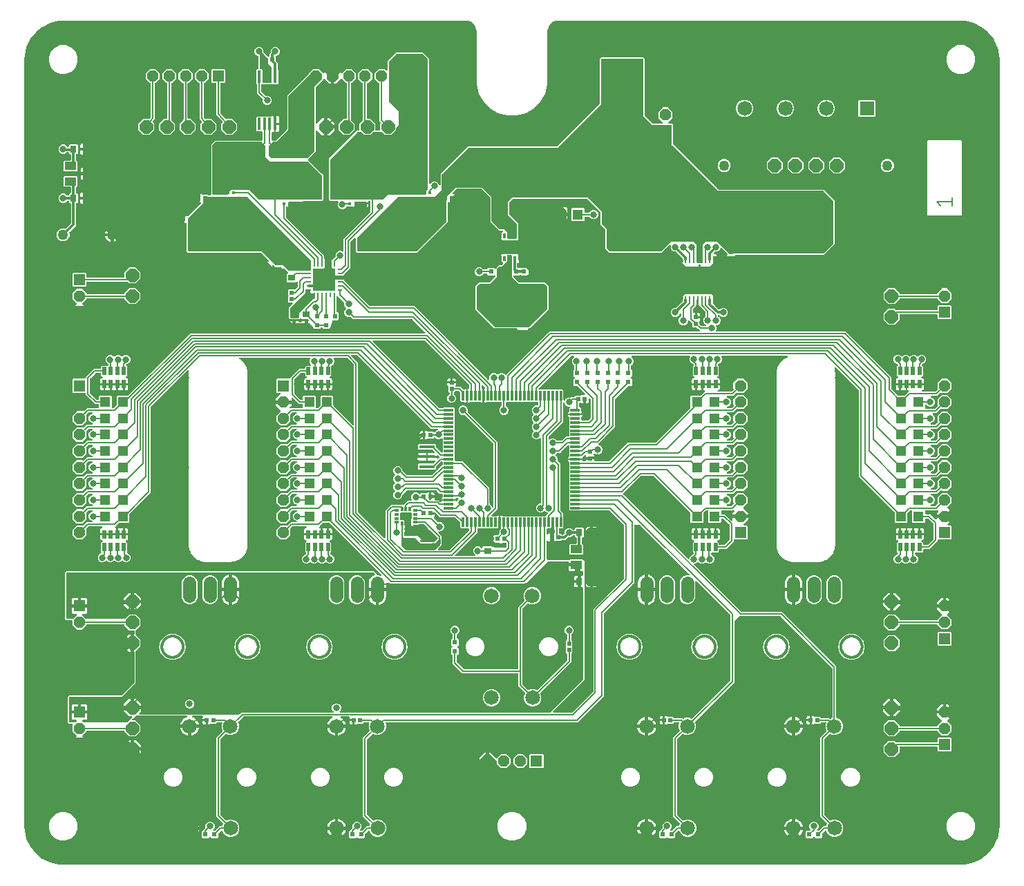
<source format=gbr>
G04 EAGLE Gerber RS-274X export*
G75*
%MOMM*%
%FSLAX34Y34*%
%LPD*%
%INTop Copper*%
%IPPOS*%
%AMOC8*
5,1,8,0,0,1.08239X$1,22.5*%
G01*
%ADD10C,0.152400*%
%ADD11C,0.285000*%
%ADD12R,0.520000X0.520000*%
%ADD13R,0.800000X0.900000*%
%ADD14C,0.135000*%
%ADD15R,0.900000X0.800000*%
%ADD16R,1.270000X1.270000*%
%ADD17R,0.455000X0.400000*%
%ADD18R,1.100000X1.050000*%
%ADD19R,0.850000X0.400000*%
%ADD20R,0.600000X0.600000*%
%ADD21R,1.400000X1.400000*%
%ADD22C,1.609600*%
%ADD23C,0.350000*%
%ADD24C,1.809600*%
%ADD25C,1.270000*%
%ADD26C,0.076200*%
%ADD27R,2.387600X1.651000*%
%ADD28R,1.193800X0.304800*%
%ADD29R,0.304800X1.193800*%
%ADD30R,0.609600X0.228600*%
%ADD31R,0.228600X0.609600*%
%ADD32R,2.794000X2.794000*%
%ADD33C,0.909600*%
%ADD34R,0.457200X1.498600*%
%ADD35R,1.400000X1.000000*%
%ADD36R,1.900000X0.400000*%
%ADD37R,0.610000X0.300000*%
%ADD38R,0.300000X0.610000*%
%ADD39R,0.808000X0.224800*%
%ADD40R,0.224800X0.808000*%
%ADD41C,0.165000*%
%ADD42R,1.809600X1.809600*%
%ADD43R,1.422400X1.422400*%
%ADD44P,1.539592X8X202.500000*%
%ADD45P,1.539592X8X22.500000*%
%ADD46P,1.539592X8X292.500000*%
%ADD47P,1.759533X8X292.500000*%
%ADD48P,1.759533X8X202.500000*%
%ADD49P,1.759533X8X22.500000*%
%ADD50R,0.500000X1.000000*%
%ADD51C,0.200000*%
%ADD52C,0.808000*%
%ADD53C,0.300000*%

G36*
X1155349Y2853D02*
X1155349Y2853D01*
X1155424Y2858D01*
X1165567Y5173D01*
X1165691Y5220D01*
X1165778Y5247D01*
X1175152Y9761D01*
X1175262Y9835D01*
X1175341Y9880D01*
X1183475Y16367D01*
X1183566Y16463D01*
X1183633Y16525D01*
X1190120Y24659D01*
X1190187Y24773D01*
X1190239Y24848D01*
X1194753Y34222D01*
X1194793Y34348D01*
X1194827Y34433D01*
X1197142Y44576D01*
X1197150Y44668D01*
X1197166Y44742D01*
X1197458Y49944D01*
X1197455Y49974D01*
X1197459Y50000D01*
X1197459Y990000D01*
X1197455Y990030D01*
X1197458Y990056D01*
X1197166Y995258D01*
X1197147Y995349D01*
X1197142Y995424D01*
X1194827Y1005567D01*
X1194780Y1005691D01*
X1194753Y1005778D01*
X1190239Y1015152D01*
X1190165Y1015262D01*
X1190120Y1015341D01*
X1183633Y1023475D01*
X1183537Y1023566D01*
X1183475Y1023633D01*
X1175341Y1030120D01*
X1175227Y1030187D01*
X1175152Y1030239D01*
X1165778Y1034753D01*
X1165652Y1034793D01*
X1165567Y1034827D01*
X1155424Y1037142D01*
X1155332Y1037150D01*
X1155258Y1037166D01*
X1150056Y1037458D01*
X1150026Y1037455D01*
X1150000Y1037459D01*
X656000Y1037459D01*
X655948Y1037452D01*
X655902Y1037454D01*
X653666Y1037234D01*
X653392Y1037167D01*
X653387Y1037164D01*
X653382Y1037163D01*
X649251Y1035452D01*
X649215Y1035431D01*
X649176Y1035417D01*
X649106Y1035366D01*
X649008Y1035308D01*
X648968Y1035265D01*
X648927Y1035235D01*
X645765Y1032073D01*
X645740Y1032040D01*
X645709Y1032012D01*
X645664Y1031939D01*
X645595Y1031848D01*
X645575Y1031793D01*
X645548Y1031749D01*
X643837Y1027618D01*
X643767Y1027345D01*
X643767Y1027339D01*
X643766Y1027334D01*
X643546Y1025098D01*
X643548Y1025045D01*
X643541Y1025000D01*
X643541Y959268D01*
X640574Y948194D01*
X634841Y938265D01*
X626735Y930159D01*
X616806Y924426D01*
X605732Y921459D01*
X594268Y921459D01*
X583194Y924426D01*
X573265Y930159D01*
X565159Y938265D01*
X559426Y948194D01*
X556459Y959268D01*
X556459Y1025000D01*
X556452Y1025052D01*
X556454Y1025098D01*
X556234Y1027334D01*
X556167Y1027608D01*
X556164Y1027613D01*
X556163Y1027618D01*
X554452Y1031749D01*
X554431Y1031785D01*
X554417Y1031824D01*
X554366Y1031894D01*
X554308Y1031992D01*
X554265Y1032032D01*
X554235Y1032073D01*
X551073Y1035235D01*
X551040Y1035260D01*
X551012Y1035291D01*
X550939Y1035336D01*
X550848Y1035405D01*
X550793Y1035425D01*
X550749Y1035452D01*
X546618Y1037163D01*
X546345Y1037233D01*
X546339Y1037233D01*
X546334Y1037234D01*
X544098Y1037454D01*
X544045Y1037452D01*
X544000Y1037459D01*
X50000Y1037459D01*
X49971Y1037455D01*
X49944Y1037458D01*
X44742Y1037166D01*
X44651Y1037147D01*
X44576Y1037142D01*
X34433Y1034827D01*
X34309Y1034780D01*
X34222Y1034753D01*
X24848Y1030239D01*
X24738Y1030165D01*
X24659Y1030120D01*
X16525Y1023633D01*
X16434Y1023537D01*
X16367Y1023475D01*
X9880Y1015341D01*
X9813Y1015227D01*
X9761Y1015152D01*
X5247Y1005778D01*
X5207Y1005652D01*
X5173Y1005567D01*
X2858Y995424D01*
X2850Y995332D01*
X2834Y995258D01*
X2542Y990056D01*
X2545Y990026D01*
X2541Y990000D01*
X2541Y50000D01*
X2545Y49971D01*
X2542Y49944D01*
X2834Y44742D01*
X2853Y44651D01*
X2858Y44576D01*
X5173Y34433D01*
X5220Y34309D01*
X5247Y34222D01*
X9761Y24848D01*
X9835Y24738D01*
X9880Y24659D01*
X16367Y16525D01*
X16463Y16434D01*
X16525Y16367D01*
X24659Y9880D01*
X24773Y9813D01*
X24848Y9761D01*
X34222Y5247D01*
X34348Y5207D01*
X34433Y5173D01*
X44576Y2858D01*
X44668Y2850D01*
X44742Y2834D01*
X49944Y2542D01*
X49974Y2545D01*
X50000Y2541D01*
X1150000Y2541D01*
X1150029Y2545D01*
X1150056Y2542D01*
X1155258Y2834D01*
X1155349Y2853D01*
G37*
%LPC*%
G36*
X654540Y883525D02*
X654540Y883525D01*
X654635Y883538D01*
X654731Y883543D01*
X654775Y883558D01*
X654820Y883565D01*
X654907Y883604D01*
X654998Y883636D01*
X655032Y883661D01*
X655076Y883681D01*
X655174Y883764D01*
X655247Y883817D01*
X700707Y929277D01*
X707183Y935753D01*
X707240Y935830D01*
X707305Y935901D01*
X707325Y935942D01*
X707352Y935979D01*
X707386Y936069D01*
X707428Y936155D01*
X707434Y936197D01*
X707451Y936243D01*
X707461Y936370D01*
X707475Y936460D01*
X707475Y991046D01*
X708954Y992525D01*
X761046Y992525D01*
X762525Y991046D01*
X762525Y921460D01*
X762538Y921365D01*
X762543Y921269D01*
X762558Y921225D01*
X762565Y921180D01*
X762604Y921093D01*
X762636Y921002D01*
X762661Y920968D01*
X762681Y920924D01*
X762764Y920826D01*
X762817Y920753D01*
X771753Y911817D01*
X771830Y911760D01*
X771901Y911695D01*
X771942Y911675D01*
X771979Y911648D01*
X772069Y911614D01*
X772155Y911572D01*
X772197Y911566D01*
X772243Y911549D01*
X772370Y911539D01*
X772460Y911525D01*
X783849Y911525D01*
X783881Y911529D01*
X783913Y911527D01*
X784020Y911549D01*
X784128Y911565D01*
X784157Y911578D01*
X784189Y911584D01*
X784285Y911636D01*
X784385Y911681D01*
X784409Y911702D01*
X784438Y911717D01*
X784516Y911793D01*
X784599Y911864D01*
X784617Y911891D01*
X784640Y911914D01*
X784694Y912009D01*
X784754Y912100D01*
X784763Y912131D01*
X784779Y912159D01*
X784804Y912266D01*
X784836Y912370D01*
X784836Y912402D01*
X784844Y912433D01*
X784838Y912543D01*
X784840Y912652D01*
X784831Y912683D01*
X784830Y912715D01*
X784794Y912818D01*
X784765Y912924D01*
X784748Y912951D01*
X784737Y912982D01*
X784684Y913055D01*
X784616Y913164D01*
X784580Y913196D01*
X784555Y913231D01*
X779363Y918423D01*
X779363Y925577D01*
X784427Y930641D01*
X784447Y930667D01*
X784471Y930688D01*
X784531Y930780D01*
X784597Y930867D01*
X784608Y930897D01*
X784626Y930924D01*
X784658Y931029D01*
X784696Y931131D01*
X784699Y931163D01*
X784708Y931194D01*
X784709Y931303D01*
X784718Y931412D01*
X784711Y931444D01*
X784712Y931476D01*
X784683Y931581D01*
X784660Y931688D01*
X784645Y931717D01*
X784637Y931748D01*
X784579Y931841D01*
X784528Y931937D01*
X784505Y931960D01*
X784488Y931988D01*
X784474Y932001D01*
X791524Y932001D01*
X791511Y931981D01*
X791488Y931958D01*
X791434Y931863D01*
X791374Y931772D01*
X791365Y931741D01*
X791349Y931713D01*
X791324Y931606D01*
X791292Y931502D01*
X791292Y931470D01*
X791284Y931439D01*
X791290Y931329D01*
X791288Y931220D01*
X791297Y931189D01*
X791298Y931157D01*
X791334Y931054D01*
X791363Y930948D01*
X791380Y930921D01*
X791391Y930890D01*
X791444Y930817D01*
X791512Y930708D01*
X791548Y930676D01*
X791573Y930641D01*
X796637Y925577D01*
X796637Y918423D01*
X791445Y913231D01*
X791425Y913205D01*
X791401Y913184D01*
X791341Y913092D01*
X791275Y913005D01*
X791264Y912975D01*
X791246Y912948D01*
X791214Y912843D01*
X791176Y912741D01*
X791173Y912709D01*
X791164Y912678D01*
X791163Y912569D01*
X791154Y912460D01*
X791161Y912428D01*
X791160Y912396D01*
X791189Y912291D01*
X791212Y912184D01*
X791227Y912155D01*
X791235Y912124D01*
X791293Y912031D01*
X791344Y911935D01*
X791367Y911912D01*
X791384Y911884D01*
X791465Y911811D01*
X791541Y911733D01*
X791569Y911717D01*
X791593Y911695D01*
X791691Y911648D01*
X791786Y911594D01*
X791818Y911586D01*
X791847Y911572D01*
X791936Y911558D01*
X792061Y911529D01*
X792109Y911531D01*
X792151Y911525D01*
X796046Y911525D01*
X797525Y910046D01*
X797525Y886460D01*
X797538Y886365D01*
X797543Y886269D01*
X797558Y886225D01*
X797565Y886180D01*
X797604Y886093D01*
X797636Y886002D01*
X797661Y885968D01*
X797681Y885924D01*
X797764Y885826D01*
X797817Y885753D01*
X852753Y830817D01*
X852830Y830760D01*
X852901Y830695D01*
X852942Y830675D01*
X852979Y830648D01*
X853069Y830614D01*
X853155Y830572D01*
X853197Y830566D01*
X853243Y830549D01*
X853370Y830539D01*
X853460Y830525D01*
X982046Y830525D01*
X995525Y817046D01*
X995525Y763954D01*
X982046Y750475D01*
X874130Y750475D01*
X874077Y750468D01*
X874023Y750470D01*
X873938Y750448D01*
X873851Y750435D01*
X873802Y750413D01*
X873750Y750400D01*
X873674Y750355D01*
X873594Y750319D01*
X873553Y750284D01*
X873507Y750257D01*
X873447Y750193D01*
X873380Y750136D01*
X873350Y750091D01*
X873314Y750052D01*
X873273Y749974D01*
X873225Y749900D01*
X873210Y749849D01*
X873185Y749801D01*
X873169Y749714D01*
X873143Y749630D01*
X873142Y749577D01*
X873132Y749524D01*
X873140Y749446D01*
X873139Y749348D01*
X873158Y749278D01*
X873165Y749217D01*
X873223Y748999D01*
X862977Y748999D01*
X863132Y749581D01*
X863467Y750160D01*
X863683Y750376D01*
X863740Y750453D01*
X863805Y750524D01*
X863825Y750565D01*
X863852Y750601D01*
X863886Y750691D01*
X863928Y750778D01*
X863934Y750820D01*
X863951Y750865D01*
X863961Y750993D01*
X863975Y751082D01*
X863975Y752040D01*
X863967Y752099D01*
X863967Y752106D01*
X863965Y752115D01*
X863962Y752135D01*
X863957Y752231D01*
X863942Y752275D01*
X863935Y752320D01*
X863896Y752407D01*
X863864Y752498D01*
X863839Y752532D01*
X863819Y752576D01*
X863736Y752674D01*
X863683Y752747D01*
X857200Y759230D01*
X857105Y759301D01*
X857013Y759376D01*
X856992Y759385D01*
X856974Y759399D01*
X856863Y759441D01*
X856754Y759488D01*
X856732Y759491D01*
X856710Y759499D01*
X856592Y759508D01*
X856474Y759522D01*
X856452Y759519D01*
X856429Y759520D01*
X856313Y759496D01*
X856196Y759477D01*
X856175Y759467D01*
X856153Y759463D01*
X856048Y759407D01*
X855941Y759356D01*
X855924Y759341D01*
X855904Y759330D01*
X855819Y759248D01*
X855730Y759169D01*
X855719Y759150D01*
X855702Y759134D01*
X855610Y758972D01*
X855570Y758906D01*
X854718Y756848D01*
X853152Y755282D01*
X851107Y754435D01*
X849127Y754435D01*
X849032Y754422D01*
X848936Y754417D01*
X848893Y754402D01*
X848848Y754395D01*
X848760Y754356D01*
X848669Y754324D01*
X848635Y754299D01*
X848591Y754279D01*
X848493Y754196D01*
X848420Y754143D01*
X847305Y753028D01*
X847286Y753002D01*
X847261Y752981D01*
X847201Y752889D01*
X847136Y752802D01*
X847124Y752772D01*
X847107Y752745D01*
X847075Y752640D01*
X847036Y752538D01*
X847034Y752506D01*
X847024Y752475D01*
X847023Y752366D01*
X847015Y752257D01*
X847021Y752225D01*
X847021Y752193D01*
X847050Y752088D01*
X847072Y751981D01*
X847087Y751952D01*
X847096Y751921D01*
X847153Y751828D01*
X847205Y751732D01*
X847227Y751709D01*
X847244Y751681D01*
X847325Y751608D01*
X847401Y751530D01*
X847429Y751514D01*
X847453Y751492D01*
X847552Y751445D01*
X847647Y751391D01*
X847678Y751383D01*
X847707Y751369D01*
X847797Y751355D01*
X847921Y751326D01*
X847970Y751328D01*
X848012Y751322D01*
X848963Y751322D01*
X849609Y751149D01*
X850189Y750814D01*
X850661Y750341D01*
X850996Y749762D01*
X851169Y749116D01*
X851169Y748999D01*
X847000Y748999D01*
X846936Y748990D01*
X846872Y748991D01*
X846797Y748970D01*
X846721Y748959D01*
X846662Y748933D01*
X846600Y748916D01*
X846534Y748875D01*
X846464Y748843D01*
X846415Y748801D01*
X846360Y748768D01*
X846308Y748710D01*
X846250Y748660D01*
X846214Y748606D01*
X846171Y748558D01*
X846138Y748489D01*
X846095Y748424D01*
X846076Y748362D01*
X846048Y748305D01*
X846037Y748235D01*
X846013Y748154D01*
X846012Y748069D01*
X846001Y748000D01*
X846001Y739414D01*
X842586Y735999D01*
X830999Y735999D01*
X830999Y737976D01*
X830990Y738040D01*
X830991Y738104D01*
X830971Y738179D01*
X830960Y738255D01*
X830933Y738314D01*
X830916Y738376D01*
X830875Y738442D01*
X830843Y738512D01*
X830802Y738561D01*
X830768Y738616D01*
X830710Y738668D01*
X830660Y738726D01*
X830606Y738762D01*
X830559Y738805D01*
X830489Y738838D01*
X830424Y738881D01*
X830362Y738900D01*
X830305Y738928D01*
X830235Y738939D01*
X830154Y738963D01*
X830070Y738964D01*
X830000Y738975D01*
X829936Y738966D01*
X829872Y738967D01*
X829797Y738946D01*
X829721Y738935D01*
X829662Y738909D01*
X829600Y738892D01*
X829534Y738851D01*
X829464Y738819D01*
X829415Y738777D01*
X829360Y738744D01*
X829308Y738686D01*
X829249Y738636D01*
X829214Y738582D01*
X829171Y738534D01*
X829137Y738465D01*
X829095Y738400D01*
X829076Y738338D01*
X829048Y738281D01*
X829037Y738211D01*
X829013Y738130D01*
X829011Y738045D01*
X829001Y737976D01*
X829001Y735999D01*
X813414Y735999D01*
X808244Y741169D01*
X808848Y741169D01*
X808911Y741178D01*
X808975Y741177D01*
X809050Y741198D01*
X809127Y741209D01*
X809185Y741235D01*
X809247Y741253D01*
X809313Y741293D01*
X809384Y741325D01*
X809433Y741367D01*
X809487Y741401D01*
X809539Y741458D01*
X809598Y741509D01*
X809633Y741562D01*
X809676Y741610D01*
X809710Y741680D01*
X809753Y741745D01*
X809771Y741806D01*
X809799Y741864D01*
X809810Y741933D01*
X809835Y742014D01*
X809836Y742099D01*
X809847Y742168D01*
X809847Y742698D01*
X809833Y742793D01*
X809828Y742889D01*
X809813Y742932D01*
X809807Y742977D01*
X809767Y743065D01*
X809736Y743156D01*
X809711Y743190D01*
X809691Y743234D01*
X809607Y743332D01*
X809554Y743405D01*
X809471Y743488D01*
X809471Y745838D01*
X809457Y745933D01*
X809452Y746029D01*
X809437Y746072D01*
X809431Y746117D01*
X809391Y746204D01*
X809360Y746295D01*
X809335Y746330D01*
X809315Y746374D01*
X809231Y746471D01*
X809178Y746544D01*
X801580Y754143D01*
X801503Y754200D01*
X801432Y754265D01*
X801391Y754285D01*
X801354Y754312D01*
X801264Y754346D01*
X801178Y754388D01*
X801136Y754394D01*
X801090Y754411D01*
X800963Y754421D01*
X800873Y754435D01*
X798893Y754435D01*
X796848Y755282D01*
X795282Y756848D01*
X794435Y758893D01*
X794435Y761107D01*
X794463Y761174D01*
X794484Y761258D01*
X794515Y761339D01*
X794519Y761394D01*
X794533Y761447D01*
X794530Y761534D01*
X794537Y761620D01*
X794526Y761674D01*
X794524Y761729D01*
X794497Y761811D01*
X794479Y761896D01*
X794454Y761945D01*
X794437Y761997D01*
X794388Y762069D01*
X794347Y762145D01*
X794309Y762185D01*
X794278Y762230D01*
X794211Y762285D01*
X794150Y762347D01*
X794102Y762374D01*
X794060Y762409D01*
X793980Y762444D01*
X793905Y762486D01*
X793851Y762499D01*
X793801Y762521D01*
X793715Y762531D01*
X793630Y762551D01*
X793575Y762548D01*
X793521Y762555D01*
X793436Y762541D01*
X793349Y762537D01*
X793297Y762519D01*
X793243Y762510D01*
X793164Y762473D01*
X793082Y762444D01*
X793041Y762414D01*
X792988Y762389D01*
X792903Y762313D01*
X792833Y762263D01*
X785817Y755247D01*
X784046Y753475D01*
X718954Y753475D01*
X714475Y757954D01*
X714475Y781540D01*
X714462Y781635D01*
X714457Y781731D01*
X714442Y781775D01*
X714435Y781820D01*
X714396Y781907D01*
X714364Y781998D01*
X714339Y782032D01*
X714319Y782076D01*
X714236Y782174D01*
X714183Y782247D01*
X708475Y787954D01*
X708475Y802540D01*
X708462Y802635D01*
X708457Y802731D01*
X708442Y802775D01*
X708435Y802820D01*
X708396Y802907D01*
X708364Y802998D01*
X708339Y803032D01*
X708319Y803076D01*
X708236Y803174D01*
X708183Y803247D01*
X692247Y819183D01*
X692170Y819240D01*
X692099Y819305D01*
X692058Y819325D01*
X692021Y819352D01*
X691931Y819386D01*
X691845Y819428D01*
X691803Y819434D01*
X691757Y819451D01*
X691630Y819461D01*
X691540Y819475D01*
X601460Y819475D01*
X601365Y819462D01*
X601269Y819457D01*
X601225Y819442D01*
X601180Y819435D01*
X601093Y819396D01*
X601002Y819364D01*
X600968Y819339D01*
X600924Y819319D01*
X600826Y819236D01*
X600753Y819183D01*
X596817Y815247D01*
X596760Y815170D01*
X596695Y815099D01*
X596675Y815058D01*
X596648Y815021D01*
X596614Y814931D01*
X596572Y814845D01*
X596566Y814803D01*
X596549Y814757D01*
X596539Y814630D01*
X596525Y814540D01*
X596525Y800460D01*
X596538Y800365D01*
X596543Y800269D01*
X596558Y800225D01*
X596565Y800180D01*
X596604Y800093D01*
X596636Y800002D01*
X596661Y799968D01*
X596681Y799924D01*
X596764Y799826D01*
X596817Y799753D01*
X607525Y789046D01*
X607525Y780588D01*
X607534Y780524D01*
X607533Y780460D01*
X607554Y780385D01*
X607565Y780309D01*
X607591Y780250D01*
X607608Y780188D01*
X607649Y780122D01*
X607681Y780052D01*
X607723Y780003D01*
X607756Y779948D01*
X607814Y779896D01*
X607864Y779838D01*
X607918Y779802D01*
X607966Y779759D01*
X608001Y779742D01*
X608001Y761999D01*
X601000Y761999D01*
X600936Y761990D01*
X600872Y761991D01*
X600798Y761970D01*
X600721Y761959D01*
X600662Y761933D01*
X600600Y761916D01*
X600534Y761875D01*
X600464Y761843D01*
X600415Y761801D01*
X600360Y761768D01*
X600309Y761710D01*
X600250Y761660D01*
X600214Y761606D01*
X600171Y761558D01*
X600138Y761489D01*
X600095Y761424D01*
X600076Y761362D01*
X600048Y761305D01*
X600038Y761235D01*
X600013Y761154D01*
X600012Y761069D01*
X600001Y761000D01*
X600001Y759000D01*
X600010Y758936D01*
X600009Y758872D01*
X600030Y758797D01*
X600041Y758721D01*
X600067Y758662D01*
X600084Y758600D01*
X600125Y758534D01*
X600157Y758464D01*
X600199Y758415D01*
X600232Y758360D01*
X600290Y758308D01*
X600340Y758250D01*
X600394Y758214D01*
X600442Y758171D01*
X600511Y758138D01*
X600576Y758095D01*
X600638Y758076D01*
X600696Y758048D01*
X600765Y758038D01*
X600846Y758013D01*
X600931Y758012D01*
X601000Y758001D01*
X608001Y758001D01*
X608001Y744000D01*
X608014Y743905D01*
X608019Y743809D01*
X608034Y743766D01*
X608041Y743721D01*
X608080Y743633D01*
X608112Y743542D01*
X608137Y743508D01*
X608157Y743464D01*
X608240Y743367D01*
X608293Y743293D01*
X608751Y742836D01*
X608751Y740411D01*
X608222Y740411D01*
X607533Y740596D01*
X607479Y740603D01*
X607428Y740618D01*
X607340Y740619D01*
X607253Y740630D01*
X607200Y740621D01*
X607146Y740622D01*
X607061Y740598D01*
X606974Y740584D01*
X606926Y740561D01*
X606874Y740547D01*
X606799Y740500D01*
X606720Y740462D01*
X606680Y740427D01*
X606634Y740399D01*
X606575Y740333D01*
X606510Y740275D01*
X606481Y740229D01*
X606445Y740189D01*
X606407Y740110D01*
X606360Y740035D01*
X606346Y739984D01*
X606322Y739935D01*
X606310Y739858D01*
X606284Y739764D01*
X606284Y739692D01*
X606275Y739631D01*
X606275Y735524D01*
X606284Y735460D01*
X606283Y735396D01*
X606304Y735321D01*
X606315Y735245D01*
X606341Y735186D01*
X606358Y735124D01*
X606399Y735058D01*
X606431Y734988D01*
X606473Y734939D01*
X606506Y734884D01*
X606564Y734832D01*
X606614Y734774D01*
X606668Y734738D01*
X606716Y734695D01*
X606785Y734662D01*
X606850Y734619D01*
X606912Y734600D01*
X606969Y734572D01*
X607039Y734561D01*
X607120Y734537D01*
X607205Y734536D01*
X607274Y734525D01*
X609132Y734525D01*
X609293Y734363D01*
X609345Y734324D01*
X609390Y734278D01*
X609457Y734240D01*
X609519Y734194D01*
X609579Y734171D01*
X609635Y734139D01*
X609710Y734121D01*
X609783Y734094D01*
X609847Y734089D01*
X609909Y734074D01*
X609987Y734078D01*
X610064Y734072D01*
X610127Y734085D01*
X610191Y734089D01*
X610264Y734114D01*
X610340Y734130D01*
X610397Y734160D01*
X610458Y734181D01*
X610514Y734223D01*
X610589Y734262D01*
X610650Y734321D01*
X610707Y734363D01*
X610868Y734525D01*
X618132Y734525D01*
X619025Y733632D01*
X619025Y732976D01*
X619038Y732881D01*
X619043Y732785D01*
X619058Y732742D01*
X619065Y732697D01*
X619104Y732609D01*
X619136Y732518D01*
X619161Y732484D01*
X619181Y732440D01*
X619264Y732343D01*
X619317Y732269D01*
X620001Y731586D01*
X620001Y726101D01*
X619995Y726107D01*
X619919Y726150D01*
X619847Y726201D01*
X619797Y726219D01*
X619750Y726246D01*
X619664Y726266D01*
X619581Y726295D01*
X619528Y726298D01*
X619475Y726311D01*
X619387Y726306D01*
X619300Y726311D01*
X619248Y726299D01*
X619194Y726296D01*
X619110Y726267D01*
X619025Y726248D01*
X618978Y726221D01*
X618927Y726204D01*
X618864Y726158D01*
X618779Y726110D01*
X618728Y726058D01*
X618678Y726022D01*
X618132Y725475D01*
X610868Y725475D01*
X610707Y725637D01*
X610655Y725676D01*
X610610Y725722D01*
X610543Y725760D01*
X610481Y725806D01*
X610421Y725829D01*
X610365Y725861D01*
X610290Y725879D01*
X610217Y725906D01*
X610153Y725911D01*
X610090Y725926D01*
X610013Y725922D01*
X609936Y725928D01*
X609873Y725915D01*
X609809Y725911D01*
X609736Y725886D01*
X609660Y725870D01*
X609603Y725840D01*
X609542Y725819D01*
X609486Y725777D01*
X609411Y725738D01*
X609350Y725679D01*
X609293Y725637D01*
X609132Y725475D01*
X602524Y725475D01*
X602460Y725466D01*
X602396Y725467D01*
X602321Y725446D01*
X602245Y725435D01*
X602186Y725409D01*
X602124Y725392D01*
X602058Y725351D01*
X601988Y725319D01*
X601939Y725277D01*
X601884Y725244D01*
X601832Y725186D01*
X601774Y725136D01*
X601738Y725082D01*
X601695Y725034D01*
X601662Y724965D01*
X601619Y724900D01*
X601600Y724838D01*
X601572Y724781D01*
X601561Y724711D01*
X601537Y724630D01*
X601536Y724581D01*
X601529Y724550D01*
X601531Y724514D01*
X601525Y724476D01*
X601525Y724460D01*
X601534Y724397D01*
X601533Y724348D01*
X601541Y724321D01*
X601543Y724269D01*
X601558Y724225D01*
X601565Y724180D01*
X601603Y724096D01*
X601608Y724076D01*
X601612Y724070D01*
X601636Y724002D01*
X601661Y723968D01*
X601681Y723924D01*
X601764Y723826D01*
X601817Y723753D01*
X608753Y716817D01*
X608830Y716760D01*
X608901Y716695D01*
X608942Y716675D01*
X608979Y716648D01*
X609069Y716614D01*
X609155Y716572D01*
X609197Y716566D01*
X609243Y716549D01*
X609370Y716539D01*
X609460Y716525D01*
X640046Y716525D01*
X644525Y712046D01*
X644525Y682954D01*
X622046Y660475D01*
X620447Y660475D01*
X620404Y660469D01*
X620361Y660472D01*
X620265Y660449D01*
X620168Y660435D01*
X620128Y660418D01*
X620087Y660408D01*
X620000Y660360D01*
X619911Y660319D01*
X619878Y660291D01*
X619841Y660270D01*
X619771Y660200D01*
X619696Y660136D01*
X619673Y660100D01*
X619643Y660069D01*
X619596Y659983D01*
X619542Y659900D01*
X619529Y659859D01*
X619509Y659821D01*
X619488Y659724D01*
X619459Y659630D01*
X619459Y659587D01*
X619450Y659545D01*
X619457Y659447D01*
X619456Y659348D01*
X619467Y659307D01*
X619470Y659264D01*
X619501Y659184D01*
X619531Y659076D01*
X619563Y659025D01*
X619581Y658976D01*
X619868Y658481D01*
X619997Y657999D01*
X606003Y657999D01*
X606132Y658481D01*
X606419Y658976D01*
X606435Y659016D01*
X606458Y659052D01*
X606487Y659147D01*
X606524Y659238D01*
X606528Y659281D01*
X606541Y659322D01*
X606542Y659420D01*
X606552Y659519D01*
X606544Y659561D01*
X606544Y659604D01*
X606518Y659699D01*
X606500Y659796D01*
X606481Y659834D01*
X606469Y659876D01*
X606417Y659960D01*
X606373Y660048D01*
X606344Y660079D01*
X606321Y660116D01*
X606248Y660182D01*
X606180Y660254D01*
X606144Y660276D01*
X606112Y660305D01*
X606023Y660348D01*
X605938Y660398D01*
X605896Y660409D01*
X605858Y660428D01*
X605773Y660441D01*
X605665Y660469D01*
X605605Y660467D01*
X605553Y660475D01*
X577954Y660475D01*
X555475Y682954D01*
X555475Y712046D01*
X559954Y716525D01*
X571540Y716525D01*
X571635Y716538D01*
X571731Y716543D01*
X571775Y716558D01*
X571820Y716565D01*
X571907Y716604D01*
X571998Y716636D01*
X572032Y716661D01*
X572076Y716681D01*
X572174Y716764D01*
X572247Y716817D01*
X579183Y723753D01*
X579240Y723830D01*
X579305Y723901D01*
X579325Y723942D01*
X579352Y723979D01*
X579378Y724047D01*
X579381Y724052D01*
X579386Y724070D01*
X579428Y724155D01*
X579434Y724197D01*
X579451Y724243D01*
X579456Y724297D01*
X579463Y724322D01*
X579464Y724389D01*
X579475Y724460D01*
X579475Y724476D01*
X579472Y724502D01*
X579473Y724524D01*
X579466Y724556D01*
X579467Y724604D01*
X579446Y724679D01*
X579435Y724755D01*
X579416Y724799D01*
X579416Y724800D01*
X579414Y724804D01*
X579409Y724814D01*
X579392Y724876D01*
X579351Y724942D01*
X579319Y725012D01*
X579277Y725061D01*
X579244Y725116D01*
X579186Y725168D01*
X579136Y725226D01*
X579082Y725262D01*
X579034Y725305D01*
X578965Y725338D01*
X578900Y725381D01*
X578838Y725400D01*
X578781Y725428D01*
X578711Y725439D01*
X578630Y725463D01*
X578545Y725464D01*
X578476Y725475D01*
X570868Y725475D01*
X569975Y726368D01*
X569975Y726476D01*
X569966Y726540D01*
X569967Y726604D01*
X569946Y726679D01*
X569935Y726755D01*
X569909Y726814D01*
X569892Y726876D01*
X569851Y726942D01*
X569819Y727012D01*
X569777Y727061D01*
X569744Y727116D01*
X569686Y727168D01*
X569636Y727226D01*
X569582Y727262D01*
X569534Y727305D01*
X569465Y727338D01*
X569400Y727381D01*
X569338Y727400D01*
X569281Y727428D01*
X569211Y727439D01*
X569130Y727463D01*
X569045Y727464D01*
X568976Y727475D01*
X565645Y727475D01*
X565636Y727474D01*
X565626Y727475D01*
X565496Y727454D01*
X565366Y727435D01*
X565357Y727432D01*
X565348Y727430D01*
X565228Y727373D01*
X565109Y727319D01*
X565102Y727313D01*
X565093Y727309D01*
X564995Y727221D01*
X564895Y727136D01*
X564889Y727128D01*
X564882Y727122D01*
X564842Y727056D01*
X564740Y726900D01*
X564733Y726877D01*
X564722Y726858D01*
X564717Y726848D01*
X563152Y725282D01*
X561107Y724435D01*
X558893Y724435D01*
X556848Y725282D01*
X555282Y726848D01*
X554435Y728893D01*
X554435Y731107D01*
X555282Y733152D01*
X556848Y734718D01*
X558893Y735565D01*
X561107Y735565D01*
X563152Y734718D01*
X564717Y733152D01*
X564722Y733142D01*
X564727Y733133D01*
X564729Y733124D01*
X564799Y733012D01*
X564866Y732899D01*
X564872Y732892D01*
X564877Y732884D01*
X564975Y732796D01*
X565071Y732706D01*
X565080Y732702D01*
X565087Y732695D01*
X565205Y732638D01*
X565323Y732578D01*
X565332Y732576D01*
X565341Y732572D01*
X565417Y732560D01*
X565600Y732526D01*
X565624Y732528D01*
X565645Y732525D01*
X568976Y732525D01*
X569040Y732534D01*
X569104Y732533D01*
X569179Y732554D01*
X569255Y732565D01*
X569314Y732591D01*
X569376Y732608D01*
X569442Y732649D01*
X569512Y732681D01*
X569561Y732723D01*
X569616Y732756D01*
X569668Y732814D01*
X569726Y732864D01*
X569762Y732918D01*
X569805Y732966D01*
X569838Y733035D01*
X569881Y733100D01*
X569900Y733162D01*
X569928Y733219D01*
X569939Y733289D01*
X569963Y733370D01*
X569964Y733455D01*
X569975Y733524D01*
X569975Y733632D01*
X570868Y734525D01*
X578132Y734525D01*
X578836Y733820D01*
X578888Y733781D01*
X578933Y733735D01*
X579000Y733697D01*
X579062Y733651D01*
X579122Y733628D01*
X579178Y733596D01*
X579253Y733578D01*
X579326Y733551D01*
X579390Y733546D01*
X579452Y733531D01*
X579530Y733535D01*
X579607Y733529D01*
X579670Y733542D01*
X579734Y733546D01*
X579807Y733571D01*
X579883Y733587D01*
X579940Y733617D01*
X580000Y733638D01*
X580057Y733680D01*
X580132Y733719D01*
X580193Y733779D01*
X580249Y733820D01*
X581247Y734817D01*
X581247Y734818D01*
X583954Y737525D01*
X586540Y737525D01*
X586635Y737538D01*
X586731Y737543D01*
X586775Y737558D01*
X586820Y737565D01*
X586907Y737604D01*
X586998Y737636D01*
X587032Y737661D01*
X587076Y737681D01*
X587174Y737764D01*
X587247Y737817D01*
X589151Y739721D01*
X589170Y739747D01*
X589195Y739768D01*
X589255Y739860D01*
X589320Y739947D01*
X589332Y739977D01*
X589349Y740004D01*
X589381Y740109D01*
X589420Y740211D01*
X589422Y740243D01*
X589432Y740274D01*
X589433Y740383D01*
X589442Y740492D01*
X589435Y740524D01*
X589435Y740556D01*
X589406Y740661D01*
X589384Y740768D01*
X589369Y740797D01*
X589360Y740828D01*
X589303Y740921D01*
X589251Y741017D01*
X589229Y741040D01*
X589212Y741068D01*
X589131Y741141D01*
X589055Y741219D01*
X589027Y741235D01*
X589003Y741257D01*
X588904Y741304D01*
X588809Y741358D01*
X588778Y741366D01*
X588749Y741380D01*
X588660Y741394D01*
X588535Y741423D01*
X588486Y741421D01*
X588444Y741427D01*
X588318Y741427D01*
X587201Y742544D01*
X587201Y748731D01*
X587189Y748816D01*
X587187Y748901D01*
X587169Y748955D01*
X587161Y749010D01*
X587126Y749088D01*
X587100Y749170D01*
X587068Y749216D01*
X587045Y749267D01*
X586990Y749332D01*
X586942Y749403D01*
X586901Y749436D01*
X586862Y749482D01*
X586768Y749543D01*
X586702Y749597D01*
X586502Y749712D01*
X586313Y749900D01*
X591707Y755293D01*
X591764Y755370D01*
X591829Y755442D01*
X591849Y755483D01*
X591876Y755519D01*
X591910Y755609D01*
X591952Y755695D01*
X591958Y755737D01*
X591975Y755783D01*
X591985Y755911D01*
X591999Y756000D01*
X591999Y758001D01*
X599000Y758001D01*
X599064Y758010D01*
X599128Y758009D01*
X599202Y758030D01*
X599279Y758041D01*
X599338Y758067D01*
X599400Y758084D01*
X599466Y758125D01*
X599536Y758157D01*
X599585Y758199D01*
X599640Y758232D01*
X599691Y758290D01*
X599750Y758340D01*
X599786Y758394D01*
X599829Y758442D01*
X599862Y758511D01*
X599905Y758576D01*
X599924Y758638D01*
X599952Y758695D01*
X599962Y758765D01*
X599987Y758846D01*
X599988Y758931D01*
X599999Y759000D01*
X599999Y761000D01*
X599990Y761061D01*
X599991Y761099D01*
X599991Y761101D01*
X599991Y761128D01*
X599970Y761203D01*
X599959Y761279D01*
X599933Y761338D01*
X599916Y761400D01*
X599875Y761466D01*
X599843Y761536D01*
X599801Y761585D01*
X599768Y761640D01*
X599710Y761692D01*
X599660Y761750D01*
X599606Y761786D01*
X599558Y761829D01*
X599489Y761862D01*
X599424Y761905D01*
X599362Y761924D01*
X599304Y761952D01*
X599235Y761962D01*
X599154Y761987D01*
X599069Y761988D01*
X599000Y761999D01*
X591999Y761999D01*
X591999Y765000D01*
X591986Y765095D01*
X591981Y765191D01*
X591966Y765234D01*
X591959Y765279D01*
X591920Y765367D01*
X591888Y765458D01*
X591863Y765492D01*
X591843Y765536D01*
X591760Y765634D01*
X591707Y765707D01*
X586875Y770538D01*
X586879Y770543D01*
X586923Y770577D01*
X586973Y770647D01*
X587031Y770710D01*
X587055Y770761D01*
X587088Y770806D01*
X587116Y770887D01*
X587154Y770964D01*
X587162Y771016D01*
X587182Y771072D01*
X587188Y771184D01*
X587201Y771269D01*
X587201Y777456D01*
X588514Y778769D01*
X588534Y778795D01*
X588558Y778816D01*
X588618Y778908D01*
X588684Y778995D01*
X588695Y779025D01*
X588713Y779052D01*
X588745Y779157D01*
X588783Y779259D01*
X588786Y779291D01*
X588795Y779322D01*
X588796Y779431D01*
X588805Y779540D01*
X588798Y779572D01*
X588799Y779604D01*
X588770Y779709D01*
X588747Y779816D01*
X588732Y779845D01*
X588724Y779876D01*
X588666Y779969D01*
X588615Y780065D01*
X588592Y780088D01*
X588575Y780116D01*
X588494Y780189D01*
X588418Y780267D01*
X588390Y780283D01*
X588366Y780305D01*
X588268Y780352D01*
X588173Y780406D01*
X588141Y780414D01*
X588112Y780428D01*
X588023Y780442D01*
X587898Y780471D01*
X587850Y780469D01*
X587808Y780475D01*
X583954Y780475D01*
X573475Y790954D01*
X573475Y820540D01*
X573462Y820635D01*
X573457Y820731D01*
X573442Y820775D01*
X573435Y820820D01*
X573396Y820907D01*
X573364Y820998D01*
X573339Y821032D01*
X573319Y821076D01*
X573236Y821174D01*
X573183Y821247D01*
X563247Y831183D01*
X563170Y831240D01*
X563099Y831305D01*
X563058Y831325D01*
X563021Y831352D01*
X562931Y831386D01*
X562845Y831428D01*
X562803Y831434D01*
X562757Y831451D01*
X562630Y831461D01*
X562540Y831475D01*
X532460Y831475D01*
X532365Y831462D01*
X532269Y831457D01*
X532225Y831442D01*
X532180Y831435D01*
X532093Y831396D01*
X532002Y831364D01*
X531968Y831339D01*
X531924Y831319D01*
X531826Y831236D01*
X531753Y831183D01*
X527417Y826847D01*
X527398Y826821D01*
X527373Y826800D01*
X527313Y826708D01*
X527248Y826621D01*
X527236Y826591D01*
X527219Y826564D01*
X527187Y826459D01*
X527148Y826357D01*
X527146Y826325D01*
X527136Y826294D01*
X527135Y826185D01*
X527126Y826076D01*
X527133Y826044D01*
X527133Y826012D01*
X527162Y825907D01*
X527184Y825800D01*
X527199Y825771D01*
X527208Y825740D01*
X527265Y825647D01*
X527317Y825551D01*
X527339Y825528D01*
X527356Y825500D01*
X527437Y825427D01*
X527513Y825349D01*
X527541Y825333D01*
X527565Y825311D01*
X527664Y825264D01*
X527759Y825210D01*
X527790Y825202D01*
X527819Y825188D01*
X527909Y825174D01*
X528033Y825145D01*
X528082Y825147D01*
X528124Y825141D01*
X528935Y825141D01*
X529560Y824973D01*
X524293Y819707D01*
X524236Y819630D01*
X524171Y819558D01*
X524151Y819517D01*
X524124Y819481D01*
X524090Y819391D01*
X524048Y819305D01*
X524042Y819263D01*
X524025Y819217D01*
X524015Y819090D01*
X524001Y819000D01*
X524001Y814859D01*
X523066Y814859D01*
X522783Y814935D01*
X522729Y814942D01*
X522678Y814957D01*
X522590Y814958D01*
X522503Y814969D01*
X522450Y814960D01*
X522396Y814961D01*
X522311Y814937D01*
X522224Y814923D01*
X522176Y814900D01*
X522124Y814886D01*
X522049Y814839D01*
X521970Y814801D01*
X521930Y814766D01*
X521884Y814738D01*
X521825Y814672D01*
X521760Y814614D01*
X521731Y814568D01*
X521695Y814528D01*
X521657Y814449D01*
X521610Y814374D01*
X521596Y814323D01*
X521572Y814274D01*
X521560Y814197D01*
X521534Y814103D01*
X521534Y814031D01*
X521525Y813970D01*
X521525Y790954D01*
X484046Y753475D01*
X409954Y753475D01*
X408475Y754954D01*
X408475Y770509D01*
X408471Y770541D01*
X408473Y770573D01*
X408451Y770680D01*
X408435Y770788D01*
X408422Y770817D01*
X408416Y770849D01*
X408364Y770945D01*
X408319Y771045D01*
X408298Y771069D01*
X408283Y771098D01*
X408207Y771176D01*
X408136Y771259D01*
X408109Y771277D01*
X408086Y771300D01*
X407991Y771354D01*
X407900Y771414D01*
X407869Y771423D01*
X407841Y771439D01*
X407734Y771464D01*
X407630Y771496D01*
X407598Y771496D01*
X407567Y771504D01*
X407457Y771498D01*
X407348Y771500D01*
X407317Y771491D01*
X407285Y771489D01*
X407182Y771454D01*
X407076Y771424D01*
X407049Y771407D01*
X407018Y771397D01*
X406945Y771344D01*
X406836Y771276D01*
X406804Y771240D01*
X406769Y771215D01*
X402341Y766787D01*
X402284Y766710D01*
X402219Y766639D01*
X402199Y766598D01*
X402172Y766562D01*
X402138Y766472D01*
X402096Y766385D01*
X402090Y766343D01*
X402073Y766298D01*
X402063Y766170D01*
X402049Y766081D01*
X402049Y734218D01*
X394240Y726409D01*
X394195Y726349D01*
X394143Y726296D01*
X394111Y726237D01*
X394071Y726183D01*
X394044Y726113D01*
X394009Y726047D01*
X393995Y725982D01*
X393971Y725920D01*
X393965Y725845D01*
X393950Y725772D01*
X393955Y725705D01*
X393949Y725638D01*
X393965Y725565D01*
X393970Y725490D01*
X393992Y725433D01*
X393997Y725410D01*
X393586Y724999D01*
X393260Y724999D01*
X393165Y724986D01*
X393069Y724981D01*
X393026Y724966D01*
X392981Y724959D01*
X392894Y724920D01*
X392803Y724888D01*
X392768Y724863D01*
X392724Y724843D01*
X392711Y724832D01*
X385291Y724832D01*
X385257Y724849D01*
X385221Y724876D01*
X385131Y724910D01*
X385044Y724952D01*
X385002Y724958D01*
X384957Y724975D01*
X384829Y724985D01*
X384740Y724999D01*
X383414Y724999D01*
X381707Y726707D01*
X381681Y726726D01*
X381660Y726750D01*
X381599Y726790D01*
X381576Y726811D01*
X381551Y726823D01*
X381481Y726876D01*
X381451Y726887D01*
X381424Y726905D01*
X381319Y726937D01*
X381217Y726975D01*
X381185Y726978D01*
X381154Y726987D01*
X381045Y726989D01*
X380936Y726997D01*
X380904Y726991D01*
X380872Y726991D01*
X380767Y726962D01*
X380660Y726940D01*
X380631Y726924D01*
X380600Y726916D01*
X380507Y726858D01*
X380411Y726807D01*
X380388Y726785D01*
X380360Y726768D01*
X380287Y726687D01*
X380209Y726610D01*
X380193Y726582D01*
X380171Y726558D01*
X380124Y726460D01*
X380070Y726365D01*
X380062Y726334D01*
X380048Y726305D01*
X380034Y726215D01*
X380026Y726182D01*
X380013Y726137D01*
X380013Y726123D01*
X380005Y726091D01*
X380007Y726042D01*
X380001Y726000D01*
X380001Y720000D01*
X380005Y719968D01*
X380003Y719936D01*
X380025Y719829D01*
X380041Y719721D01*
X380054Y719691D01*
X380060Y719660D01*
X380112Y719563D01*
X380157Y719464D01*
X380178Y719439D01*
X380193Y719411D01*
X380269Y719333D01*
X380340Y719250D01*
X380367Y719232D01*
X380390Y719209D01*
X380485Y719155D01*
X380576Y719095D01*
X380607Y719086D01*
X380635Y719070D01*
X380742Y719045D01*
X380846Y719013D01*
X380878Y719012D01*
X380909Y719005D01*
X381019Y719010D01*
X381128Y719009D01*
X381159Y719018D01*
X381191Y719019D01*
X381294Y719055D01*
X381400Y719084D01*
X381427Y719101D01*
X381458Y719112D01*
X381531Y719165D01*
X381640Y719232D01*
X381672Y719268D01*
X381707Y719293D01*
X382414Y720001D01*
X384740Y720001D01*
X384834Y720014D01*
X384931Y720019D01*
X384974Y720034D01*
X385019Y720041D01*
X385106Y720080D01*
X385197Y720112D01*
X385232Y720137D01*
X385276Y720157D01*
X385288Y720168D01*
X392729Y720168D01*
X392755Y720148D01*
X392845Y720114D01*
X392932Y720072D01*
X392974Y720066D01*
X393019Y720049D01*
X393147Y720039D01*
X393236Y720025D01*
X393585Y720025D01*
X393586Y720025D01*
X393713Y720015D01*
X393803Y720001D01*
X394217Y720001D01*
X394205Y719952D01*
X394181Y719890D01*
X394173Y719815D01*
X394156Y719742D01*
X394159Y719676D01*
X394153Y719609D01*
X394166Y719535D01*
X394170Y719461D01*
X394192Y719398D01*
X394204Y719332D01*
X394238Y719265D01*
X394263Y719194D01*
X394299Y719145D01*
X394332Y719080D01*
X394398Y719008D01*
X394445Y718945D01*
X395137Y718253D01*
X425572Y687817D01*
X425649Y687760D01*
X425721Y687695D01*
X425761Y687675D01*
X425798Y687648D01*
X425888Y687614D01*
X425974Y687572D01*
X426016Y687566D01*
X426062Y687549D01*
X426189Y687539D01*
X426279Y687525D01*
X480586Y687525D01*
X570643Y597468D01*
X570712Y597416D01*
X570776Y597356D01*
X570824Y597332D01*
X570868Y597299D01*
X570950Y597268D01*
X571027Y597229D01*
X571081Y597218D01*
X571132Y597199D01*
X571219Y597192D01*
X571304Y597176D01*
X571359Y597181D01*
X571413Y597177D01*
X571498Y597195D01*
X571585Y597203D01*
X571636Y597224D01*
X571690Y597235D01*
X571766Y597276D01*
X571847Y597308D01*
X571890Y597342D01*
X571939Y597367D01*
X572001Y597428D01*
X572069Y597481D01*
X572101Y597526D01*
X572141Y597564D01*
X572183Y597640D01*
X572234Y597710D01*
X572253Y597762D01*
X572280Y597809D01*
X572300Y597894D01*
X572329Y597976D01*
X572332Y598030D01*
X572345Y598084D01*
X572340Y598171D01*
X572345Y598257D01*
X572333Y598307D01*
X572330Y598366D01*
X572293Y598473D01*
X572273Y598557D01*
X572133Y598893D01*
X572133Y601107D01*
X572980Y603152D01*
X574546Y604718D01*
X576591Y605565D01*
X578805Y605565D01*
X580850Y604718D01*
X581793Y603774D01*
X581845Y603736D01*
X581890Y603690D01*
X581957Y603651D01*
X582019Y603605D01*
X582079Y603582D01*
X582135Y603551D01*
X582210Y603533D01*
X582283Y603505D01*
X582347Y603501D01*
X582410Y603486D01*
X582487Y603490D01*
X582564Y603484D01*
X582627Y603497D01*
X582691Y603500D01*
X582764Y603525D01*
X582840Y603541D01*
X582897Y603571D01*
X582958Y603593D01*
X583014Y603634D01*
X583089Y603674D01*
X583150Y603733D01*
X583207Y603774D01*
X584150Y604718D01*
X586195Y605565D01*
X588409Y605565D01*
X590454Y604718D01*
X591595Y603577D01*
X591646Y603538D01*
X591691Y603492D01*
X591759Y603454D01*
X591821Y603407D01*
X591881Y603385D01*
X591937Y603353D01*
X592012Y603335D01*
X592085Y603308D01*
X592148Y603303D01*
X592211Y603288D01*
X592289Y603292D01*
X592366Y603286D01*
X592428Y603299D01*
X592493Y603302D01*
X592566Y603328D01*
X592642Y603344D01*
X592699Y603374D01*
X592759Y603395D01*
X592816Y603436D01*
X592891Y603476D01*
X592952Y603535D01*
X593008Y603577D01*
X645688Y656257D01*
X829260Y656257D01*
X829292Y656261D01*
X829324Y656259D01*
X829431Y656281D01*
X829540Y656297D01*
X829569Y656310D01*
X829601Y656316D01*
X829697Y656368D01*
X829797Y656413D01*
X829821Y656434D01*
X829849Y656449D01*
X829928Y656525D01*
X830011Y656596D01*
X830028Y656623D01*
X830052Y656646D01*
X830105Y656741D01*
X830165Y656832D01*
X830175Y656863D01*
X830191Y656891D01*
X830216Y656997D01*
X830248Y657102D01*
X830248Y657134D01*
X830256Y657165D01*
X830250Y657275D01*
X830251Y657384D01*
X830243Y657415D01*
X830241Y657447D01*
X830205Y657550D01*
X830176Y657656D01*
X830159Y657683D01*
X830149Y657714D01*
X830095Y657787D01*
X830028Y657896D01*
X829992Y657928D01*
X829967Y657963D01*
X828183Y659747D01*
X828182Y659747D01*
X826347Y661583D01*
X826270Y661640D01*
X826199Y661705D01*
X826158Y661725D01*
X826121Y661752D01*
X826031Y661786D01*
X825945Y661828D01*
X825903Y661834D01*
X825857Y661851D01*
X825730Y661861D01*
X825640Y661875D01*
X822268Y661875D01*
X821375Y662768D01*
X821375Y665371D01*
X821362Y665466D01*
X821357Y665562D01*
X821342Y665605D01*
X821335Y665650D01*
X821296Y665737D01*
X821264Y665828D01*
X821239Y665863D01*
X821219Y665907D01*
X821136Y666004D01*
X821083Y666077D01*
X818319Y668841D01*
X817271Y669889D01*
X817245Y669909D01*
X817224Y669933D01*
X817132Y669993D01*
X817045Y670059D01*
X817015Y670070D01*
X816988Y670088D01*
X816883Y670120D01*
X816781Y670158D01*
X816749Y670161D01*
X816718Y670170D01*
X816609Y670172D01*
X816500Y670180D01*
X816468Y670173D01*
X816436Y670174D01*
X816331Y670145D01*
X816224Y670122D01*
X816195Y670107D01*
X816164Y670099D01*
X816071Y670041D01*
X815975Y669990D01*
X815952Y669967D01*
X815924Y669951D01*
X815851Y669870D01*
X815773Y669793D01*
X815757Y669765D01*
X815735Y669741D01*
X815688Y669643D01*
X815634Y669548D01*
X815626Y669516D01*
X815612Y669487D01*
X815598Y669398D01*
X815569Y669273D01*
X815571Y669225D01*
X815565Y669183D01*
X815565Y668893D01*
X814718Y666848D01*
X813152Y665282D01*
X811107Y664435D01*
X808893Y664435D01*
X806848Y665282D01*
X805282Y666848D01*
X804435Y668893D01*
X804435Y671107D01*
X805282Y673152D01*
X806897Y674767D01*
X806977Y674814D01*
X806984Y674821D01*
X806992Y674826D01*
X807080Y674924D01*
X807170Y675020D01*
X807174Y675028D01*
X807181Y675035D01*
X807238Y675154D01*
X807298Y675271D01*
X807300Y675281D01*
X807304Y675289D01*
X807316Y675365D01*
X807350Y675548D01*
X807348Y675572D01*
X807351Y675594D01*
X807351Y678183D01*
X807339Y678269D01*
X807336Y678355D01*
X807319Y678408D01*
X807311Y678462D01*
X807276Y678541D01*
X807249Y678623D01*
X807218Y678669D01*
X807195Y678719D01*
X807139Y678785D01*
X807090Y678856D01*
X807048Y678891D01*
X807012Y678933D01*
X806939Y678981D01*
X806872Y679036D01*
X806822Y679057D01*
X806776Y679088D01*
X806693Y679113D01*
X806613Y679147D01*
X806559Y679154D01*
X806506Y679170D01*
X806419Y679171D01*
X806333Y679182D01*
X806279Y679173D01*
X806224Y679174D01*
X806140Y679151D01*
X806055Y679137D01*
X806005Y679113D01*
X805952Y679099D01*
X805879Y679053D01*
X805800Y679016D01*
X805759Y678979D01*
X805712Y678950D01*
X805654Y678886D01*
X805589Y678828D01*
X805563Y678785D01*
X805523Y678741D01*
X805474Y678639D01*
X805429Y678565D01*
X804718Y676848D01*
X803152Y675282D01*
X801107Y674435D01*
X798893Y674435D01*
X796848Y675282D01*
X795282Y676848D01*
X794435Y678893D01*
X794435Y681107D01*
X795282Y683152D01*
X796848Y684718D01*
X798893Y685565D01*
X800873Y685565D01*
X800968Y685578D01*
X801064Y685583D01*
X801107Y685598D01*
X801152Y685605D01*
X801240Y685644D01*
X801331Y685676D01*
X801365Y685701D01*
X801409Y685721D01*
X801507Y685804D01*
X801580Y685857D01*
X809178Y693456D01*
X809236Y693533D01*
X809300Y693604D01*
X809320Y693645D01*
X809347Y693681D01*
X809381Y693771D01*
X809423Y693858D01*
X809430Y693900D01*
X809447Y693945D01*
X809457Y694073D01*
X809471Y694162D01*
X809471Y696512D01*
X809554Y696595D01*
X809612Y696672D01*
X809676Y696743D01*
X809696Y696784D01*
X809723Y696821D01*
X809757Y696911D01*
X809799Y696997D01*
X809806Y697039D01*
X809823Y697085D01*
X809833Y697212D01*
X809847Y697302D01*
X809847Y697832D01*
X809838Y697895D01*
X809839Y697959D01*
X809818Y698034D01*
X809807Y698111D01*
X809781Y698169D01*
X809763Y698231D01*
X809723Y698297D01*
X809691Y698368D01*
X809649Y698417D01*
X809615Y698471D01*
X809558Y698523D01*
X809507Y698582D01*
X809454Y698617D01*
X809406Y698660D01*
X809336Y698694D01*
X809271Y698737D01*
X809210Y698755D01*
X809152Y698783D01*
X809083Y698794D01*
X809002Y698819D01*
X808917Y698820D01*
X808848Y698831D01*
X808244Y698831D01*
X811914Y702501D01*
X829012Y702501D01*
X829012Y702438D01*
X829031Y702377D01*
X829040Y702313D01*
X829072Y702242D01*
X829095Y702169D01*
X829130Y702115D01*
X829157Y702056D01*
X829207Y701997D01*
X829249Y701933D01*
X829295Y701894D01*
X829340Y701841D01*
X829424Y701786D01*
X829486Y701735D01*
X829533Y701715D01*
X829576Y701687D01*
X829663Y701660D01*
X829746Y701625D01*
X829797Y701619D01*
X829846Y701604D01*
X829936Y701603D01*
X830026Y701593D01*
X830077Y701601D01*
X830128Y701601D01*
X830215Y701625D01*
X830304Y701640D01*
X830350Y701662D01*
X830400Y701676D01*
X830477Y701723D01*
X830558Y701763D01*
X830596Y701797D01*
X830640Y701824D01*
X830700Y701891D01*
X830767Y701952D01*
X830794Y701995D01*
X830829Y702033D01*
X830868Y702115D01*
X830916Y702191D01*
X830929Y702241D01*
X830952Y702287D01*
X830964Y702366D01*
X830991Y702463D01*
X830991Y702501D01*
X844086Y702501D01*
X846001Y700586D01*
X846001Y692000D01*
X846014Y691905D01*
X846019Y691809D01*
X846034Y691766D01*
X846041Y691721D01*
X846080Y691633D01*
X846112Y691542D01*
X846137Y691508D01*
X846157Y691464D01*
X846228Y691380D01*
X846254Y691339D01*
X846273Y691322D01*
X846293Y691293D01*
X848293Y689293D01*
X848370Y689236D01*
X848442Y689171D01*
X848483Y689151D01*
X848519Y689124D01*
X848609Y689090D01*
X848695Y689048D01*
X848737Y689042D01*
X848783Y689025D01*
X848911Y689015D01*
X849000Y689001D01*
X849868Y689001D01*
X849609Y688851D01*
X849583Y688844D01*
X849543Y688828D01*
X849501Y688819D01*
X849414Y688773D01*
X849324Y688734D01*
X849290Y688707D01*
X849252Y688686D01*
X849182Y688617D01*
X849105Y688555D01*
X849081Y688520D01*
X849050Y688490D01*
X849002Y688404D01*
X848946Y688322D01*
X848932Y688282D01*
X848911Y688244D01*
X848889Y688148D01*
X848858Y688055D01*
X848856Y688012D01*
X848846Y687970D01*
X848851Y687871D01*
X848848Y687773D01*
X848858Y687731D01*
X848861Y687688D01*
X848893Y687595D01*
X848917Y687499D01*
X848939Y687462D01*
X848953Y687422D01*
X849003Y687353D01*
X849060Y687256D01*
X849104Y687215D01*
X849135Y687173D01*
X852990Y683317D01*
X853067Y683260D01*
X853138Y683195D01*
X853179Y683175D01*
X853216Y683148D01*
X853306Y683114D01*
X853392Y683072D01*
X853434Y683066D01*
X853480Y683049D01*
X853607Y683039D01*
X853612Y683038D01*
X853651Y683029D01*
X853666Y683030D01*
X853697Y683025D01*
X853741Y683025D01*
X853757Y683027D01*
X853761Y683027D01*
X853772Y683029D01*
X853836Y683038D01*
X853932Y683043D01*
X853975Y683058D01*
X854020Y683065D01*
X854108Y683104D01*
X854199Y683136D01*
X854233Y683161D01*
X854277Y683181D01*
X854375Y683264D01*
X854448Y683317D01*
X855848Y684718D01*
X857893Y685565D01*
X860107Y685565D01*
X862152Y684718D01*
X863718Y683152D01*
X864565Y681107D01*
X864565Y678893D01*
X863718Y676848D01*
X862152Y675282D01*
X860107Y674435D01*
X857893Y674435D01*
X855848Y675282D01*
X854448Y676683D01*
X854371Y676740D01*
X854299Y676805D01*
X854259Y676825D01*
X854222Y676852D01*
X854132Y676886D01*
X854046Y676928D01*
X854004Y676934D01*
X853958Y676951D01*
X853831Y676961D01*
X853741Y676975D01*
X853024Y676975D01*
X852960Y676966D01*
X852896Y676967D01*
X852821Y676946D01*
X852745Y676935D01*
X852686Y676909D01*
X852624Y676892D01*
X852558Y676851D01*
X852488Y676819D01*
X852439Y676777D01*
X852384Y676744D01*
X852332Y676686D01*
X852274Y676636D01*
X852238Y676582D01*
X852195Y676534D01*
X852162Y676465D01*
X852119Y676400D01*
X852100Y676338D01*
X852072Y676281D01*
X852061Y676211D01*
X852037Y676130D01*
X852036Y676045D01*
X852025Y675976D01*
X852025Y675852D01*
X852026Y675843D01*
X852025Y675833D01*
X852046Y675703D01*
X852065Y675573D01*
X852068Y675564D01*
X852070Y675555D01*
X852127Y675436D01*
X852181Y675316D01*
X852187Y675309D01*
X852191Y675300D01*
X852279Y675202D01*
X852364Y675102D01*
X852372Y675097D01*
X852378Y675089D01*
X852444Y675049D01*
X852600Y674947D01*
X852623Y674940D01*
X852642Y674929D01*
X853152Y674718D01*
X854718Y673152D01*
X855565Y671107D01*
X855565Y668893D01*
X854718Y666848D01*
X853152Y665282D01*
X851107Y664435D01*
X850889Y664435D01*
X850771Y664419D01*
X850653Y664407D01*
X850632Y664399D01*
X850609Y664395D01*
X850502Y664347D01*
X850391Y664303D01*
X850373Y664289D01*
X850352Y664279D01*
X850263Y664202D01*
X850169Y664129D01*
X850156Y664111D01*
X850138Y664096D01*
X850073Y663996D01*
X850004Y663900D01*
X849996Y663879D01*
X849984Y663860D01*
X849949Y663746D01*
X849909Y663635D01*
X849908Y663612D01*
X849901Y663590D01*
X849900Y663472D01*
X849893Y663353D01*
X849898Y663332D01*
X849898Y663308D01*
X849947Y663129D01*
X849965Y663054D01*
X850565Y661607D01*
X850565Y659393D01*
X849838Y657638D01*
X849808Y657524D01*
X849774Y657410D01*
X849773Y657387D01*
X849768Y657365D01*
X849772Y657247D01*
X849770Y657128D01*
X849776Y657106D01*
X849777Y657083D01*
X849814Y656971D01*
X849845Y656856D01*
X849857Y656837D01*
X849864Y656815D01*
X849931Y656717D01*
X849993Y656616D01*
X850010Y656601D01*
X850023Y656582D01*
X850115Y656507D01*
X850203Y656427D01*
X850223Y656417D01*
X850241Y656403D01*
X850350Y656356D01*
X850456Y656304D01*
X850478Y656301D01*
X850500Y656291D01*
X850685Y656269D01*
X850761Y656257D01*
X1009312Y656257D01*
X1065025Y600544D01*
X1065025Y586460D01*
X1065038Y586365D01*
X1065043Y586269D01*
X1065058Y586225D01*
X1065065Y586180D01*
X1065104Y586093D01*
X1065136Y586002D01*
X1065161Y585968D01*
X1065181Y585924D01*
X1065264Y585826D01*
X1065317Y585753D01*
X1072903Y578167D01*
X1072980Y578110D01*
X1073051Y578045D01*
X1073092Y578025D01*
X1073129Y577998D01*
X1073219Y577964D01*
X1073305Y577922D01*
X1073347Y577916D01*
X1073393Y577899D01*
X1073520Y577889D01*
X1073610Y577875D01*
X1080783Y577875D01*
X1080871Y577887D01*
X1080960Y577891D01*
X1081010Y577907D01*
X1081062Y577915D01*
X1081143Y577951D01*
X1081228Y577979D01*
X1081268Y578008D01*
X1081319Y578031D01*
X1081408Y578107D01*
X1081479Y578157D01*
X1085222Y581793D01*
X1085227Y581799D01*
X1085233Y581803D01*
X1086163Y582733D01*
X1086182Y582759D01*
X1086207Y582780D01*
X1086267Y582872D01*
X1086332Y582959D01*
X1086344Y582989D01*
X1086361Y583016D01*
X1086393Y583121D01*
X1086432Y583223D01*
X1086434Y583255D01*
X1086444Y583286D01*
X1086445Y583395D01*
X1086454Y583504D01*
X1086447Y583536D01*
X1086447Y583568D01*
X1086418Y583673D01*
X1086396Y583780D01*
X1086381Y583809D01*
X1086372Y583840D01*
X1086315Y583933D01*
X1086263Y584029D01*
X1086241Y584052D01*
X1086224Y584080D01*
X1086143Y584153D01*
X1086067Y584231D01*
X1086039Y584247D01*
X1086015Y584269D01*
X1085916Y584316D01*
X1085821Y584370D01*
X1085790Y584378D01*
X1085761Y584392D01*
X1085672Y584406D01*
X1085547Y584435D01*
X1085498Y584433D01*
X1085456Y584439D01*
X1084749Y584439D01*
X1084749Y590731D01*
X1091250Y590731D01*
X1091313Y590740D01*
X1091378Y590739D01*
X1091452Y590760D01*
X1091511Y590768D01*
X1091515Y590767D01*
X1091596Y590743D01*
X1091681Y590742D01*
X1091750Y590731D01*
X1099250Y590731D01*
X1099313Y590740D01*
X1099378Y590739D01*
X1099452Y590760D01*
X1099511Y590768D01*
X1099515Y590767D01*
X1099596Y590743D01*
X1099681Y590742D01*
X1099750Y590731D01*
X1104541Y590731D01*
X1104541Y586645D01*
X1104368Y585999D01*
X1104033Y585420D01*
X1103560Y584947D01*
X1102981Y584612D01*
X1102521Y584489D01*
X1102511Y584485D01*
X1102500Y584483D01*
X1102382Y584430D01*
X1102261Y584378D01*
X1102253Y584372D01*
X1102243Y584367D01*
X1102144Y584283D01*
X1102043Y584200D01*
X1102037Y584191D01*
X1102029Y584184D01*
X1101958Y584075D01*
X1101884Y583967D01*
X1101880Y583957D01*
X1101874Y583948D01*
X1101836Y583823D01*
X1101796Y583699D01*
X1101795Y583688D01*
X1101792Y583678D01*
X1101790Y583547D01*
X1101786Y583417D01*
X1101788Y583407D01*
X1101788Y583396D01*
X1101823Y583270D01*
X1101855Y583144D01*
X1101861Y583135D01*
X1101863Y583124D01*
X1101933Y583012D01*
X1101998Y582901D01*
X1102006Y582894D01*
X1102012Y582884D01*
X1102109Y582796D01*
X1102203Y582707D01*
X1102213Y582703D01*
X1102221Y582695D01*
X1102338Y582639D01*
X1102454Y582579D01*
X1102465Y582577D01*
X1102475Y582572D01*
X1102554Y582560D01*
X1102731Y582526D01*
X1102755Y582528D01*
X1102779Y582525D01*
X1118540Y582525D01*
X1118635Y582538D01*
X1118731Y582543D01*
X1118775Y582558D01*
X1118820Y582565D01*
X1118907Y582604D01*
X1118998Y582636D01*
X1119032Y582661D01*
X1119076Y582681D01*
X1119174Y582764D01*
X1119247Y582817D01*
X1121401Y584972D01*
X1121440Y585023D01*
X1121486Y585068D01*
X1121524Y585135D01*
X1121570Y585197D01*
X1121593Y585257D01*
X1121625Y585313D01*
X1121643Y585389D01*
X1121670Y585461D01*
X1121675Y585525D01*
X1121690Y585588D01*
X1121686Y585665D01*
X1121692Y585742D01*
X1121679Y585805D01*
X1121675Y585869D01*
X1121650Y585943D01*
X1121634Y586018D01*
X1121604Y586075D01*
X1121583Y586136D01*
X1121541Y586193D01*
X1121502Y586267D01*
X1121442Y586328D01*
X1121401Y586385D01*
X1121363Y586423D01*
X1121363Y593577D01*
X1126423Y598637D01*
X1133577Y598637D01*
X1138637Y593577D01*
X1138637Y586423D01*
X1133577Y581363D01*
X1126423Y581363D01*
X1126385Y581401D01*
X1126333Y581440D01*
X1126289Y581486D01*
X1126221Y581524D01*
X1126159Y581570D01*
X1126099Y581593D01*
X1126043Y581625D01*
X1125968Y581643D01*
X1125895Y581670D01*
X1125831Y581675D01*
X1125769Y581690D01*
X1125691Y581686D01*
X1125614Y581692D01*
X1125551Y581679D01*
X1125487Y581675D01*
X1125414Y581650D01*
X1125338Y581634D01*
X1125281Y581604D01*
X1125221Y581583D01*
X1125164Y581541D01*
X1125089Y581502D01*
X1125028Y581443D01*
X1124972Y581401D01*
X1122817Y579247D01*
X1121046Y577475D01*
X1114018Y577475D01*
X1113932Y577463D01*
X1113845Y577460D01*
X1113793Y577443D01*
X1113739Y577435D01*
X1113660Y577400D01*
X1113577Y577373D01*
X1113532Y577342D01*
X1113482Y577319D01*
X1113416Y577263D01*
X1113344Y577214D01*
X1113309Y577172D01*
X1113268Y577136D01*
X1113220Y577063D01*
X1113165Y576996D01*
X1113143Y576946D01*
X1113113Y576900D01*
X1113088Y576817D01*
X1113053Y576737D01*
X1113047Y576683D01*
X1113031Y576630D01*
X1113030Y576543D01*
X1113019Y576457D01*
X1113028Y576403D01*
X1113027Y576348D01*
X1113050Y576264D01*
X1113064Y576179D01*
X1113087Y576129D01*
X1113102Y576076D01*
X1113148Y576003D01*
X1113185Y575924D01*
X1113221Y575883D01*
X1113250Y575836D01*
X1113315Y575778D01*
X1113372Y575713D01*
X1113416Y575687D01*
X1113460Y575647D01*
X1113562Y575598D01*
X1113636Y575553D01*
X1115652Y574718D01*
X1117218Y573152D01*
X1118065Y571107D01*
X1118065Y568893D01*
X1117218Y566848D01*
X1115652Y565282D01*
X1113607Y564435D01*
X1111393Y564435D01*
X1109348Y565282D01*
X1107876Y566755D01*
X1107850Y566774D01*
X1107829Y566799D01*
X1107737Y566859D01*
X1107650Y566924D01*
X1107620Y566935D01*
X1107593Y566953D01*
X1107488Y566985D01*
X1107386Y567024D01*
X1107354Y567026D01*
X1107323Y567035D01*
X1107214Y567037D01*
X1107105Y567045D01*
X1107073Y567039D01*
X1107041Y567039D01*
X1106936Y567010D01*
X1106829Y566988D01*
X1106800Y566973D01*
X1106769Y566964D01*
X1106676Y566907D01*
X1106580Y566855D01*
X1106557Y566833D01*
X1106529Y566816D01*
X1106456Y566735D01*
X1106378Y566659D01*
X1106362Y566630D01*
X1106340Y566607D01*
X1106293Y566508D01*
X1106239Y566413D01*
X1106231Y566382D01*
X1106217Y566353D01*
X1106203Y566264D01*
X1106174Y566139D01*
X1106176Y566090D01*
X1106170Y566048D01*
X1106170Y562903D01*
X1106152Y562844D01*
X1106113Y562741D01*
X1106111Y562709D01*
X1106101Y562678D01*
X1106100Y562569D01*
X1106091Y562460D01*
X1106098Y562428D01*
X1106097Y562396D01*
X1106126Y562291D01*
X1106149Y562184D01*
X1106164Y562155D01*
X1106173Y562124D01*
X1106230Y562031D01*
X1106281Y561935D01*
X1106304Y561912D01*
X1106321Y561884D01*
X1106402Y561811D01*
X1106478Y561733D01*
X1106506Y561717D01*
X1106530Y561695D01*
X1106628Y561648D01*
X1106723Y561594D01*
X1106755Y561586D01*
X1106784Y561572D01*
X1106873Y561558D01*
X1106998Y561529D01*
X1107046Y561531D01*
X1107088Y561525D01*
X1117540Y561525D01*
X1117635Y561538D01*
X1117731Y561543D01*
X1117775Y561558D01*
X1117820Y561565D01*
X1117907Y561604D01*
X1117998Y561636D01*
X1118032Y561661D01*
X1118076Y561681D01*
X1118174Y561764D01*
X1118247Y561817D01*
X1121401Y564972D01*
X1121440Y565023D01*
X1121486Y565068D01*
X1121524Y565135D01*
X1121570Y565197D01*
X1121593Y565257D01*
X1121625Y565313D01*
X1121643Y565389D01*
X1121670Y565461D01*
X1121675Y565525D01*
X1121690Y565588D01*
X1121686Y565665D01*
X1121692Y565742D01*
X1121679Y565805D01*
X1121675Y565869D01*
X1121650Y565943D01*
X1121634Y566018D01*
X1121604Y566075D01*
X1121583Y566136D01*
X1121541Y566193D01*
X1121502Y566267D01*
X1121442Y566328D01*
X1121401Y566385D01*
X1121363Y566423D01*
X1121363Y573577D01*
X1126423Y578637D01*
X1133577Y578637D01*
X1138637Y573577D01*
X1138637Y566423D01*
X1133577Y561363D01*
X1126423Y561363D01*
X1126385Y561401D01*
X1126333Y561440D01*
X1126289Y561486D01*
X1126221Y561524D01*
X1126159Y561570D01*
X1126099Y561593D01*
X1126043Y561625D01*
X1125968Y561643D01*
X1125895Y561670D01*
X1125831Y561675D01*
X1125769Y561690D01*
X1125691Y561686D01*
X1125614Y561692D01*
X1125551Y561679D01*
X1125487Y561675D01*
X1125414Y561650D01*
X1125338Y561634D01*
X1125281Y561604D01*
X1125221Y561583D01*
X1125164Y561541D01*
X1125089Y561502D01*
X1125028Y561443D01*
X1124972Y561401D01*
X1121817Y558247D01*
X1120046Y556475D01*
X1116307Y556475D01*
X1116275Y556471D01*
X1116243Y556473D01*
X1116136Y556451D01*
X1116028Y556435D01*
X1115998Y556422D01*
X1115967Y556416D01*
X1115870Y556364D01*
X1115771Y556319D01*
X1115746Y556298D01*
X1115718Y556283D01*
X1115640Y556207D01*
X1115556Y556136D01*
X1115539Y556109D01*
X1115516Y556086D01*
X1115462Y555991D01*
X1115402Y555900D01*
X1115392Y555869D01*
X1115377Y555841D01*
X1115351Y555735D01*
X1115320Y555630D01*
X1115319Y555598D01*
X1115312Y555567D01*
X1115317Y555457D01*
X1115316Y555348D01*
X1115324Y555317D01*
X1115326Y555285D01*
X1115362Y555182D01*
X1115391Y555076D01*
X1115408Y555049D01*
X1115419Y555018D01*
X1115472Y554945D01*
X1115539Y554836D01*
X1115575Y554804D01*
X1115600Y554769D01*
X1117218Y553152D01*
X1118065Y551107D01*
X1118065Y548893D01*
X1117218Y546848D01*
X1115652Y545282D01*
X1113636Y544447D01*
X1113561Y544403D01*
X1113482Y544367D01*
X1113440Y544332D01*
X1113393Y544304D01*
X1113334Y544240D01*
X1113268Y544184D01*
X1113237Y544138D01*
X1113200Y544098D01*
X1113161Y544021D01*
X1113113Y543948D01*
X1113097Y543895D01*
X1113072Y543846D01*
X1113056Y543761D01*
X1113031Y543678D01*
X1113030Y543623D01*
X1113020Y543569D01*
X1113028Y543483D01*
X1113027Y543396D01*
X1113042Y543343D01*
X1113047Y543289D01*
X1113079Y543208D01*
X1113102Y543124D01*
X1113131Y543077D01*
X1113151Y543027D01*
X1113205Y542958D01*
X1113250Y542884D01*
X1113291Y542848D01*
X1113325Y542804D01*
X1113395Y542753D01*
X1113460Y542695D01*
X1113509Y542671D01*
X1113554Y542639D01*
X1113635Y542610D01*
X1113713Y542572D01*
X1113764Y542564D01*
X1113819Y542545D01*
X1113933Y542538D01*
X1114018Y542525D01*
X1118540Y542525D01*
X1118635Y542538D01*
X1118731Y542543D01*
X1118775Y542558D01*
X1118820Y542565D01*
X1118907Y542604D01*
X1118998Y542636D01*
X1119032Y542661D01*
X1119076Y542681D01*
X1119174Y542764D01*
X1119247Y542817D01*
X1121401Y544972D01*
X1121440Y545023D01*
X1121486Y545068D01*
X1121524Y545135D01*
X1121570Y545197D01*
X1121593Y545257D01*
X1121625Y545313D01*
X1121643Y545389D01*
X1121670Y545461D01*
X1121675Y545525D01*
X1121690Y545588D01*
X1121686Y545665D01*
X1121692Y545742D01*
X1121679Y545805D01*
X1121675Y545869D01*
X1121650Y545943D01*
X1121634Y546018D01*
X1121604Y546075D01*
X1121583Y546136D01*
X1121541Y546193D01*
X1121502Y546267D01*
X1121442Y546328D01*
X1121401Y546385D01*
X1121363Y546423D01*
X1121363Y553577D01*
X1126423Y558637D01*
X1133577Y558637D01*
X1138637Y553577D01*
X1138637Y546423D01*
X1133577Y541363D01*
X1126423Y541363D01*
X1126385Y541401D01*
X1126333Y541440D01*
X1126289Y541486D01*
X1126221Y541524D01*
X1126159Y541570D01*
X1126099Y541593D01*
X1126043Y541625D01*
X1125968Y541643D01*
X1125895Y541670D01*
X1125831Y541675D01*
X1125769Y541690D01*
X1125691Y541686D01*
X1125614Y541692D01*
X1125551Y541679D01*
X1125487Y541675D01*
X1125414Y541650D01*
X1125338Y541634D01*
X1125281Y541604D01*
X1125221Y541583D01*
X1125164Y541541D01*
X1125089Y541502D01*
X1125028Y541443D01*
X1124972Y541401D01*
X1122817Y539247D01*
X1121046Y537475D01*
X1114018Y537475D01*
X1113932Y537463D01*
X1113845Y537460D01*
X1113793Y537443D01*
X1113739Y537435D01*
X1113660Y537400D01*
X1113577Y537373D01*
X1113532Y537342D01*
X1113482Y537319D01*
X1113416Y537263D01*
X1113344Y537214D01*
X1113309Y537172D01*
X1113268Y537136D01*
X1113220Y537063D01*
X1113165Y536996D01*
X1113143Y536946D01*
X1113113Y536900D01*
X1113088Y536817D01*
X1113053Y536737D01*
X1113047Y536683D01*
X1113031Y536630D01*
X1113030Y536543D01*
X1113019Y536457D01*
X1113028Y536403D01*
X1113027Y536348D01*
X1113050Y536264D01*
X1113064Y536179D01*
X1113087Y536129D01*
X1113102Y536076D01*
X1113148Y536002D01*
X1113185Y535924D01*
X1113221Y535883D01*
X1113250Y535836D01*
X1113315Y535778D01*
X1113372Y535713D01*
X1113416Y535687D01*
X1113460Y535647D01*
X1113562Y535598D01*
X1113636Y535553D01*
X1115652Y534718D01*
X1117218Y533152D01*
X1118065Y531107D01*
X1118065Y528893D01*
X1117218Y526848D01*
X1115652Y525282D01*
X1113636Y524447D01*
X1113561Y524403D01*
X1113482Y524367D01*
X1113440Y524332D01*
X1113393Y524304D01*
X1113334Y524240D01*
X1113268Y524184D01*
X1113237Y524138D01*
X1113200Y524098D01*
X1113161Y524021D01*
X1113113Y523948D01*
X1113097Y523895D01*
X1113072Y523846D01*
X1113056Y523761D01*
X1113031Y523678D01*
X1113030Y523623D01*
X1113020Y523569D01*
X1113028Y523483D01*
X1113027Y523396D01*
X1113042Y523343D01*
X1113047Y523289D01*
X1113079Y523208D01*
X1113102Y523124D01*
X1113131Y523077D01*
X1113151Y523027D01*
X1113205Y522958D01*
X1113250Y522884D01*
X1113291Y522848D01*
X1113325Y522804D01*
X1113395Y522753D01*
X1113460Y522695D01*
X1113509Y522671D01*
X1113554Y522639D01*
X1113635Y522610D01*
X1113713Y522572D01*
X1113764Y522564D01*
X1113819Y522545D01*
X1113933Y522538D01*
X1114018Y522525D01*
X1118540Y522525D01*
X1118635Y522538D01*
X1118731Y522543D01*
X1118775Y522558D01*
X1118820Y522565D01*
X1118907Y522604D01*
X1118998Y522636D01*
X1119032Y522661D01*
X1119076Y522681D01*
X1119174Y522764D01*
X1119247Y522817D01*
X1121401Y524972D01*
X1121440Y525023D01*
X1121486Y525068D01*
X1121524Y525135D01*
X1121570Y525197D01*
X1121593Y525257D01*
X1121625Y525313D01*
X1121643Y525389D01*
X1121670Y525461D01*
X1121675Y525525D01*
X1121690Y525588D01*
X1121686Y525665D01*
X1121692Y525742D01*
X1121679Y525805D01*
X1121675Y525869D01*
X1121650Y525943D01*
X1121634Y526018D01*
X1121604Y526075D01*
X1121583Y526136D01*
X1121541Y526193D01*
X1121502Y526267D01*
X1121442Y526328D01*
X1121401Y526385D01*
X1121363Y526423D01*
X1121363Y533577D01*
X1126423Y538637D01*
X1133577Y538637D01*
X1138637Y533577D01*
X1138637Y526423D01*
X1133577Y521363D01*
X1126423Y521363D01*
X1126385Y521401D01*
X1126333Y521440D01*
X1126289Y521486D01*
X1126221Y521524D01*
X1126159Y521570D01*
X1126099Y521593D01*
X1126043Y521625D01*
X1125968Y521643D01*
X1125895Y521670D01*
X1125831Y521675D01*
X1125769Y521690D01*
X1125691Y521686D01*
X1125614Y521692D01*
X1125551Y521679D01*
X1125487Y521675D01*
X1125414Y521650D01*
X1125338Y521634D01*
X1125281Y521604D01*
X1125221Y521583D01*
X1125164Y521541D01*
X1125089Y521502D01*
X1125028Y521443D01*
X1124972Y521401D01*
X1122817Y519247D01*
X1121046Y517475D01*
X1114018Y517475D01*
X1113932Y517463D01*
X1113845Y517460D01*
X1113793Y517443D01*
X1113739Y517435D01*
X1113660Y517400D01*
X1113577Y517373D01*
X1113532Y517342D01*
X1113482Y517319D01*
X1113416Y517263D01*
X1113344Y517214D01*
X1113309Y517172D01*
X1113268Y517136D01*
X1113220Y517063D01*
X1113165Y516996D01*
X1113143Y516946D01*
X1113113Y516900D01*
X1113088Y516817D01*
X1113053Y516737D01*
X1113047Y516683D01*
X1113031Y516630D01*
X1113030Y516543D01*
X1113019Y516457D01*
X1113028Y516403D01*
X1113027Y516348D01*
X1113050Y516264D01*
X1113064Y516179D01*
X1113087Y516129D01*
X1113102Y516076D01*
X1113148Y516002D01*
X1113185Y515924D01*
X1113221Y515883D01*
X1113250Y515836D01*
X1113315Y515778D01*
X1113372Y515713D01*
X1113416Y515687D01*
X1113460Y515647D01*
X1113562Y515598D01*
X1113636Y515553D01*
X1115652Y514718D01*
X1117218Y513152D01*
X1118065Y511107D01*
X1118065Y508893D01*
X1117218Y506848D01*
X1115652Y505282D01*
X1113636Y504447D01*
X1113561Y504403D01*
X1113482Y504367D01*
X1113440Y504332D01*
X1113393Y504304D01*
X1113334Y504240D01*
X1113268Y504184D01*
X1113237Y504138D01*
X1113200Y504098D01*
X1113161Y504021D01*
X1113113Y503948D01*
X1113097Y503895D01*
X1113072Y503846D01*
X1113056Y503761D01*
X1113031Y503678D01*
X1113030Y503623D01*
X1113020Y503569D01*
X1113028Y503483D01*
X1113027Y503396D01*
X1113042Y503343D01*
X1113047Y503289D01*
X1113079Y503208D01*
X1113102Y503124D01*
X1113131Y503077D01*
X1113151Y503027D01*
X1113205Y502958D01*
X1113250Y502884D01*
X1113291Y502848D01*
X1113325Y502804D01*
X1113395Y502753D01*
X1113460Y502695D01*
X1113509Y502671D01*
X1113554Y502639D01*
X1113635Y502610D01*
X1113713Y502572D01*
X1113764Y502564D01*
X1113819Y502545D01*
X1113933Y502538D01*
X1114018Y502525D01*
X1118540Y502525D01*
X1118635Y502538D01*
X1118731Y502543D01*
X1118775Y502558D01*
X1118820Y502565D01*
X1118907Y502604D01*
X1118998Y502636D01*
X1119032Y502661D01*
X1119076Y502681D01*
X1119174Y502764D01*
X1119247Y502817D01*
X1121401Y504972D01*
X1121440Y505023D01*
X1121486Y505068D01*
X1121524Y505135D01*
X1121570Y505197D01*
X1121593Y505257D01*
X1121625Y505313D01*
X1121643Y505389D01*
X1121670Y505461D01*
X1121675Y505525D01*
X1121690Y505588D01*
X1121686Y505665D01*
X1121692Y505742D01*
X1121679Y505805D01*
X1121675Y505869D01*
X1121650Y505943D01*
X1121634Y506018D01*
X1121604Y506075D01*
X1121583Y506136D01*
X1121541Y506193D01*
X1121502Y506267D01*
X1121442Y506328D01*
X1121401Y506385D01*
X1121363Y506423D01*
X1121363Y513577D01*
X1126423Y518637D01*
X1133577Y518637D01*
X1138637Y513577D01*
X1138637Y506423D01*
X1133577Y501363D01*
X1126423Y501363D01*
X1126385Y501401D01*
X1126333Y501440D01*
X1126289Y501486D01*
X1126221Y501524D01*
X1126159Y501570D01*
X1126099Y501593D01*
X1126043Y501625D01*
X1125968Y501643D01*
X1125895Y501670D01*
X1125831Y501675D01*
X1125769Y501690D01*
X1125691Y501686D01*
X1125614Y501692D01*
X1125551Y501679D01*
X1125487Y501675D01*
X1125414Y501650D01*
X1125338Y501634D01*
X1125281Y501604D01*
X1125221Y501583D01*
X1125164Y501541D01*
X1125089Y501502D01*
X1125028Y501442D01*
X1124972Y501401D01*
X1122817Y499247D01*
X1121046Y497475D01*
X1114018Y497475D01*
X1113932Y497463D01*
X1113845Y497460D01*
X1113793Y497443D01*
X1113739Y497435D01*
X1113660Y497400D01*
X1113577Y497373D01*
X1113532Y497342D01*
X1113482Y497319D01*
X1113416Y497263D01*
X1113344Y497214D01*
X1113309Y497172D01*
X1113268Y497136D01*
X1113220Y497063D01*
X1113165Y496996D01*
X1113143Y496946D01*
X1113113Y496900D01*
X1113088Y496817D01*
X1113053Y496737D01*
X1113047Y496683D01*
X1113031Y496630D01*
X1113030Y496543D01*
X1113019Y496457D01*
X1113028Y496403D01*
X1113027Y496348D01*
X1113050Y496264D01*
X1113064Y496179D01*
X1113087Y496129D01*
X1113102Y496076D01*
X1113148Y496003D01*
X1113185Y495924D01*
X1113221Y495883D01*
X1113250Y495836D01*
X1113315Y495778D01*
X1113372Y495713D01*
X1113416Y495687D01*
X1113460Y495647D01*
X1113562Y495598D01*
X1113636Y495553D01*
X1115652Y494718D01*
X1117218Y493152D01*
X1118065Y491107D01*
X1118065Y488893D01*
X1117218Y486848D01*
X1115652Y485282D01*
X1113636Y484447D01*
X1113561Y484403D01*
X1113482Y484367D01*
X1113440Y484332D01*
X1113393Y484304D01*
X1113334Y484240D01*
X1113268Y484184D01*
X1113237Y484138D01*
X1113200Y484098D01*
X1113161Y484021D01*
X1113113Y483948D01*
X1113097Y483895D01*
X1113072Y483846D01*
X1113056Y483761D01*
X1113031Y483678D01*
X1113030Y483623D01*
X1113020Y483569D01*
X1113028Y483483D01*
X1113027Y483396D01*
X1113042Y483343D01*
X1113047Y483289D01*
X1113079Y483208D01*
X1113102Y483124D01*
X1113131Y483077D01*
X1113151Y483027D01*
X1113205Y482958D01*
X1113250Y482884D01*
X1113291Y482848D01*
X1113325Y482804D01*
X1113395Y482753D01*
X1113460Y482695D01*
X1113509Y482671D01*
X1113554Y482639D01*
X1113635Y482610D01*
X1113713Y482572D01*
X1113764Y482564D01*
X1113819Y482545D01*
X1113933Y482538D01*
X1114018Y482525D01*
X1118540Y482525D01*
X1118635Y482538D01*
X1118731Y482543D01*
X1118775Y482558D01*
X1118820Y482565D01*
X1118907Y482604D01*
X1118998Y482636D01*
X1119032Y482661D01*
X1119076Y482681D01*
X1119174Y482764D01*
X1119247Y482817D01*
X1121401Y484972D01*
X1121440Y485023D01*
X1121486Y485068D01*
X1121524Y485135D01*
X1121570Y485197D01*
X1121593Y485257D01*
X1121625Y485313D01*
X1121643Y485389D01*
X1121670Y485461D01*
X1121675Y485525D01*
X1121690Y485588D01*
X1121686Y485665D01*
X1121692Y485742D01*
X1121679Y485805D01*
X1121675Y485869D01*
X1121650Y485943D01*
X1121634Y486018D01*
X1121604Y486075D01*
X1121583Y486136D01*
X1121541Y486193D01*
X1121502Y486267D01*
X1121442Y486328D01*
X1121401Y486385D01*
X1121363Y486423D01*
X1121363Y493577D01*
X1126423Y498637D01*
X1133577Y498637D01*
X1138637Y493577D01*
X1138637Y486423D01*
X1133577Y481363D01*
X1126423Y481363D01*
X1126385Y481401D01*
X1126333Y481440D01*
X1126289Y481486D01*
X1126221Y481524D01*
X1126159Y481570D01*
X1126099Y481593D01*
X1126043Y481625D01*
X1125968Y481643D01*
X1125895Y481670D01*
X1125831Y481675D01*
X1125769Y481690D01*
X1125691Y481686D01*
X1125614Y481692D01*
X1125551Y481679D01*
X1125487Y481675D01*
X1125414Y481650D01*
X1125338Y481634D01*
X1125281Y481604D01*
X1125221Y481583D01*
X1125164Y481541D01*
X1125089Y481502D01*
X1125028Y481443D01*
X1124972Y481401D01*
X1122817Y479247D01*
X1121046Y477475D01*
X1114018Y477475D01*
X1113932Y477463D01*
X1113845Y477460D01*
X1113793Y477443D01*
X1113739Y477435D01*
X1113660Y477400D01*
X1113577Y477373D01*
X1113532Y477342D01*
X1113482Y477319D01*
X1113416Y477263D01*
X1113344Y477214D01*
X1113309Y477172D01*
X1113268Y477136D01*
X1113220Y477063D01*
X1113165Y476996D01*
X1113143Y476946D01*
X1113113Y476900D01*
X1113088Y476817D01*
X1113053Y476737D01*
X1113047Y476683D01*
X1113031Y476630D01*
X1113030Y476543D01*
X1113019Y476457D01*
X1113028Y476403D01*
X1113027Y476348D01*
X1113050Y476264D01*
X1113064Y476179D01*
X1113087Y476129D01*
X1113102Y476076D01*
X1113148Y476002D01*
X1113185Y475924D01*
X1113221Y475883D01*
X1113250Y475836D01*
X1113315Y475778D01*
X1113372Y475713D01*
X1113416Y475687D01*
X1113460Y475647D01*
X1113562Y475598D01*
X1113636Y475553D01*
X1115652Y474718D01*
X1117218Y473152D01*
X1118065Y471107D01*
X1118065Y468893D01*
X1117218Y466848D01*
X1115652Y465282D01*
X1113636Y464447D01*
X1113561Y464403D01*
X1113482Y464367D01*
X1113440Y464332D01*
X1113393Y464304D01*
X1113334Y464240D01*
X1113268Y464184D01*
X1113237Y464138D01*
X1113200Y464098D01*
X1113161Y464021D01*
X1113113Y463948D01*
X1113097Y463895D01*
X1113072Y463846D01*
X1113056Y463761D01*
X1113031Y463678D01*
X1113030Y463623D01*
X1113020Y463569D01*
X1113028Y463483D01*
X1113027Y463396D01*
X1113042Y463343D01*
X1113047Y463289D01*
X1113079Y463208D01*
X1113102Y463124D01*
X1113131Y463077D01*
X1113151Y463027D01*
X1113205Y462958D01*
X1113250Y462884D01*
X1113291Y462848D01*
X1113325Y462804D01*
X1113395Y462753D01*
X1113460Y462695D01*
X1113509Y462671D01*
X1113554Y462639D01*
X1113635Y462610D01*
X1113713Y462572D01*
X1113764Y462564D01*
X1113819Y462545D01*
X1113933Y462538D01*
X1114018Y462525D01*
X1118540Y462525D01*
X1118635Y462538D01*
X1118731Y462543D01*
X1118775Y462558D01*
X1118820Y462565D01*
X1118907Y462604D01*
X1118998Y462636D01*
X1119032Y462661D01*
X1119076Y462681D01*
X1119174Y462764D01*
X1119247Y462817D01*
X1121401Y464972D01*
X1121440Y465023D01*
X1121486Y465068D01*
X1121524Y465135D01*
X1121570Y465197D01*
X1121593Y465257D01*
X1121625Y465313D01*
X1121643Y465389D01*
X1121670Y465461D01*
X1121675Y465525D01*
X1121690Y465588D01*
X1121686Y465665D01*
X1121692Y465742D01*
X1121679Y465805D01*
X1121675Y465869D01*
X1121650Y465943D01*
X1121634Y466018D01*
X1121604Y466075D01*
X1121583Y466136D01*
X1121541Y466193D01*
X1121502Y466267D01*
X1121442Y466328D01*
X1121401Y466385D01*
X1121363Y466423D01*
X1121363Y473577D01*
X1126423Y478637D01*
X1133577Y478637D01*
X1138637Y473577D01*
X1138637Y466423D01*
X1133577Y461363D01*
X1126423Y461363D01*
X1126385Y461401D01*
X1126333Y461440D01*
X1126289Y461486D01*
X1126221Y461524D01*
X1126159Y461570D01*
X1126099Y461593D01*
X1126043Y461625D01*
X1125968Y461643D01*
X1125895Y461670D01*
X1125831Y461675D01*
X1125769Y461690D01*
X1125691Y461686D01*
X1125614Y461692D01*
X1125551Y461679D01*
X1125487Y461675D01*
X1125414Y461650D01*
X1125338Y461634D01*
X1125281Y461604D01*
X1125221Y461583D01*
X1125164Y461541D01*
X1125089Y461502D01*
X1125028Y461443D01*
X1124972Y461401D01*
X1122817Y459247D01*
X1121046Y457475D01*
X1114018Y457475D01*
X1113932Y457463D01*
X1113845Y457460D01*
X1113793Y457443D01*
X1113739Y457435D01*
X1113660Y457400D01*
X1113577Y457373D01*
X1113532Y457342D01*
X1113482Y457319D01*
X1113416Y457263D01*
X1113344Y457214D01*
X1113309Y457172D01*
X1113268Y457136D01*
X1113220Y457063D01*
X1113165Y456996D01*
X1113143Y456946D01*
X1113113Y456900D01*
X1113088Y456817D01*
X1113053Y456737D01*
X1113047Y456683D01*
X1113031Y456630D01*
X1113030Y456543D01*
X1113019Y456457D01*
X1113028Y456403D01*
X1113027Y456348D01*
X1113050Y456264D01*
X1113064Y456179D01*
X1113088Y456129D01*
X1113102Y456076D01*
X1113148Y456002D01*
X1113185Y455924D01*
X1113222Y455883D01*
X1113250Y455836D01*
X1113315Y455778D01*
X1113372Y455713D01*
X1113416Y455687D01*
X1113460Y455647D01*
X1113562Y455598D01*
X1113636Y455553D01*
X1115652Y454718D01*
X1117218Y453152D01*
X1118065Y451107D01*
X1118065Y448893D01*
X1117218Y446848D01*
X1115652Y445282D01*
X1113636Y444447D01*
X1113561Y444403D01*
X1113482Y444367D01*
X1113440Y444332D01*
X1113393Y444304D01*
X1113334Y444240D01*
X1113268Y444184D01*
X1113237Y444138D01*
X1113200Y444098D01*
X1113161Y444021D01*
X1113113Y443948D01*
X1113097Y443895D01*
X1113072Y443846D01*
X1113056Y443761D01*
X1113031Y443678D01*
X1113030Y443623D01*
X1113020Y443569D01*
X1113028Y443483D01*
X1113027Y443396D01*
X1113042Y443343D01*
X1113047Y443289D01*
X1113079Y443208D01*
X1113102Y443124D01*
X1113131Y443077D01*
X1113151Y443027D01*
X1113205Y442958D01*
X1113250Y442884D01*
X1113291Y442848D01*
X1113325Y442804D01*
X1113395Y442753D01*
X1113460Y442695D01*
X1113509Y442671D01*
X1113554Y442639D01*
X1113635Y442610D01*
X1113713Y442572D01*
X1113764Y442564D01*
X1113819Y442545D01*
X1113933Y442538D01*
X1114018Y442525D01*
X1118540Y442525D01*
X1118635Y442538D01*
X1118731Y442543D01*
X1118775Y442558D01*
X1118820Y442565D01*
X1118907Y442604D01*
X1118998Y442636D01*
X1119032Y442661D01*
X1119076Y442681D01*
X1119174Y442764D01*
X1119247Y442817D01*
X1121401Y444972D01*
X1121440Y445023D01*
X1121486Y445068D01*
X1121524Y445135D01*
X1121570Y445197D01*
X1121593Y445257D01*
X1121625Y445313D01*
X1121643Y445389D01*
X1121670Y445461D01*
X1121675Y445525D01*
X1121690Y445588D01*
X1121686Y445665D01*
X1121692Y445742D01*
X1121679Y445805D01*
X1121675Y445869D01*
X1121650Y445943D01*
X1121634Y446018D01*
X1121604Y446075D01*
X1121583Y446136D01*
X1121541Y446193D01*
X1121502Y446267D01*
X1121442Y446328D01*
X1121401Y446385D01*
X1121363Y446423D01*
X1121363Y453577D01*
X1126423Y458637D01*
X1133577Y458637D01*
X1138637Y453577D01*
X1138637Y446423D01*
X1133573Y441359D01*
X1133553Y441333D01*
X1133529Y441312D01*
X1133469Y441220D01*
X1133403Y441133D01*
X1133392Y441103D01*
X1133374Y441076D01*
X1133342Y440971D01*
X1133304Y440869D01*
X1133301Y440837D01*
X1133292Y440806D01*
X1133291Y440697D01*
X1133282Y440588D01*
X1133289Y440556D01*
X1133288Y440524D01*
X1133317Y440419D01*
X1133340Y440312D01*
X1133355Y440283D01*
X1133363Y440252D01*
X1133421Y440159D01*
X1133472Y440063D01*
X1133495Y440040D01*
X1133512Y440012D01*
X1133593Y439939D01*
X1133669Y439861D01*
X1133697Y439845D01*
X1133721Y439823D01*
X1133819Y439776D01*
X1133914Y439722D01*
X1133934Y439717D01*
X1136119Y437532D01*
X1129931Y431344D01*
X1129916Y431400D01*
X1129875Y431466D01*
X1129843Y431536D01*
X1129801Y431585D01*
X1129768Y431640D01*
X1129710Y431692D01*
X1129660Y431750D01*
X1129606Y431786D01*
X1129558Y431829D01*
X1129489Y431862D01*
X1129424Y431905D01*
X1129362Y431924D01*
X1129304Y431952D01*
X1129235Y431962D01*
X1129154Y431987D01*
X1129069Y431988D01*
X1129000Y431999D01*
X1120347Y431999D01*
X1120347Y433998D01*
X1122118Y435769D01*
X1122138Y435795D01*
X1122162Y435816D01*
X1122222Y435908D01*
X1122288Y435995D01*
X1122299Y436025D01*
X1122317Y436052D01*
X1122349Y436157D01*
X1122387Y436259D01*
X1122390Y436291D01*
X1122399Y436322D01*
X1122401Y436431D01*
X1122409Y436540D01*
X1122402Y436572D01*
X1122403Y436604D01*
X1122374Y436709D01*
X1122351Y436816D01*
X1122336Y436845D01*
X1122328Y436876D01*
X1122270Y436969D01*
X1122219Y437065D01*
X1122196Y437088D01*
X1122180Y437116D01*
X1122098Y437189D01*
X1122022Y437267D01*
X1121994Y437283D01*
X1121970Y437305D01*
X1121872Y437352D01*
X1121777Y437406D01*
X1121745Y437414D01*
X1121716Y437428D01*
X1121627Y437442D01*
X1121502Y437471D01*
X1121454Y437469D01*
X1121412Y437475D01*
X1107169Y437475D01*
X1107105Y437466D01*
X1107041Y437467D01*
X1106966Y437446D01*
X1106890Y437435D01*
X1106831Y437409D01*
X1106769Y437392D01*
X1106703Y437351D01*
X1106633Y437319D01*
X1106584Y437277D01*
X1106529Y437244D01*
X1106477Y437186D01*
X1106419Y437136D01*
X1106383Y437082D01*
X1106340Y437034D01*
X1106307Y436965D01*
X1106264Y436900D01*
X1106245Y436838D01*
X1106217Y436781D01*
X1106206Y436711D01*
X1106182Y436630D01*
X1106181Y436545D01*
X1106170Y436476D01*
X1106170Y433524D01*
X1106179Y433460D01*
X1106178Y433396D01*
X1106199Y433321D01*
X1106210Y433245D01*
X1106236Y433186D01*
X1106253Y433124D01*
X1106294Y433058D01*
X1106326Y432988D01*
X1106368Y432939D01*
X1106401Y432884D01*
X1106459Y432832D01*
X1106509Y432774D01*
X1106563Y432738D01*
X1106611Y432695D01*
X1106680Y432662D01*
X1106745Y432619D01*
X1106807Y432600D01*
X1106864Y432572D01*
X1106934Y432561D01*
X1107015Y432537D01*
X1107100Y432536D01*
X1107169Y432525D01*
X1112046Y432525D01*
X1118641Y425929D01*
X1118667Y425910D01*
X1118688Y425885D01*
X1118780Y425825D01*
X1118867Y425760D01*
X1118897Y425748D01*
X1118924Y425731D01*
X1119029Y425699D01*
X1119131Y425660D01*
X1119163Y425658D01*
X1119194Y425648D01*
X1119303Y425647D01*
X1119412Y425638D01*
X1119444Y425645D01*
X1119476Y425645D01*
X1119581Y425674D01*
X1119688Y425696D01*
X1119717Y425711D01*
X1119748Y425720D01*
X1119841Y425777D01*
X1119937Y425829D01*
X1119960Y425851D01*
X1119988Y425868D01*
X1120061Y425949D01*
X1120139Y426025D01*
X1120155Y426053D01*
X1120177Y426077D01*
X1120224Y426175D01*
X1120278Y426271D01*
X1120286Y426302D01*
X1120300Y426331D01*
X1120314Y426420D01*
X1120343Y426545D01*
X1120341Y426594D01*
X1120347Y426636D01*
X1120347Y428001D01*
X1129000Y428001D01*
X1129063Y428010D01*
X1129128Y428009D01*
X1129202Y428030D01*
X1129279Y428041D01*
X1129338Y428067D01*
X1129400Y428084D01*
X1129466Y428125D01*
X1129536Y428157D01*
X1129585Y428199D01*
X1129640Y428232D01*
X1129691Y428290D01*
X1129750Y428340D01*
X1129786Y428394D01*
X1129829Y428442D01*
X1129862Y428511D01*
X1129905Y428576D01*
X1129924Y428638D01*
X1129932Y428655D01*
X1136119Y422468D01*
X1133994Y420343D01*
X1133974Y420317D01*
X1133950Y420296D01*
X1133890Y420204D01*
X1133824Y420117D01*
X1133813Y420087D01*
X1133795Y420060D01*
X1133763Y419955D01*
X1133725Y419853D01*
X1133722Y419821D01*
X1133713Y419790D01*
X1133711Y419681D01*
X1133703Y419572D01*
X1133710Y419540D01*
X1133709Y419508D01*
X1133738Y419403D01*
X1133761Y419296D01*
X1133776Y419267D01*
X1133784Y419236D01*
X1133842Y419143D01*
X1133893Y419047D01*
X1133916Y419024D01*
X1133932Y418996D01*
X1134014Y418923D01*
X1134090Y418845D01*
X1134118Y418829D01*
X1134142Y418807D01*
X1134240Y418760D01*
X1134335Y418706D01*
X1134367Y418698D01*
X1134396Y418684D01*
X1134485Y418670D01*
X1134610Y418641D01*
X1134658Y418643D01*
X1134700Y418637D01*
X1137744Y418637D01*
X1138637Y417744D01*
X1138637Y402256D01*
X1137744Y401363D01*
X1122588Y401363D01*
X1122524Y401354D01*
X1122460Y401355D01*
X1122385Y401334D01*
X1122309Y401323D01*
X1122250Y401297D01*
X1122188Y401280D01*
X1122122Y401239D01*
X1122052Y401207D01*
X1122003Y401165D01*
X1121948Y401132D01*
X1121896Y401074D01*
X1121838Y401024D01*
X1121802Y400970D01*
X1121759Y400922D01*
X1121726Y400853D01*
X1121683Y400788D01*
X1121664Y400726D01*
X1121636Y400669D01*
X1121625Y400599D01*
X1121601Y400518D01*
X1121600Y400433D01*
X1121589Y400364D01*
X1121589Y399735D01*
X1111309Y389455D01*
X1104524Y389455D01*
X1104460Y389446D01*
X1104396Y389447D01*
X1104321Y389426D01*
X1104245Y389415D01*
X1104186Y389389D01*
X1104124Y389372D01*
X1104058Y389331D01*
X1103988Y389299D01*
X1103939Y389257D01*
X1103884Y389224D01*
X1103832Y389166D01*
X1103774Y389116D01*
X1103738Y389062D01*
X1103695Y389014D01*
X1103662Y388945D01*
X1103619Y388880D01*
X1103600Y388818D01*
X1103572Y388761D01*
X1103561Y388691D01*
X1103537Y388610D01*
X1103536Y388525D01*
X1103525Y388456D01*
X1103525Y386348D01*
X1102632Y385455D01*
X1096368Y385455D01*
X1096207Y385617D01*
X1096155Y385656D01*
X1096110Y385702D01*
X1096043Y385740D01*
X1095981Y385786D01*
X1095921Y385809D01*
X1095865Y385841D01*
X1095790Y385859D01*
X1095717Y385886D01*
X1095653Y385891D01*
X1095590Y385906D01*
X1095513Y385902D01*
X1095436Y385908D01*
X1095373Y385895D01*
X1095309Y385891D01*
X1095236Y385866D01*
X1095160Y385850D01*
X1095103Y385820D01*
X1095042Y385799D01*
X1094986Y385757D01*
X1094911Y385718D01*
X1094850Y385659D01*
X1094793Y385617D01*
X1094425Y385249D01*
X1094384Y385224D01*
X1094332Y385166D01*
X1094274Y385116D01*
X1094238Y385062D01*
X1094195Y385014D01*
X1094162Y384945D01*
X1094119Y384880D01*
X1094100Y384818D01*
X1094072Y384761D01*
X1094061Y384691D01*
X1094037Y384610D01*
X1094036Y384525D01*
X1094025Y384456D01*
X1094025Y383477D01*
X1094026Y383468D01*
X1094025Y383458D01*
X1094046Y383328D01*
X1094065Y383198D01*
X1094068Y383189D01*
X1094070Y383180D01*
X1094127Y383061D01*
X1094181Y382941D01*
X1094187Y382934D01*
X1094191Y382925D01*
X1094279Y382826D01*
X1094364Y382727D01*
X1094372Y382722D01*
X1094378Y382715D01*
X1094444Y382674D01*
X1094600Y382572D01*
X1094623Y382565D01*
X1094642Y382554D01*
X1095454Y382218D01*
X1097020Y380652D01*
X1097867Y378607D01*
X1097867Y376393D01*
X1097020Y374348D01*
X1095454Y372782D01*
X1093409Y371935D01*
X1091195Y371935D01*
X1089150Y372782D01*
X1088207Y373726D01*
X1088155Y373764D01*
X1088110Y373810D01*
X1088043Y373849D01*
X1087981Y373895D01*
X1087921Y373918D01*
X1087865Y373949D01*
X1087790Y373967D01*
X1087717Y373995D01*
X1087653Y373999D01*
X1087591Y374014D01*
X1087513Y374010D01*
X1087436Y374016D01*
X1087373Y374003D01*
X1087309Y374000D01*
X1087236Y373975D01*
X1087160Y373959D01*
X1087103Y373929D01*
X1087042Y373907D01*
X1086986Y373866D01*
X1086911Y373826D01*
X1086850Y373767D01*
X1086793Y373726D01*
X1085850Y372782D01*
X1083805Y371935D01*
X1081591Y371935D01*
X1079546Y372782D01*
X1078603Y373726D01*
X1078551Y373764D01*
X1078506Y373810D01*
X1078439Y373849D01*
X1078377Y373895D01*
X1078317Y373918D01*
X1078261Y373949D01*
X1078186Y373967D01*
X1078113Y373995D01*
X1078049Y373999D01*
X1077987Y374014D01*
X1077909Y374010D01*
X1077832Y374016D01*
X1077769Y374003D01*
X1077705Y374000D01*
X1077632Y373975D01*
X1077556Y373959D01*
X1077499Y373929D01*
X1077438Y373907D01*
X1077382Y373866D01*
X1077307Y373826D01*
X1077246Y373767D01*
X1077189Y373726D01*
X1076246Y372782D01*
X1074201Y371935D01*
X1071987Y371935D01*
X1069942Y372782D01*
X1068376Y374348D01*
X1067529Y376393D01*
X1067529Y378607D01*
X1068376Y380652D01*
X1069942Y382218D01*
X1071850Y383008D01*
X1071886Y383029D01*
X1071925Y383043D01*
X1071995Y383094D01*
X1072092Y383151D01*
X1072133Y383194D01*
X1072174Y383225D01*
X1072341Y383391D01*
X1072341Y383392D01*
X1072683Y383733D01*
X1072740Y383810D01*
X1072805Y383881D01*
X1072825Y383922D01*
X1072852Y383959D01*
X1072878Y384027D01*
X1072881Y384032D01*
X1072886Y384050D01*
X1072928Y384135D01*
X1072934Y384177D01*
X1072951Y384223D01*
X1072956Y384277D01*
X1072963Y384302D01*
X1072964Y384369D01*
X1072975Y384440D01*
X1072975Y384456D01*
X1072972Y384482D01*
X1072973Y384504D01*
X1072966Y384536D01*
X1072967Y384584D01*
X1072946Y384659D01*
X1072935Y384735D01*
X1072916Y384779D01*
X1072916Y384780D01*
X1072914Y384784D01*
X1072909Y384794D01*
X1072892Y384856D01*
X1072851Y384922D01*
X1072819Y384992D01*
X1072777Y385041D01*
X1072744Y385096D01*
X1072686Y385148D01*
X1072636Y385206D01*
X1072582Y385242D01*
X1072581Y385242D01*
X1071475Y386348D01*
X1071475Y397612D01*
X1072368Y398505D01*
X1072445Y398505D01*
X1072455Y398506D01*
X1072466Y398505D01*
X1072595Y398526D01*
X1072724Y398545D01*
X1072734Y398549D01*
X1072744Y398551D01*
X1072862Y398607D01*
X1072981Y398661D01*
X1072989Y398668D01*
X1072999Y398672D01*
X1073096Y398759D01*
X1073195Y398844D01*
X1073201Y398853D01*
X1073209Y398860D01*
X1073278Y398970D01*
X1073349Y399080D01*
X1073353Y399090D01*
X1073358Y399100D01*
X1073394Y399225D01*
X1073432Y399350D01*
X1073432Y399361D01*
X1073435Y399371D01*
X1073434Y399502D01*
X1073436Y399632D01*
X1073433Y399642D01*
X1073433Y399653D01*
X1073395Y399777D01*
X1073360Y399904D01*
X1073355Y399913D01*
X1073352Y399923D01*
X1073281Y400032D01*
X1073212Y400144D01*
X1073204Y400151D01*
X1073198Y400160D01*
X1073100Y400245D01*
X1073003Y400333D01*
X1072993Y400337D01*
X1072985Y400344D01*
X1072912Y400377D01*
X1072749Y400456D01*
X1072725Y400459D01*
X1072703Y400469D01*
X1072019Y400652D01*
X1071440Y400987D01*
X1070967Y401460D01*
X1070632Y402039D01*
X1070459Y402685D01*
X1070459Y406771D01*
X1075250Y406771D01*
X1075313Y406780D01*
X1075378Y406779D01*
X1075452Y406800D01*
X1075511Y406808D01*
X1075515Y406807D01*
X1075596Y406783D01*
X1075681Y406782D01*
X1075750Y406771D01*
X1083250Y406771D01*
X1083313Y406780D01*
X1083378Y406779D01*
X1083452Y406800D01*
X1083511Y406808D01*
X1083515Y406807D01*
X1083596Y406783D01*
X1083681Y406782D01*
X1083750Y406771D01*
X1091250Y406771D01*
X1091313Y406780D01*
X1091378Y406779D01*
X1091452Y406800D01*
X1091511Y406808D01*
X1091515Y406807D01*
X1091596Y406783D01*
X1091681Y406782D01*
X1091750Y406771D01*
X1099250Y406771D01*
X1099313Y406780D01*
X1099378Y406779D01*
X1099452Y406800D01*
X1099511Y406808D01*
X1099515Y406807D01*
X1099596Y406783D01*
X1099681Y406782D01*
X1099750Y406771D01*
X1104541Y406771D01*
X1104541Y402685D01*
X1104368Y402039D01*
X1104033Y401460D01*
X1103560Y400987D01*
X1102981Y400652D01*
X1102297Y400469D01*
X1102287Y400465D01*
X1102276Y400463D01*
X1102158Y400410D01*
X1102037Y400358D01*
X1102029Y400352D01*
X1102019Y400347D01*
X1101920Y400263D01*
X1101819Y400180D01*
X1101813Y400171D01*
X1101805Y400164D01*
X1101734Y400055D01*
X1101660Y399947D01*
X1101656Y399937D01*
X1101650Y399928D01*
X1101612Y399803D01*
X1101572Y399679D01*
X1101571Y399668D01*
X1101568Y399658D01*
X1101566Y399527D01*
X1101562Y399397D01*
X1101565Y399387D01*
X1101564Y399376D01*
X1101599Y399250D01*
X1101631Y399124D01*
X1101637Y399115D01*
X1101640Y399104D01*
X1101708Y398993D01*
X1101774Y398881D01*
X1101782Y398874D01*
X1101788Y398864D01*
X1101884Y398777D01*
X1101979Y398687D01*
X1101989Y398683D01*
X1101997Y398675D01*
X1102114Y398619D01*
X1102230Y398559D01*
X1102241Y398557D01*
X1102251Y398552D01*
X1102330Y398540D01*
X1102507Y398506D01*
X1102531Y398508D01*
X1102555Y398505D01*
X1102632Y398505D01*
X1103525Y397612D01*
X1103525Y395504D01*
X1103534Y395440D01*
X1103533Y395376D01*
X1103554Y395301D01*
X1103565Y395225D01*
X1103591Y395166D01*
X1103608Y395104D01*
X1103649Y395038D01*
X1103681Y394968D01*
X1103723Y394919D01*
X1103756Y394864D01*
X1103814Y394812D01*
X1103864Y394754D01*
X1103918Y394718D01*
X1103966Y394675D01*
X1104035Y394642D01*
X1104100Y394599D01*
X1104162Y394580D01*
X1104219Y394552D01*
X1104289Y394541D01*
X1104370Y394517D01*
X1104455Y394516D01*
X1104524Y394505D01*
X1108803Y394505D01*
X1108898Y394518D01*
X1108994Y394523D01*
X1109037Y394538D01*
X1109082Y394545D01*
X1109170Y394584D01*
X1109261Y394616D01*
X1109295Y394641D01*
X1109339Y394661D01*
X1109437Y394744D01*
X1109510Y394797D01*
X1116247Y401534D01*
X1116266Y401560D01*
X1116290Y401581D01*
X1116326Y401635D01*
X1116369Y401682D01*
X1116389Y401723D01*
X1116416Y401760D01*
X1116427Y401790D01*
X1116445Y401817D01*
X1116464Y401878D01*
X1116492Y401936D01*
X1116498Y401978D01*
X1116515Y402024D01*
X1116518Y402056D01*
X1116527Y402087D01*
X1116528Y402171D01*
X1116539Y402241D01*
X1116539Y420476D01*
X1116526Y420571D01*
X1116521Y420667D01*
X1116506Y420711D01*
X1116499Y420756D01*
X1116460Y420843D01*
X1116428Y420934D01*
X1116403Y420968D01*
X1116383Y421012D01*
X1116300Y421110D01*
X1116247Y421183D01*
X1110247Y427183D01*
X1110170Y427240D01*
X1110099Y427305D01*
X1110058Y427325D01*
X1110021Y427352D01*
X1109931Y427386D01*
X1109845Y427428D01*
X1109803Y427434D01*
X1109757Y427451D01*
X1109630Y427461D01*
X1109540Y427475D01*
X1107169Y427475D01*
X1107105Y427466D01*
X1107041Y427467D01*
X1106966Y427446D01*
X1106890Y427435D01*
X1106831Y427409D01*
X1106769Y427392D01*
X1106703Y427351D01*
X1106633Y427319D01*
X1106584Y427277D01*
X1106529Y427244D01*
X1106477Y427186D01*
X1106419Y427136D01*
X1106383Y427082D01*
X1106340Y427034D01*
X1106307Y426965D01*
X1106264Y426900D01*
X1106245Y426838D01*
X1106217Y426781D01*
X1106206Y426711D01*
X1106182Y426630D01*
X1106181Y426545D01*
X1106170Y426476D01*
X1106170Y423018D01*
X1105277Y422125D01*
X1091313Y422125D01*
X1090420Y423018D01*
X1090420Y436476D01*
X1090411Y436540D01*
X1090412Y436604D01*
X1090391Y436679D01*
X1090380Y436755D01*
X1090354Y436814D01*
X1090337Y436876D01*
X1090296Y436942D01*
X1090264Y437012D01*
X1090222Y437061D01*
X1090189Y437116D01*
X1090131Y437168D01*
X1090081Y437226D01*
X1090027Y437262D01*
X1089979Y437305D01*
X1089910Y437338D01*
X1089845Y437381D01*
X1089783Y437400D01*
X1089726Y437428D01*
X1089656Y437439D01*
X1089575Y437463D01*
X1089490Y437464D01*
X1089421Y437475D01*
X1088430Y437475D01*
X1088342Y437463D01*
X1088253Y437459D01*
X1088203Y437443D01*
X1088151Y437435D01*
X1088070Y437399D01*
X1087985Y437371D01*
X1087945Y437342D01*
X1087894Y437319D01*
X1087805Y437243D01*
X1087734Y437193D01*
X1084883Y434424D01*
X1084820Y434342D01*
X1084750Y434265D01*
X1084734Y434231D01*
X1084710Y434201D01*
X1084672Y434104D01*
X1084627Y434012D01*
X1084622Y433976D01*
X1084607Y433938D01*
X1084594Y433798D01*
X1084580Y433707D01*
X1084580Y423018D01*
X1083687Y422125D01*
X1069723Y422125D01*
X1068830Y423018D01*
X1068830Y434685D01*
X1068817Y434780D01*
X1068812Y434876D01*
X1068797Y434920D01*
X1068790Y434965D01*
X1068751Y435052D01*
X1068719Y435143D01*
X1068694Y435177D01*
X1068674Y435221D01*
X1068591Y435319D01*
X1068538Y435392D01*
X1026747Y477183D01*
X1024975Y478954D01*
X1024975Y583540D01*
X1024962Y583635D01*
X1024957Y583731D01*
X1024942Y583775D01*
X1024935Y583820D01*
X1024896Y583907D01*
X1024864Y583998D01*
X1024839Y584032D01*
X1024819Y584076D01*
X1024736Y584174D01*
X1024683Y584247D01*
X996786Y612143D01*
X996717Y612195D01*
X996654Y612255D01*
X996605Y612280D01*
X996561Y612312D01*
X996479Y612343D01*
X996402Y612382D01*
X996348Y612393D01*
X996297Y612412D01*
X996210Y612419D01*
X996125Y612435D01*
X996070Y612430D01*
X996016Y612434D01*
X995931Y612416D01*
X995844Y612408D01*
X995793Y612387D01*
X995740Y612376D01*
X995663Y612335D01*
X995582Y612303D01*
X995539Y612269D01*
X995491Y612244D01*
X995428Y612183D01*
X995360Y612130D01*
X995328Y612085D01*
X995289Y612047D01*
X995246Y611971D01*
X995195Y611901D01*
X995177Y611849D01*
X995150Y611802D01*
X995129Y611717D01*
X995100Y611635D01*
X995097Y611581D01*
X995085Y611527D01*
X995089Y611440D01*
X995084Y611354D01*
X995096Y611304D01*
X995099Y611245D01*
X995131Y611152D01*
X995124Y611125D01*
X995125Y611107D01*
X995121Y611089D01*
X995128Y611000D01*
X995133Y610843D01*
X995144Y610811D01*
X995146Y610782D01*
X995575Y608994D01*
X995582Y608978D01*
X995584Y608960D01*
X995634Y608847D01*
X995679Y608732D01*
X995690Y608718D01*
X995697Y608702D01*
X995714Y608682D01*
X995739Y608364D01*
X995758Y608280D01*
X995764Y608209D01*
X995837Y607905D01*
X995835Y607901D01*
X995832Y607883D01*
X995826Y607867D01*
X995819Y607778D01*
X995799Y607621D01*
X995805Y607589D01*
X995802Y607559D01*
X995940Y605814D01*
X995952Y605758D01*
X995955Y605701D01*
X995983Y605621D01*
X996001Y605542D01*
X996001Y605079D01*
X996007Y605037D01*
X996004Y605000D01*
X996041Y604523D01*
X996037Y604492D01*
X996011Y604402D01*
X996011Y604326D01*
X996001Y604262D01*
X996001Y395738D01*
X996009Y395681D01*
X996007Y395624D01*
X996029Y395542D01*
X996040Y395461D01*
X996004Y395000D01*
X996006Y394958D01*
X996001Y394921D01*
X996001Y394442D01*
X995994Y394412D01*
X995961Y394325D01*
X995955Y394249D01*
X995940Y394186D01*
X995802Y392441D01*
X995804Y392423D01*
X995800Y392405D01*
X995812Y392282D01*
X995820Y392159D01*
X995826Y392142D01*
X995828Y392125D01*
X995838Y392101D01*
X995764Y391791D01*
X995756Y391705D01*
X995739Y391636D01*
X995715Y391324D01*
X995711Y391321D01*
X995704Y391305D01*
X995693Y391291D01*
X995658Y391208D01*
X995591Y391065D01*
X995586Y391033D01*
X995575Y391006D01*
X995146Y389218D01*
X995144Y389200D01*
X995138Y389183D01*
X995131Y389060D01*
X995119Y388937D01*
X995123Y388920D01*
X995122Y388902D01*
X995128Y388877D01*
X995006Y388582D01*
X994985Y388499D01*
X994957Y388433D01*
X994885Y388129D01*
X994881Y388126D01*
X994871Y388111D01*
X994858Y388100D01*
X994811Y388023D01*
X994722Y387893D01*
X994712Y387861D01*
X994697Y387836D01*
X993993Y386138D01*
X993989Y386120D01*
X993980Y386105D01*
X993954Y385984D01*
X993923Y385864D01*
X993924Y385847D01*
X993920Y385829D01*
X993922Y385803D01*
X993756Y385532D01*
X993721Y385453D01*
X993684Y385392D01*
X993565Y385103D01*
X993561Y385101D01*
X993549Y385088D01*
X993534Y385078D01*
X993475Y385010D01*
X993368Y384895D01*
X993353Y384866D01*
X993334Y384843D01*
X992373Y383275D01*
X992366Y383259D01*
X992355Y383245D01*
X992310Y383130D01*
X992261Y383017D01*
X992259Y382999D01*
X992252Y382982D01*
X992250Y382956D01*
X992044Y382714D01*
X991997Y382641D01*
X991951Y382587D01*
X991788Y382321D01*
X991784Y382319D01*
X991769Y382308D01*
X991753Y382301D01*
X991685Y382243D01*
X991561Y382146D01*
X991542Y382119D01*
X991519Y382100D01*
X990325Y380702D01*
X990316Y380687D01*
X990303Y380675D01*
X990240Y380568D01*
X990174Y380464D01*
X990169Y380447D01*
X990160Y380431D01*
X990154Y380406D01*
X989912Y380199D01*
X989855Y380135D01*
X989801Y380088D01*
X989598Y379851D01*
X989593Y379850D01*
X989578Y379841D01*
X989560Y379837D01*
X989484Y379789D01*
X989346Y379714D01*
X989323Y379690D01*
X989298Y379675D01*
X987900Y378481D01*
X987888Y378467D01*
X987873Y378457D01*
X987795Y378362D01*
X987713Y378269D01*
X987706Y378253D01*
X987694Y378239D01*
X987685Y378215D01*
X987413Y378049D01*
X987346Y377994D01*
X987286Y377956D01*
X987048Y377754D01*
X987044Y377753D01*
X987027Y377747D01*
X987009Y377745D01*
X986926Y377711D01*
X986778Y377658D01*
X986752Y377638D01*
X986725Y377627D01*
X985157Y376666D01*
X985143Y376655D01*
X985127Y376647D01*
X985035Y376565D01*
X984940Y376486D01*
X984929Y376472D01*
X984916Y376460D01*
X984903Y376437D01*
X984608Y376315D01*
X984534Y376272D01*
X984468Y376244D01*
X984202Y376081D01*
X984197Y376082D01*
X984180Y376078D01*
X984162Y376079D01*
X984075Y376058D01*
X983920Y376029D01*
X983891Y376014D01*
X983862Y376007D01*
X982164Y375303D01*
X982148Y375294D01*
X982131Y375289D01*
X982027Y375222D01*
X981921Y375159D01*
X981909Y375146D01*
X981894Y375137D01*
X981877Y375117D01*
X981567Y375043D01*
X981487Y375011D01*
X981418Y374994D01*
X981129Y374875D01*
X981125Y374876D01*
X981107Y374875D01*
X981089Y374879D01*
X981000Y374872D01*
X980843Y374867D01*
X980811Y374856D01*
X980782Y374854D01*
X978994Y374425D01*
X978978Y374418D01*
X978960Y374416D01*
X978847Y374366D01*
X978732Y374321D01*
X978718Y374310D01*
X978702Y374303D01*
X978682Y374286D01*
X978364Y374261D01*
X978280Y374242D01*
X978209Y374236D01*
X977905Y374163D01*
X977901Y374165D01*
X977883Y374168D01*
X977867Y374174D01*
X977778Y374181D01*
X977621Y374201D01*
X977589Y374195D01*
X977559Y374198D01*
X975814Y374060D01*
X975758Y374048D01*
X975701Y374045D01*
X975621Y374017D01*
X975542Y373999D01*
X975079Y373999D01*
X975037Y373993D01*
X975000Y373996D01*
X974523Y373959D01*
X974492Y373963D01*
X974402Y373989D01*
X974326Y373989D01*
X974262Y373999D01*
X945738Y373999D01*
X945681Y373991D01*
X945624Y373993D01*
X945542Y373971D01*
X945461Y373960D01*
X945000Y373996D01*
X944958Y373994D01*
X944921Y373999D01*
X944442Y373999D01*
X944412Y374006D01*
X944325Y374039D01*
X944249Y374045D01*
X944186Y374060D01*
X942441Y374198D01*
X942423Y374196D01*
X942405Y374200D01*
X942282Y374188D01*
X942159Y374180D01*
X942142Y374174D01*
X942125Y374172D01*
X942101Y374162D01*
X941791Y374236D01*
X941705Y374244D01*
X941636Y374261D01*
X941324Y374285D01*
X941321Y374289D01*
X941305Y374296D01*
X941291Y374308D01*
X941208Y374342D01*
X941066Y374409D01*
X941033Y374414D01*
X941006Y374425D01*
X939218Y374854D01*
X939200Y374856D01*
X939183Y374862D01*
X939060Y374869D01*
X938937Y374881D01*
X938920Y374877D01*
X938902Y374878D01*
X938877Y374872D01*
X938582Y374994D01*
X938499Y375015D01*
X938433Y375043D01*
X938129Y375115D01*
X938126Y375119D01*
X938111Y375129D01*
X938100Y375143D01*
X938023Y375189D01*
X937893Y375277D01*
X937862Y375288D01*
X937836Y375303D01*
X936138Y376007D01*
X936120Y376011D01*
X936105Y376020D01*
X935984Y376046D01*
X935864Y376077D01*
X935846Y376076D01*
X935829Y376080D01*
X935803Y376078D01*
X935532Y376244D01*
X935453Y376279D01*
X935392Y376316D01*
X935103Y376435D01*
X935101Y376439D01*
X935088Y376451D01*
X935078Y376466D01*
X935010Y376525D01*
X934895Y376632D01*
X934866Y376647D01*
X934843Y376666D01*
X933275Y377627D01*
X933259Y377634D01*
X933245Y377645D01*
X933130Y377690D01*
X933017Y377739D01*
X932999Y377741D01*
X932982Y377748D01*
X932956Y377750D01*
X932714Y377956D01*
X932641Y378003D01*
X932587Y378049D01*
X932321Y378212D01*
X932319Y378216D01*
X932308Y378230D01*
X932301Y378247D01*
X932242Y378315D01*
X932146Y378439D01*
X932119Y378458D01*
X932100Y378481D01*
X930702Y379675D01*
X930687Y379684D01*
X930675Y379697D01*
X930568Y379760D01*
X930464Y379826D01*
X930447Y379831D01*
X930431Y379840D01*
X930406Y379846D01*
X930199Y380088D01*
X930135Y380145D01*
X930088Y380199D01*
X929851Y380402D01*
X929850Y380407D01*
X929841Y380422D01*
X929837Y380440D01*
X929789Y380516D01*
X929714Y380654D01*
X929690Y380677D01*
X929675Y380702D01*
X928481Y382100D01*
X928467Y382112D01*
X928457Y382127D01*
X928362Y382205D01*
X928269Y382287D01*
X928253Y382294D01*
X928239Y382306D01*
X928215Y382316D01*
X928049Y382587D01*
X927994Y382653D01*
X927956Y382714D01*
X927754Y382952D01*
X927753Y382956D01*
X927747Y382973D01*
X927745Y382991D01*
X927711Y383074D01*
X927658Y383222D01*
X927638Y383248D01*
X927627Y383275D01*
X926666Y384843D01*
X926655Y384857D01*
X926647Y384873D01*
X926565Y384965D01*
X926486Y385060D01*
X926472Y385071D01*
X926460Y385084D01*
X926437Y385097D01*
X926316Y385392D01*
X926272Y385466D01*
X926244Y385532D01*
X926081Y385798D01*
X926082Y385803D01*
X926078Y385820D01*
X926079Y385838D01*
X926058Y385925D01*
X926029Y386080D01*
X926014Y386109D01*
X926007Y386138D01*
X925303Y387836D01*
X925294Y387852D01*
X925289Y387869D01*
X925222Y387973D01*
X925159Y388079D01*
X925146Y388091D01*
X925137Y388106D01*
X925117Y388123D01*
X925043Y388433D01*
X925011Y388513D01*
X924994Y388582D01*
X924875Y388871D01*
X924876Y388875D01*
X924875Y388893D01*
X924879Y388911D01*
X924872Y389000D01*
X924867Y389157D01*
X924856Y389189D01*
X924854Y389218D01*
X924425Y391006D01*
X924418Y391022D01*
X924416Y391040D01*
X924367Y391153D01*
X924321Y391268D01*
X924310Y391282D01*
X924303Y391298D01*
X924286Y391318D01*
X924261Y391636D01*
X924242Y391720D01*
X924236Y391791D01*
X924163Y392095D01*
X924165Y392099D01*
X924168Y392117D01*
X924174Y392133D01*
X924181Y392222D01*
X924201Y392379D01*
X924195Y392411D01*
X924198Y392441D01*
X924060Y394186D01*
X924048Y394242D01*
X924045Y394299D01*
X924017Y394379D01*
X923999Y394459D01*
X923999Y394921D01*
X923993Y394963D01*
X923996Y395000D01*
X923959Y395477D01*
X923963Y395508D01*
X923989Y395598D01*
X923989Y395674D01*
X923999Y395738D01*
X923999Y604262D01*
X923991Y604319D01*
X923993Y604376D01*
X923971Y604458D01*
X923960Y604539D01*
X923996Y605000D01*
X923994Y605042D01*
X923999Y605079D01*
X923999Y605558D01*
X924006Y605588D01*
X924039Y605675D01*
X924045Y605751D01*
X924060Y605814D01*
X924198Y607559D01*
X924196Y607577D01*
X924200Y607595D01*
X924188Y607718D01*
X924180Y607841D01*
X924174Y607858D01*
X924172Y607875D01*
X924162Y607899D01*
X924236Y608209D01*
X924244Y608295D01*
X924261Y608364D01*
X924285Y608676D01*
X924289Y608679D01*
X924296Y608695D01*
X924308Y608709D01*
X924342Y608792D01*
X924409Y608934D01*
X924414Y608967D01*
X924425Y608994D01*
X924854Y610782D01*
X924856Y610800D01*
X924862Y610817D01*
X924869Y610940D01*
X924881Y611063D01*
X924877Y611080D01*
X924878Y611098D01*
X924872Y611123D01*
X924994Y611418D01*
X925015Y611501D01*
X925043Y611567D01*
X925115Y611871D01*
X925119Y611874D01*
X925129Y611889D01*
X925142Y611900D01*
X925189Y611977D01*
X925278Y612107D01*
X925288Y612139D01*
X925303Y612164D01*
X926007Y613862D01*
X926011Y613880D01*
X926020Y613895D01*
X926046Y614016D01*
X926077Y614136D01*
X926076Y614153D01*
X926080Y614171D01*
X926078Y614197D01*
X926244Y614468D01*
X926279Y614547D01*
X926316Y614608D01*
X926435Y614897D01*
X926439Y614899D01*
X926451Y614912D01*
X926466Y614922D01*
X926525Y614990D01*
X926632Y615105D01*
X926647Y615134D01*
X926666Y615157D01*
X927627Y616725D01*
X927634Y616741D01*
X927645Y616755D01*
X927690Y616870D01*
X927739Y616983D01*
X927741Y617001D01*
X927748Y617018D01*
X927750Y617044D01*
X927956Y617286D01*
X928003Y617359D01*
X928049Y617413D01*
X928212Y617679D01*
X928216Y617681D01*
X928230Y617692D01*
X928247Y617699D01*
X928315Y617758D01*
X928439Y617854D01*
X928458Y617881D01*
X928481Y617900D01*
X929675Y619298D01*
X929684Y619313D01*
X929697Y619325D01*
X929760Y619432D01*
X929826Y619536D01*
X929831Y619553D01*
X929840Y619569D01*
X929846Y619594D01*
X930088Y619801D01*
X930145Y619866D01*
X930199Y619912D01*
X930402Y620149D01*
X930407Y620150D01*
X930422Y620159D01*
X930440Y620163D01*
X930516Y620211D01*
X930654Y620286D01*
X930677Y620310D01*
X930702Y620325D01*
X932100Y621519D01*
X932112Y621533D01*
X932127Y621543D01*
X932205Y621638D01*
X932287Y621731D01*
X932294Y621747D01*
X932306Y621761D01*
X932316Y621785D01*
X932587Y621951D01*
X932653Y622006D01*
X932714Y622044D01*
X932952Y622246D01*
X932956Y622247D01*
X932973Y622253D01*
X932991Y622255D01*
X933074Y622289D01*
X933222Y622342D01*
X933248Y622362D01*
X933275Y622373D01*
X934843Y623334D01*
X934857Y623345D01*
X934873Y623353D01*
X934965Y623435D01*
X935060Y623514D01*
X935071Y623528D01*
X935084Y623540D01*
X935097Y623563D01*
X935392Y623684D01*
X935466Y623728D01*
X935532Y623756D01*
X935798Y623919D01*
X935803Y623918D01*
X935820Y623922D01*
X935838Y623921D01*
X935925Y623942D01*
X936080Y623971D01*
X936109Y623986D01*
X936138Y623993D01*
X937643Y624617D01*
X937718Y624661D01*
X937797Y624697D01*
X937838Y624732D01*
X937886Y624760D01*
X937945Y624824D01*
X938011Y624880D01*
X938041Y624926D01*
X938078Y624966D01*
X938118Y625043D01*
X938165Y625116D01*
X938181Y625169D01*
X938206Y625218D01*
X938222Y625303D01*
X938248Y625386D01*
X938248Y625441D01*
X938259Y625495D01*
X938250Y625581D01*
X938251Y625668D01*
X938237Y625721D01*
X938232Y625775D01*
X938199Y625856D01*
X938176Y625940D01*
X938147Y625987D01*
X938127Y626037D01*
X938074Y626106D01*
X938028Y626180D01*
X937987Y626216D01*
X937954Y626260D01*
X937883Y626311D01*
X937819Y626369D01*
X937769Y626393D01*
X937725Y626425D01*
X937643Y626454D01*
X937565Y626492D01*
X937515Y626500D01*
X937459Y626519D01*
X937346Y626526D01*
X937260Y626539D01*
X857752Y626539D01*
X857634Y626523D01*
X857516Y626511D01*
X857495Y626503D01*
X857472Y626499D01*
X857365Y626451D01*
X857254Y626407D01*
X857236Y626393D01*
X857215Y626383D01*
X857125Y626306D01*
X857032Y626233D01*
X857018Y626215D01*
X857001Y626200D01*
X856936Y626100D01*
X856867Y626004D01*
X856859Y625983D01*
X856847Y625964D01*
X856812Y625850D01*
X856772Y625739D01*
X856771Y625716D01*
X856764Y625694D01*
X856763Y625576D01*
X856756Y625457D01*
X856761Y625436D01*
X856761Y625412D01*
X856810Y625233D01*
X856828Y625158D01*
X857471Y623607D01*
X857471Y621393D01*
X856624Y619348D01*
X855058Y617782D01*
X853150Y616992D01*
X853114Y616971D01*
X853075Y616957D01*
X853037Y616929D01*
X853024Y616923D01*
X853000Y616903D01*
X852908Y616849D01*
X852867Y616806D01*
X852826Y616775D01*
X852659Y616609D01*
X852659Y616608D01*
X852317Y616267D01*
X852260Y616190D01*
X852195Y616119D01*
X852175Y616078D01*
X852148Y616041D01*
X852122Y615973D01*
X852119Y615968D01*
X852114Y615950D01*
X852072Y615865D01*
X852066Y615823D01*
X852049Y615777D01*
X852044Y615723D01*
X852037Y615698D01*
X852036Y615631D01*
X852025Y615560D01*
X852025Y615544D01*
X852028Y615518D01*
X852027Y615496D01*
X852034Y615464D01*
X852033Y615416D01*
X852054Y615341D01*
X852065Y615265D01*
X852084Y615221D01*
X852084Y615220D01*
X852087Y615216D01*
X852091Y615206D01*
X852108Y615144D01*
X852149Y615078D01*
X852181Y615008D01*
X852223Y614959D01*
X852256Y614904D01*
X852314Y614852D01*
X852364Y614794D01*
X852418Y614758D01*
X852419Y614758D01*
X853525Y613652D01*
X853525Y602388D01*
X852632Y601495D01*
X852555Y601495D01*
X852545Y601494D01*
X852534Y601495D01*
X852405Y601474D01*
X852276Y601455D01*
X852266Y601451D01*
X852256Y601449D01*
X852138Y601393D01*
X852019Y601339D01*
X852011Y601332D01*
X852001Y601328D01*
X851904Y601241D01*
X851805Y601156D01*
X851799Y601147D01*
X851791Y601140D01*
X851722Y601030D01*
X851651Y600920D01*
X851647Y600910D01*
X851642Y600900D01*
X851606Y600775D01*
X851568Y600650D01*
X851568Y600639D01*
X851565Y600629D01*
X851566Y600498D01*
X851564Y600368D01*
X851567Y600358D01*
X851567Y600347D01*
X851605Y600223D01*
X851640Y600096D01*
X851645Y600087D01*
X851648Y600077D01*
X851719Y599968D01*
X851788Y599856D01*
X851796Y599849D01*
X851802Y599840D01*
X851900Y599755D01*
X851997Y599667D01*
X852007Y599663D01*
X852015Y599656D01*
X852088Y599623D01*
X852251Y599544D01*
X852275Y599541D01*
X852297Y599531D01*
X852981Y599348D01*
X853560Y599013D01*
X854033Y598540D01*
X854368Y597961D01*
X854541Y597315D01*
X854541Y593229D01*
X849750Y593229D01*
X849687Y593220D01*
X849622Y593221D01*
X849548Y593200D01*
X849489Y593192D01*
X849485Y593193D01*
X849404Y593217D01*
X849319Y593218D01*
X849250Y593229D01*
X841750Y593229D01*
X841687Y593220D01*
X841622Y593221D01*
X841548Y593200D01*
X841489Y593192D01*
X841485Y593193D01*
X841404Y593217D01*
X841319Y593218D01*
X841250Y593229D01*
X833750Y593229D01*
X833687Y593220D01*
X833622Y593221D01*
X833548Y593200D01*
X833489Y593192D01*
X833485Y593193D01*
X833404Y593217D01*
X833319Y593218D01*
X833250Y593229D01*
X825750Y593229D01*
X825687Y593220D01*
X825622Y593221D01*
X825548Y593200D01*
X825489Y593192D01*
X825485Y593193D01*
X825404Y593217D01*
X825319Y593218D01*
X825250Y593229D01*
X820459Y593229D01*
X820459Y597315D01*
X820632Y597961D01*
X820967Y598540D01*
X821440Y599013D01*
X822019Y599348D01*
X822703Y599531D01*
X822713Y599535D01*
X822724Y599537D01*
X822842Y599590D01*
X822963Y599642D01*
X822971Y599648D01*
X822981Y599653D01*
X823080Y599737D01*
X823181Y599820D01*
X823187Y599829D01*
X823195Y599836D01*
X823266Y599945D01*
X823340Y600053D01*
X823344Y600063D01*
X823350Y600072D01*
X823388Y600197D01*
X823428Y600321D01*
X823429Y600332D01*
X823432Y600342D01*
X823434Y600472D01*
X823438Y600603D01*
X823435Y600613D01*
X823436Y600624D01*
X823401Y600750D01*
X823369Y600876D01*
X823363Y600885D01*
X823360Y600896D01*
X823292Y601007D01*
X823226Y601119D01*
X823218Y601126D01*
X823212Y601136D01*
X823116Y601223D01*
X823021Y601313D01*
X823011Y601317D01*
X823003Y601325D01*
X822886Y601381D01*
X822770Y601441D01*
X822759Y601443D01*
X822749Y601448D01*
X822670Y601460D01*
X822493Y601494D01*
X822469Y601492D01*
X822445Y601495D01*
X822368Y601495D01*
X821475Y602388D01*
X821475Y613652D01*
X822575Y614751D01*
X822616Y614776D01*
X822668Y614834D01*
X822726Y614884D01*
X822762Y614938D01*
X822805Y614986D01*
X822838Y615055D01*
X822881Y615120D01*
X822900Y615182D01*
X822928Y615239D01*
X822939Y615309D01*
X822963Y615390D01*
X822964Y615439D01*
X822971Y615470D01*
X822969Y615506D01*
X822975Y615544D01*
X822975Y615560D01*
X822966Y615623D01*
X822967Y615672D01*
X822959Y615699D01*
X822957Y615751D01*
X822942Y615795D01*
X822935Y615840D01*
X822897Y615924D01*
X822892Y615944D01*
X822888Y615950D01*
X822864Y616018D01*
X822839Y616052D01*
X822819Y616096D01*
X822736Y616194D01*
X822683Y616267D01*
X822341Y616608D01*
X822341Y616609D01*
X822174Y616775D01*
X822141Y616801D01*
X822113Y616832D01*
X822039Y616877D01*
X822010Y616899D01*
X821999Y616909D01*
X821992Y616912D01*
X821948Y616945D01*
X821893Y616966D01*
X821850Y616992D01*
X819942Y617782D01*
X818376Y619348D01*
X817529Y621393D01*
X817529Y623607D01*
X818172Y625158D01*
X818201Y625272D01*
X818236Y625386D01*
X818236Y625409D01*
X818242Y625431D01*
X818238Y625549D01*
X818239Y625668D01*
X818233Y625690D01*
X818233Y625713D01*
X818196Y625825D01*
X818164Y625940D01*
X818152Y625959D01*
X818145Y625981D01*
X818078Y626079D01*
X818016Y626180D01*
X817999Y626195D01*
X817986Y626214D01*
X817895Y626289D01*
X817807Y626369D01*
X817786Y626379D01*
X817769Y626393D01*
X817660Y626440D01*
X817553Y626492D01*
X817532Y626495D01*
X817510Y626505D01*
X817325Y626527D01*
X817248Y626539D01*
X747243Y626539D01*
X747211Y626535D01*
X747179Y626537D01*
X747072Y626515D01*
X746964Y626499D01*
X746934Y626486D01*
X746903Y626480D01*
X746806Y626428D01*
X746707Y626383D01*
X746682Y626362D01*
X746654Y626347D01*
X746576Y626271D01*
X746492Y626200D01*
X746475Y626173D01*
X746452Y626150D01*
X746398Y626055D01*
X746338Y625964D01*
X746328Y625933D01*
X746313Y625905D01*
X746287Y625799D01*
X746256Y625694D01*
X746255Y625662D01*
X746248Y625631D01*
X746253Y625521D01*
X746252Y625412D01*
X746260Y625381D01*
X746262Y625349D01*
X746298Y625246D01*
X746327Y625140D01*
X746344Y625113D01*
X746355Y625082D01*
X746408Y625009D01*
X746475Y624900D01*
X746511Y624868D01*
X746536Y624833D01*
X748218Y623152D01*
X749065Y621107D01*
X749065Y618893D01*
X748218Y616848D01*
X746652Y615283D01*
X746642Y615278D01*
X746633Y615273D01*
X746624Y615271D01*
X746512Y615201D01*
X746399Y615134D01*
X746392Y615128D01*
X746384Y615123D01*
X746296Y615025D01*
X746206Y614929D01*
X746202Y614920D01*
X746195Y614913D01*
X746138Y614795D01*
X746078Y614677D01*
X746076Y614668D01*
X746072Y614659D01*
X746060Y614583D01*
X746026Y614400D01*
X746028Y614376D01*
X746025Y614355D01*
X746025Y610545D01*
X746038Y610450D01*
X746043Y610354D01*
X746058Y610311D01*
X746065Y610266D01*
X746104Y610179D01*
X746136Y610088D01*
X746161Y610053D01*
X746181Y610009D01*
X746264Y609912D01*
X746317Y609839D01*
X747025Y609132D01*
X747025Y601868D01*
X745863Y600707D01*
X745824Y600655D01*
X745778Y600610D01*
X745740Y600543D01*
X745694Y600481D01*
X745671Y600421D01*
X745639Y600365D01*
X745621Y600290D01*
X745594Y600217D01*
X745589Y600153D01*
X745574Y600090D01*
X745578Y600013D01*
X745572Y599936D01*
X745585Y599873D01*
X745589Y599809D01*
X745614Y599736D01*
X745630Y599660D01*
X745660Y599603D01*
X745681Y599542D01*
X745723Y599486D01*
X745762Y599411D01*
X745821Y599350D01*
X745863Y599293D01*
X747025Y598132D01*
X747025Y590868D01*
X746132Y589975D01*
X742960Y589975D01*
X742865Y589962D01*
X742769Y589957D01*
X742725Y589942D01*
X742680Y589935D01*
X742593Y589896D01*
X742502Y589864D01*
X742468Y589839D01*
X742424Y589819D01*
X742326Y589736D01*
X742253Y589683D01*
X726817Y574247D01*
X726760Y574170D01*
X726695Y574099D01*
X726675Y574058D01*
X726648Y574021D01*
X726614Y573931D01*
X726572Y573845D01*
X726566Y573803D01*
X726549Y573757D01*
X726539Y573630D01*
X726525Y573540D01*
X726525Y539686D01*
X724753Y537914D01*
X705820Y518981D01*
X705749Y518886D01*
X705673Y518795D01*
X705664Y518774D01*
X705651Y518756D01*
X705609Y518645D01*
X705562Y518536D01*
X705559Y518513D01*
X705551Y518492D01*
X705542Y518373D01*
X705527Y518256D01*
X705531Y518233D01*
X705529Y518210D01*
X705553Y518095D01*
X705572Y517977D01*
X705582Y517957D01*
X705587Y517934D01*
X705642Y517830D01*
X705693Y517723D01*
X705709Y517706D01*
X705719Y517685D01*
X705802Y517600D01*
X705881Y517512D01*
X705899Y517501D01*
X705916Y517483D01*
X706078Y517391D01*
X706144Y517351D01*
X708152Y516520D01*
X709718Y514954D01*
X710565Y512909D01*
X710565Y510695D01*
X709718Y508650D01*
X708152Y507084D01*
X706107Y506237D01*
X703893Y506237D01*
X701848Y507084D01*
X701831Y507102D01*
X701805Y507121D01*
X701784Y507146D01*
X701692Y507206D01*
X701605Y507271D01*
X701575Y507282D01*
X701548Y507300D01*
X701443Y507332D01*
X701341Y507371D01*
X701309Y507373D01*
X701278Y507382D01*
X701169Y507384D01*
X701060Y507392D01*
X701028Y507386D01*
X700996Y507386D01*
X700891Y507357D01*
X700784Y507335D01*
X700755Y507320D01*
X700724Y507311D01*
X700631Y507254D01*
X700535Y507202D01*
X700512Y507180D01*
X700484Y507163D01*
X700411Y507082D01*
X700333Y507006D01*
X700317Y506977D01*
X700295Y506954D01*
X700248Y506855D01*
X700194Y506760D01*
X700186Y506729D01*
X700172Y506700D01*
X700158Y506610D01*
X700129Y506486D01*
X700131Y506437D01*
X700125Y506395D01*
X700125Y506082D01*
X700138Y505987D01*
X700143Y505891D01*
X700158Y505848D01*
X700165Y505803D01*
X700204Y505716D01*
X700236Y505625D01*
X700261Y505590D01*
X700281Y505546D01*
X700364Y505449D01*
X700417Y505376D01*
X700633Y505160D01*
X700968Y504581D01*
X701141Y503935D01*
X701141Y502299D01*
X696300Y502299D01*
X696237Y502290D01*
X696172Y502291D01*
X696098Y502270D01*
X696021Y502259D01*
X696004Y502252D01*
X695935Y502263D01*
X695854Y502287D01*
X695769Y502288D01*
X695700Y502299D01*
X690859Y502299D01*
X690859Y503934D01*
X690916Y504146D01*
X690919Y504167D01*
X690926Y504187D01*
X690935Y504307D01*
X690950Y504426D01*
X690946Y504447D01*
X690948Y504469D01*
X690924Y504585D01*
X690904Y504704D01*
X690895Y504724D01*
X690890Y504745D01*
X690834Y504850D01*
X690782Y504959D01*
X690768Y504975D01*
X690758Y504994D01*
X690674Y505080D01*
X690594Y505169D01*
X690576Y505180D01*
X690561Y505196D01*
X690457Y505255D01*
X690355Y505318D01*
X690334Y505324D01*
X690316Y505335D01*
X690199Y505362D01*
X690084Y505395D01*
X690062Y505395D01*
X690041Y505400D01*
X689921Y505394D01*
X689802Y505393D01*
X689781Y505386D01*
X689760Y505385D01*
X689646Y505346D01*
X689532Y505312D01*
X689514Y505300D01*
X689493Y505293D01*
X689419Y505239D01*
X689295Y505158D01*
X689271Y505130D01*
X689244Y505111D01*
X686302Y502169D01*
X686245Y502093D01*
X686180Y502021D01*
X686160Y501980D01*
X686133Y501944D01*
X686099Y501854D01*
X686057Y501767D01*
X686051Y501725D01*
X686034Y501680D01*
X686024Y501552D01*
X686010Y501463D01*
X686010Y500999D01*
X677500Y500999D01*
X668990Y500999D01*
X668990Y501859D01*
X669163Y502505D01*
X669498Y503084D01*
X669714Y503300D01*
X669771Y503377D01*
X669836Y503448D01*
X669856Y503489D01*
X669883Y503525D01*
X669917Y503615D01*
X669959Y503702D01*
X669965Y503744D01*
X669982Y503789D01*
X669992Y503917D01*
X670006Y504006D01*
X670006Y516476D01*
X669997Y516540D01*
X669998Y516604D01*
X669977Y516679D01*
X669966Y516755D01*
X669940Y516814D01*
X669923Y516876D01*
X669882Y516942D01*
X669850Y517012D01*
X669808Y517061D01*
X669775Y517116D01*
X669717Y517168D01*
X669667Y517226D01*
X669613Y517262D01*
X669565Y517305D01*
X669496Y517338D01*
X669431Y517381D01*
X669369Y517400D01*
X669312Y517428D01*
X669242Y517439D01*
X669161Y517463D01*
X669112Y517464D01*
X669081Y517471D01*
X669045Y517469D01*
X669007Y517475D01*
X668991Y517475D01*
X668928Y517466D01*
X668879Y517467D01*
X668852Y517459D01*
X668800Y517457D01*
X668756Y517442D01*
X668711Y517435D01*
X668627Y517397D01*
X668607Y517392D01*
X668601Y517388D01*
X668533Y517364D01*
X668499Y517339D01*
X668455Y517319D01*
X668357Y517236D01*
X668284Y517183D01*
X659986Y508884D01*
X659941Y508824D01*
X659888Y508770D01*
X659857Y508712D01*
X659817Y508659D01*
X659810Y508642D01*
X658993Y507890D01*
X658978Y507873D01*
X658962Y507861D01*
X658231Y507129D01*
X657197Y507172D01*
X657175Y507170D01*
X657156Y507173D01*
X656050Y507173D01*
X655993Y507185D01*
X655926Y507210D01*
X655828Y507217D01*
X655750Y507233D01*
X655567Y507241D01*
X655451Y507229D01*
X655334Y507223D01*
X655310Y507215D01*
X655286Y507212D01*
X655177Y507169D01*
X655067Y507130D01*
X655049Y507117D01*
X655024Y507107D01*
X654884Y506997D01*
X654818Y506949D01*
X653576Y505707D01*
X653538Y505655D01*
X653492Y505610D01*
X653453Y505543D01*
X653407Y505481D01*
X653384Y505421D01*
X653353Y505365D01*
X653335Y505290D01*
X653307Y505217D01*
X653303Y505153D01*
X653288Y505091D01*
X653292Y505013D01*
X653286Y504936D01*
X653299Y504873D01*
X653302Y504809D01*
X653328Y504736D01*
X653343Y504660D01*
X653373Y504603D01*
X653395Y504542D01*
X653436Y504486D01*
X653476Y504411D01*
X653535Y504350D01*
X653576Y504293D01*
X654718Y503152D01*
X655565Y501107D01*
X655565Y498893D01*
X655560Y498883D01*
X655558Y498873D01*
X655553Y498865D01*
X655523Y498737D01*
X655490Y498610D01*
X655491Y498600D01*
X655488Y498591D01*
X655495Y498459D01*
X655499Y498328D01*
X655502Y498318D01*
X655503Y498309D01*
X655546Y498185D01*
X655587Y498059D01*
X655592Y498052D01*
X655595Y498043D01*
X655641Y497980D01*
X655746Y497826D01*
X655764Y497811D01*
X655777Y497794D01*
X657317Y496253D01*
X659089Y494482D01*
X659089Y437896D01*
X659102Y437801D01*
X659107Y437705D01*
X659122Y437661D01*
X659129Y437616D01*
X659168Y437529D01*
X659200Y437438D01*
X659225Y437404D01*
X659245Y437360D01*
X659328Y437262D01*
X659381Y437189D01*
X662525Y434046D01*
X662525Y430038D01*
X662538Y429944D01*
X662543Y429847D01*
X662558Y429804D01*
X662565Y429759D01*
X662604Y429672D01*
X662636Y429581D01*
X662661Y429546D01*
X662681Y429502D01*
X662764Y429405D01*
X662817Y429332D01*
X663049Y429101D01*
X663049Y415899D01*
X662156Y415006D01*
X658524Y415006D01*
X658460Y414997D01*
X658396Y414998D01*
X658321Y414977D01*
X658245Y414966D01*
X658186Y414940D01*
X658124Y414923D01*
X658058Y414882D01*
X657988Y414850D01*
X657939Y414808D01*
X657884Y414775D01*
X657832Y414717D01*
X657774Y414667D01*
X657738Y414613D01*
X657695Y414565D01*
X657662Y414496D01*
X657619Y414431D01*
X657600Y414369D01*
X657572Y414312D01*
X657561Y414242D01*
X657537Y414161D01*
X657536Y414076D01*
X657525Y414007D01*
X657525Y409124D01*
X657534Y409060D01*
X657533Y408996D01*
X657554Y408921D01*
X657565Y408845D01*
X657591Y408786D01*
X657608Y408724D01*
X657649Y408658D01*
X657681Y408588D01*
X657723Y408539D01*
X657756Y408484D01*
X657814Y408432D01*
X657864Y408374D01*
X657918Y408338D01*
X657966Y408295D01*
X658035Y408262D01*
X658100Y408219D01*
X658162Y408200D01*
X658219Y408172D01*
X658289Y408161D01*
X658370Y408137D01*
X658455Y408136D01*
X658524Y408125D01*
X660232Y408125D01*
X661039Y407317D01*
X661116Y407260D01*
X661187Y407195D01*
X661228Y407175D01*
X661264Y407148D01*
X661354Y407114D01*
X661441Y407072D01*
X661483Y407066D01*
X661528Y407049D01*
X661656Y407039D01*
X661745Y407025D01*
X662333Y407025D01*
X662428Y407038D01*
X662524Y407043D01*
X662567Y407058D01*
X662612Y407065D01*
X662700Y407104D01*
X662791Y407136D01*
X662825Y407161D01*
X662869Y407181D01*
X662967Y407264D01*
X663040Y407317D01*
X664143Y408420D01*
X664200Y408497D01*
X664265Y408568D01*
X664285Y408609D01*
X664312Y408646D01*
X664346Y408736D01*
X664388Y408822D01*
X664394Y408864D01*
X664411Y408910D01*
X664421Y409037D01*
X664435Y409127D01*
X664435Y411107D01*
X665282Y413152D01*
X666848Y414718D01*
X668893Y415565D01*
X671107Y415565D01*
X673152Y414718D01*
X674552Y413317D01*
X674629Y413260D01*
X674701Y413195D01*
X674741Y413175D01*
X674778Y413148D01*
X674868Y413114D01*
X674954Y413072D01*
X674996Y413066D01*
X675042Y413049D01*
X675169Y413039D01*
X675259Y413025D01*
X675976Y413025D01*
X676040Y413034D01*
X676104Y413033D01*
X676179Y413054D01*
X676255Y413065D01*
X676314Y413091D01*
X676376Y413108D01*
X676442Y413149D01*
X676512Y413181D01*
X676561Y413223D01*
X676616Y413256D01*
X676668Y413314D01*
X676726Y413364D01*
X676762Y413418D01*
X676805Y413466D01*
X676838Y413535D01*
X676881Y413600D01*
X676900Y413662D01*
X676928Y413719D01*
X676939Y413789D01*
X676963Y413870D01*
X676964Y413955D01*
X676975Y414024D01*
X676975Y415132D01*
X677868Y416025D01*
X687132Y416025D01*
X688025Y415132D01*
X688025Y404868D01*
X687132Y403975D01*
X686524Y403975D01*
X686460Y403966D01*
X686396Y403967D01*
X686321Y403946D01*
X686245Y403935D01*
X686186Y403909D01*
X686124Y403892D01*
X686058Y403851D01*
X685988Y403819D01*
X685939Y403777D01*
X685884Y403744D01*
X685832Y403686D01*
X685774Y403636D01*
X685738Y403582D01*
X685695Y403534D01*
X685662Y403465D01*
X685619Y403400D01*
X685600Y403338D01*
X685572Y403281D01*
X685561Y403211D01*
X685537Y403130D01*
X685536Y403045D01*
X685525Y402976D01*
X685525Y397024D01*
X685534Y396960D01*
X685533Y396896D01*
X685554Y396821D01*
X685565Y396745D01*
X685591Y396686D01*
X685608Y396624D01*
X685649Y396558D01*
X685681Y396488D01*
X685723Y396439D01*
X685756Y396384D01*
X685814Y396332D01*
X685864Y396274D01*
X685918Y396238D01*
X685966Y396195D01*
X686035Y396162D01*
X686100Y396119D01*
X686162Y396100D01*
X686219Y396072D01*
X686289Y396061D01*
X686370Y396037D01*
X686455Y396036D01*
X686524Y396025D01*
X686632Y396025D01*
X687525Y395132D01*
X687525Y383868D01*
X686632Y382975D01*
X671368Y382975D01*
X670475Y383868D01*
X670475Y395132D01*
X671368Y396025D01*
X678476Y396025D01*
X678540Y396034D01*
X678604Y396033D01*
X678679Y396054D01*
X678755Y396065D01*
X678814Y396091D01*
X678876Y396108D01*
X678942Y396149D01*
X679012Y396181D01*
X679061Y396223D01*
X679116Y396256D01*
X679168Y396314D01*
X679226Y396364D01*
X679262Y396418D01*
X679305Y396466D01*
X679338Y396535D01*
X679381Y396600D01*
X679400Y396662D01*
X679428Y396719D01*
X679439Y396789D01*
X679463Y396870D01*
X679464Y396955D01*
X679475Y397024D01*
X679475Y402976D01*
X679466Y403040D01*
X679467Y403104D01*
X679446Y403179D01*
X679435Y403255D01*
X679409Y403314D01*
X679392Y403376D01*
X679351Y403442D01*
X679319Y403512D01*
X679277Y403561D01*
X679244Y403616D01*
X679186Y403668D01*
X679136Y403726D01*
X679082Y403762D01*
X679034Y403805D01*
X678965Y403838D01*
X678900Y403881D01*
X678838Y403900D01*
X678781Y403928D01*
X678711Y403939D01*
X678630Y403963D01*
X678545Y403964D01*
X678476Y403975D01*
X677868Y403975D01*
X676975Y404868D01*
X676975Y405976D01*
X676966Y406040D01*
X676967Y406104D01*
X676946Y406179D01*
X676935Y406255D01*
X676909Y406314D01*
X676892Y406376D01*
X676851Y406442D01*
X676819Y406512D01*
X676777Y406561D01*
X676744Y406616D01*
X676686Y406668D01*
X676636Y406726D01*
X676582Y406762D01*
X676534Y406805D01*
X676465Y406838D01*
X676400Y406881D01*
X676338Y406900D01*
X676281Y406928D01*
X676211Y406939D01*
X676130Y406963D01*
X676045Y406964D01*
X675976Y406975D01*
X675259Y406975D01*
X675164Y406962D01*
X675068Y406957D01*
X675025Y406942D01*
X674980Y406935D01*
X674892Y406896D01*
X674801Y406864D01*
X674767Y406839D01*
X674723Y406819D01*
X674625Y406736D01*
X674552Y406683D01*
X673152Y405282D01*
X671107Y404435D01*
X669127Y404435D01*
X669032Y404422D01*
X668936Y404417D01*
X668893Y404402D01*
X668848Y404395D01*
X668760Y404356D01*
X668669Y404324D01*
X668635Y404299D01*
X668591Y404279D01*
X668493Y404196D01*
X668420Y404143D01*
X665253Y400975D01*
X661745Y400975D01*
X661650Y400962D01*
X661554Y400957D01*
X661511Y400942D01*
X661466Y400935D01*
X661379Y400896D01*
X661288Y400864D01*
X661253Y400839D01*
X661209Y400819D01*
X661112Y400736D01*
X661039Y400683D01*
X660232Y399875D01*
X654082Y399875D01*
X653987Y399862D01*
X653891Y399857D01*
X653848Y399842D01*
X653803Y399835D01*
X653716Y399796D01*
X653625Y399764D01*
X653590Y399739D01*
X653546Y399719D01*
X653449Y399636D01*
X653376Y399583D01*
X653160Y399367D01*
X653088Y399325D01*
X651999Y400414D01*
X651999Y409291D01*
X652012Y409297D01*
X652061Y409338D01*
X652116Y409372D01*
X652168Y409430D01*
X652226Y409480D01*
X652262Y409534D01*
X652305Y409582D01*
X652338Y409651D01*
X652381Y409716D01*
X652400Y409778D01*
X652428Y409835D01*
X652439Y409905D01*
X652463Y409986D01*
X652464Y410071D01*
X652475Y410140D01*
X652475Y412991D01*
X652466Y413055D01*
X652467Y413119D01*
X652446Y413194D01*
X652435Y413270D01*
X652409Y413329D01*
X652392Y413391D01*
X652351Y413457D01*
X652319Y413527D01*
X652277Y413576D01*
X652244Y413631D01*
X652186Y413683D01*
X652136Y413741D01*
X652082Y413777D01*
X652034Y413820D01*
X651999Y413837D01*
X651999Y415438D01*
X651986Y415533D01*
X651981Y415629D01*
X651966Y415672D01*
X651959Y415717D01*
X651951Y415735D01*
X651951Y416048D01*
X651938Y416143D01*
X651933Y416239D01*
X651918Y416282D01*
X651911Y416327D01*
X651872Y416415D01*
X651840Y416506D01*
X651815Y416540D01*
X651795Y416584D01*
X651712Y416681D01*
X651659Y416755D01*
X651207Y417207D01*
X651130Y417264D01*
X651058Y417329D01*
X651017Y417349D01*
X650999Y417362D01*
X650999Y422500D01*
X650990Y422563D01*
X650991Y422628D01*
X650971Y422702D01*
X650960Y422779D01*
X650933Y422837D01*
X650916Y422899D01*
X650875Y422965D01*
X650843Y423036D01*
X650802Y423085D01*
X650768Y423139D01*
X650710Y423191D01*
X650660Y423250D01*
X650606Y423285D01*
X650559Y423328D01*
X650489Y423362D01*
X650424Y423405D01*
X650362Y423423D01*
X650305Y423451D01*
X650235Y423462D01*
X650154Y423487D01*
X650070Y423488D01*
X650000Y423499D01*
X649936Y423490D01*
X649872Y423491D01*
X649797Y423470D01*
X649721Y423459D01*
X649662Y423433D01*
X649600Y423416D01*
X649534Y423375D01*
X649464Y423343D01*
X649415Y423301D01*
X649360Y423267D01*
X649308Y423210D01*
X649249Y423159D01*
X649214Y423106D01*
X649171Y423058D01*
X649137Y422988D01*
X649095Y422924D01*
X649076Y422862D01*
X649048Y422804D01*
X649037Y422735D01*
X649013Y422654D01*
X649011Y422569D01*
X649001Y422500D01*
X649001Y417360D01*
X648964Y417343D01*
X648867Y417260D01*
X648793Y417207D01*
X648341Y416755D01*
X648284Y416678D01*
X648219Y416606D01*
X648199Y416565D01*
X648172Y416529D01*
X648138Y416439D01*
X648096Y416353D01*
X648090Y416311D01*
X648073Y416265D01*
X648063Y416137D01*
X648049Y416048D01*
X648049Y415899D01*
X647029Y414880D01*
X646964Y414850D01*
X646915Y414808D01*
X646860Y414775D01*
X646808Y414717D01*
X646750Y414667D01*
X646749Y414665D01*
X646700Y414714D01*
X646623Y414771D01*
X646552Y414836D01*
X646511Y414856D01*
X646475Y414883D01*
X646385Y414917D01*
X646298Y414959D01*
X646256Y414965D01*
X646211Y414982D01*
X646083Y414992D01*
X645994Y415006D01*
X643524Y415006D01*
X643460Y414997D01*
X643396Y414998D01*
X643321Y414977D01*
X643245Y414966D01*
X643186Y414940D01*
X643124Y414923D01*
X643058Y414882D01*
X642988Y414850D01*
X642939Y414808D01*
X642884Y414775D01*
X642832Y414717D01*
X642774Y414667D01*
X642738Y414613D01*
X642695Y414565D01*
X642662Y414496D01*
X642619Y414431D01*
X642600Y414369D01*
X642572Y414312D01*
X642561Y414242D01*
X642537Y414161D01*
X642536Y414076D01*
X642525Y414007D01*
X642525Y408699D01*
X642528Y408677D01*
X642526Y408655D01*
X642548Y408538D01*
X642565Y408419D01*
X642573Y408400D01*
X642577Y408378D01*
X642632Y408271D01*
X642681Y408162D01*
X642695Y408146D01*
X642705Y408126D01*
X642787Y408039D01*
X642864Y407948D01*
X642882Y407936D01*
X642897Y407920D01*
X643000Y407859D01*
X643100Y407794D01*
X643121Y407787D01*
X643140Y407776D01*
X643256Y407746D01*
X643370Y407711D01*
X643392Y407711D01*
X643413Y407705D01*
X643532Y407709D01*
X643652Y407707D01*
X643673Y407713D01*
X643695Y407714D01*
X643808Y407751D01*
X643924Y407783D01*
X643942Y407794D01*
X643963Y407801D01*
X644062Y407868D01*
X644164Y407931D01*
X644178Y407947D01*
X644196Y407959D01*
X644254Y408030D01*
X644353Y408140D01*
X644358Y408151D01*
X644840Y408633D01*
X645419Y408968D01*
X646065Y409141D01*
X646501Y409141D01*
X646501Y398859D01*
X646065Y398859D01*
X645419Y399032D01*
X644840Y399367D01*
X644356Y399851D01*
X644290Y399928D01*
X644216Y400023D01*
X644198Y400035D01*
X644184Y400052D01*
X644083Y400118D01*
X643987Y400187D01*
X643966Y400194D01*
X643948Y400206D01*
X643833Y400241D01*
X643721Y400281D01*
X643699Y400282D01*
X643678Y400289D01*
X643559Y400290D01*
X643439Y400297D01*
X643418Y400292D01*
X643396Y400293D01*
X643281Y400261D01*
X643164Y400234D01*
X643145Y400223D01*
X643124Y400217D01*
X643022Y400154D01*
X642918Y400096D01*
X642903Y400081D01*
X642884Y400069D01*
X642804Y399980D01*
X642720Y399895D01*
X642710Y399876D01*
X642695Y399860D01*
X642643Y399752D01*
X642586Y399647D01*
X642582Y399626D01*
X642572Y399606D01*
X642558Y399516D01*
X642527Y399371D01*
X642530Y399334D01*
X642525Y399301D01*
X642525Y377508D01*
X642529Y377475D01*
X642527Y377443D01*
X642549Y377336D01*
X642565Y377228D01*
X642578Y377199D01*
X642585Y377167D01*
X642636Y377071D01*
X642681Y376971D01*
X642702Y376947D01*
X642717Y376918D01*
X642793Y376840D01*
X642864Y376757D01*
X642892Y376739D01*
X642914Y376716D01*
X643009Y376662D01*
X643100Y376603D01*
X643131Y376593D01*
X643160Y376577D01*
X643266Y376552D01*
X643370Y376520D01*
X643403Y376520D01*
X643434Y376512D01*
X643543Y376518D01*
X643652Y376517D01*
X643681Y376525D01*
X670455Y376525D01*
X670549Y376538D01*
X670646Y376543D01*
X670689Y376558D01*
X670734Y376565D01*
X670821Y376604D01*
X670912Y376636D01*
X670947Y376661D01*
X670991Y376681D01*
X671088Y376764D01*
X671161Y376817D01*
X671368Y377025D01*
X686632Y377025D01*
X687626Y376031D01*
X687636Y376002D01*
X687661Y375968D01*
X687681Y375924D01*
X687764Y375826D01*
X687817Y375753D01*
X688525Y375046D01*
X688525Y228954D01*
X686753Y227183D01*
X650563Y190993D01*
X650544Y190967D01*
X650519Y190946D01*
X650459Y190854D01*
X650394Y190767D01*
X650382Y190737D01*
X650365Y190710D01*
X650333Y190605D01*
X650294Y190503D01*
X650292Y190471D01*
X650282Y190440D01*
X650281Y190331D01*
X650272Y190222D01*
X650279Y190190D01*
X650279Y190158D01*
X650308Y190053D01*
X650330Y189946D01*
X650345Y189917D01*
X650354Y189886D01*
X650411Y189793D01*
X650463Y189697D01*
X650485Y189674D01*
X650502Y189646D01*
X650583Y189573D01*
X650659Y189495D01*
X650687Y189479D01*
X650711Y189457D01*
X650810Y189410D01*
X650905Y189356D01*
X650936Y189348D01*
X650965Y189334D01*
X651054Y189320D01*
X651179Y189291D01*
X651228Y189293D01*
X651270Y189287D01*
X673577Y189287D01*
X673672Y189300D01*
X673768Y189305D01*
X673811Y189320D01*
X673856Y189327D01*
X673943Y189366D01*
X674034Y189398D01*
X674069Y189423D01*
X674113Y189443D01*
X674210Y189526D01*
X674283Y189579D01*
X699358Y214655D01*
X699416Y214731D01*
X699480Y214803D01*
X699500Y214844D01*
X699528Y214880D01*
X699562Y214970D01*
X699603Y215057D01*
X699610Y215099D01*
X699627Y215144D01*
X699632Y215203D01*
X699639Y215227D01*
X699640Y215290D01*
X699651Y215361D01*
X699651Y315885D01*
X737183Y353417D01*
X737240Y353493D01*
X737305Y353565D01*
X737325Y353606D01*
X737352Y353642D01*
X737386Y353732D01*
X737428Y353819D01*
X737434Y353861D01*
X737451Y353906D01*
X737461Y354034D01*
X737475Y354123D01*
X737475Y418540D01*
X737462Y418635D01*
X737457Y418731D01*
X737442Y418775D01*
X737435Y418820D01*
X737396Y418907D01*
X737364Y418998D01*
X737339Y419032D01*
X737319Y419076D01*
X737236Y419174D01*
X737183Y419247D01*
X719247Y437183D01*
X719170Y437240D01*
X719099Y437305D01*
X719058Y437325D01*
X719021Y437352D01*
X718931Y437386D01*
X718845Y437428D01*
X718803Y437434D01*
X718757Y437451D01*
X718630Y437461D01*
X718540Y437475D01*
X685038Y437475D01*
X684944Y437462D01*
X684847Y437457D01*
X684804Y437442D01*
X684759Y437435D01*
X684672Y437396D01*
X684581Y437364D01*
X684546Y437339D01*
X684502Y437319D01*
X684405Y437236D01*
X684332Y437183D01*
X684101Y436951D01*
X670899Y436951D01*
X670006Y437844D01*
X670006Y495994D01*
X669993Y496089D01*
X669988Y496185D01*
X669973Y496228D01*
X669966Y496273D01*
X669927Y496360D01*
X669895Y496451D01*
X669870Y496486D01*
X669850Y496530D01*
X669767Y496627D01*
X669714Y496700D01*
X669498Y496916D01*
X669163Y497495D01*
X668990Y498141D01*
X668990Y499001D01*
X677500Y499001D01*
X686010Y499001D01*
X686010Y498524D01*
X686019Y498460D01*
X686018Y498396D01*
X686039Y498321D01*
X686050Y498245D01*
X686076Y498186D01*
X686093Y498124D01*
X686134Y498058D01*
X686166Y497988D01*
X686208Y497939D01*
X686241Y497884D01*
X686299Y497832D01*
X686349Y497774D01*
X686403Y497738D01*
X686451Y497695D01*
X686520Y497662D01*
X686585Y497619D01*
X686647Y497600D01*
X686704Y497572D01*
X686774Y497561D01*
X686855Y497537D01*
X686940Y497536D01*
X687009Y497525D01*
X689860Y497525D01*
X689924Y497534D01*
X689988Y497533D01*
X690063Y497554D01*
X690139Y497565D01*
X690198Y497591D01*
X690260Y497608D01*
X690326Y497649D01*
X690396Y497681D01*
X690445Y497723D01*
X690500Y497756D01*
X690552Y497814D01*
X690610Y497864D01*
X690646Y497918D01*
X690689Y497966D01*
X690722Y498035D01*
X690765Y498100D01*
X690784Y498162D01*
X690812Y498219D01*
X690823Y498289D01*
X690847Y498370D01*
X690848Y498455D01*
X690859Y498524D01*
X690859Y499701D01*
X695700Y499701D01*
X695763Y499710D01*
X695828Y499709D01*
X695902Y499730D01*
X695979Y499741D01*
X695996Y499748D01*
X696065Y499737D01*
X696146Y499713D01*
X696231Y499712D01*
X696300Y499701D01*
X701141Y499701D01*
X701141Y498524D01*
X701150Y498460D01*
X701149Y498396D01*
X701170Y498321D01*
X701181Y498245D01*
X701207Y498186D01*
X701224Y498124D01*
X701265Y498058D01*
X701297Y497988D01*
X701339Y497939D01*
X701372Y497884D01*
X701430Y497832D01*
X701480Y497774D01*
X701534Y497738D01*
X701582Y497695D01*
X701651Y497662D01*
X701716Y497619D01*
X701778Y497600D01*
X701835Y497572D01*
X701905Y497561D01*
X701986Y497537D01*
X702071Y497536D01*
X702140Y497525D01*
X719040Y497525D01*
X719135Y497538D01*
X719231Y497543D01*
X719275Y497558D01*
X719320Y497565D01*
X719407Y497604D01*
X719498Y497636D01*
X719532Y497661D01*
X719576Y497681D01*
X719674Y497764D01*
X719747Y497817D01*
X741954Y520025D01*
X775540Y520025D01*
X775635Y520038D01*
X775731Y520043D01*
X775775Y520058D01*
X775820Y520065D01*
X775907Y520104D01*
X775998Y520136D01*
X776032Y520161D01*
X776076Y520181D01*
X776174Y520264D01*
X776247Y520317D01*
X818538Y562608D01*
X818595Y562685D01*
X818660Y562756D01*
X818680Y562797D01*
X818707Y562834D01*
X818741Y562924D01*
X818783Y563010D01*
X818789Y563052D01*
X818806Y563098D01*
X818816Y563225D01*
X818830Y563315D01*
X818830Y576982D01*
X819723Y577875D01*
X830783Y577875D01*
X830871Y577887D01*
X830960Y577891D01*
X831010Y577907D01*
X831062Y577915D01*
X831143Y577951D01*
X831228Y577979D01*
X831268Y578008D01*
X831319Y578031D01*
X831408Y578107D01*
X831479Y578157D01*
X835222Y581793D01*
X835227Y581799D01*
X835233Y581803D01*
X836163Y582733D01*
X836182Y582759D01*
X836207Y582780D01*
X836267Y582872D01*
X836332Y582959D01*
X836344Y582989D01*
X836361Y583016D01*
X836393Y583121D01*
X836432Y583223D01*
X836434Y583255D01*
X836444Y583286D01*
X836445Y583395D01*
X836454Y583504D01*
X836447Y583536D01*
X836447Y583568D01*
X836418Y583673D01*
X836396Y583780D01*
X836381Y583809D01*
X836372Y583840D01*
X836315Y583933D01*
X836263Y584029D01*
X836241Y584052D01*
X836224Y584080D01*
X836143Y584153D01*
X836067Y584231D01*
X836039Y584247D01*
X836015Y584269D01*
X835916Y584316D01*
X835821Y584370D01*
X835790Y584378D01*
X835761Y584392D01*
X835672Y584406D01*
X835547Y584435D01*
X835498Y584433D01*
X835456Y584439D01*
X834749Y584439D01*
X834749Y590731D01*
X841250Y590731D01*
X841313Y590740D01*
X841378Y590739D01*
X841452Y590760D01*
X841511Y590768D01*
X841515Y590767D01*
X841596Y590743D01*
X841681Y590742D01*
X841750Y590731D01*
X849250Y590731D01*
X849313Y590740D01*
X849378Y590739D01*
X849452Y590760D01*
X849511Y590768D01*
X849515Y590767D01*
X849596Y590743D01*
X849681Y590742D01*
X849750Y590731D01*
X854541Y590731D01*
X854541Y586645D01*
X854368Y585999D01*
X854033Y585420D01*
X853560Y584947D01*
X852981Y584612D01*
X852521Y584489D01*
X852511Y584485D01*
X852500Y584483D01*
X852382Y584430D01*
X852261Y584378D01*
X852253Y584372D01*
X852243Y584367D01*
X852144Y584282D01*
X852043Y584200D01*
X852037Y584191D01*
X852029Y584184D01*
X851957Y584074D01*
X851884Y583967D01*
X851880Y583957D01*
X851874Y583948D01*
X851836Y583823D01*
X851796Y583699D01*
X851795Y583688D01*
X851792Y583678D01*
X851790Y583547D01*
X851786Y583417D01*
X851788Y583407D01*
X851788Y583396D01*
X851823Y583270D01*
X851855Y583144D01*
X851861Y583135D01*
X851864Y583124D01*
X851932Y583013D01*
X851998Y582901D01*
X852006Y582894D01*
X852012Y582884D01*
X852109Y582796D01*
X852203Y582707D01*
X852213Y582703D01*
X852221Y582695D01*
X852339Y582638D01*
X852454Y582579D01*
X852465Y582577D01*
X852475Y582572D01*
X852554Y582560D01*
X852731Y582526D01*
X852755Y582528D01*
X852779Y582525D01*
X868540Y582525D01*
X868635Y582538D01*
X868731Y582543D01*
X868775Y582558D01*
X868820Y582565D01*
X868907Y582604D01*
X868998Y582636D01*
X869032Y582661D01*
X869076Y582681D01*
X869174Y582764D01*
X869247Y582817D01*
X871401Y584972D01*
X871440Y585023D01*
X871486Y585068D01*
X871524Y585135D01*
X871570Y585197D01*
X871593Y585257D01*
X871625Y585313D01*
X871643Y585389D01*
X871670Y585461D01*
X871675Y585525D01*
X871690Y585588D01*
X871686Y585665D01*
X871692Y585742D01*
X871679Y585805D01*
X871675Y585869D01*
X871650Y585943D01*
X871634Y586018D01*
X871604Y586075D01*
X871583Y586136D01*
X871541Y586193D01*
X871502Y586267D01*
X871442Y586328D01*
X871401Y586385D01*
X871363Y586423D01*
X871363Y593577D01*
X876423Y598637D01*
X883577Y598637D01*
X888637Y593577D01*
X888637Y586423D01*
X883577Y581363D01*
X876423Y581363D01*
X876385Y581401D01*
X876333Y581440D01*
X876289Y581486D01*
X876221Y581524D01*
X876159Y581570D01*
X876099Y581593D01*
X876043Y581625D01*
X875968Y581643D01*
X875895Y581670D01*
X875831Y581675D01*
X875769Y581690D01*
X875691Y581686D01*
X875614Y581692D01*
X875551Y581679D01*
X875487Y581675D01*
X875414Y581650D01*
X875338Y581634D01*
X875281Y581604D01*
X875221Y581583D01*
X875164Y581541D01*
X875089Y581502D01*
X875028Y581443D01*
X874972Y581401D01*
X872817Y579247D01*
X871046Y577475D01*
X864018Y577475D01*
X863932Y577463D01*
X863845Y577460D01*
X863793Y577443D01*
X863739Y577435D01*
X863660Y577400D01*
X863577Y577373D01*
X863532Y577342D01*
X863482Y577319D01*
X863416Y577263D01*
X863344Y577214D01*
X863309Y577172D01*
X863268Y577136D01*
X863220Y577063D01*
X863165Y576996D01*
X863143Y576946D01*
X863113Y576900D01*
X863088Y576817D01*
X863053Y576737D01*
X863047Y576683D01*
X863031Y576630D01*
X863030Y576543D01*
X863019Y576457D01*
X863028Y576403D01*
X863027Y576348D01*
X863050Y576264D01*
X863064Y576179D01*
X863087Y576129D01*
X863102Y576076D01*
X863148Y576002D01*
X863185Y575924D01*
X863221Y575883D01*
X863250Y575836D01*
X863315Y575778D01*
X863372Y575713D01*
X863416Y575687D01*
X863460Y575647D01*
X863562Y575598D01*
X863636Y575553D01*
X865652Y574718D01*
X867218Y573152D01*
X868065Y571107D01*
X868065Y568893D01*
X867218Y566848D01*
X865652Y565282D01*
X863636Y564447D01*
X863561Y564403D01*
X863482Y564367D01*
X863440Y564332D01*
X863393Y564304D01*
X863334Y564240D01*
X863268Y564184D01*
X863237Y564138D01*
X863200Y564098D01*
X863161Y564021D01*
X863113Y563948D01*
X863097Y563895D01*
X863072Y563846D01*
X863056Y563761D01*
X863031Y563678D01*
X863030Y563623D01*
X863020Y563569D01*
X863028Y563483D01*
X863027Y563396D01*
X863042Y563343D01*
X863047Y563289D01*
X863079Y563208D01*
X863102Y563124D01*
X863131Y563077D01*
X863151Y563027D01*
X863205Y562958D01*
X863250Y562884D01*
X863291Y562848D01*
X863325Y562804D01*
X863395Y562753D01*
X863460Y562695D01*
X863509Y562671D01*
X863554Y562639D01*
X863635Y562610D01*
X863713Y562572D01*
X863764Y562564D01*
X863819Y562545D01*
X863933Y562538D01*
X864018Y562525D01*
X868540Y562525D01*
X868635Y562538D01*
X868731Y562543D01*
X868775Y562558D01*
X868820Y562565D01*
X868907Y562604D01*
X868998Y562636D01*
X869032Y562661D01*
X869076Y562681D01*
X869174Y562764D01*
X869247Y562817D01*
X871401Y564972D01*
X871440Y565023D01*
X871486Y565068D01*
X871524Y565135D01*
X871570Y565197D01*
X871593Y565257D01*
X871625Y565313D01*
X871643Y565389D01*
X871670Y565461D01*
X871675Y565525D01*
X871690Y565588D01*
X871686Y565665D01*
X871692Y565742D01*
X871679Y565805D01*
X871675Y565869D01*
X871650Y565943D01*
X871634Y566018D01*
X871604Y566075D01*
X871583Y566136D01*
X871541Y566193D01*
X871502Y566267D01*
X871442Y566328D01*
X871401Y566385D01*
X871363Y566423D01*
X871363Y573577D01*
X876423Y578637D01*
X883577Y578637D01*
X888637Y573577D01*
X888637Y566423D01*
X883577Y561363D01*
X876423Y561363D01*
X876385Y561401D01*
X876333Y561440D01*
X876289Y561486D01*
X876221Y561524D01*
X876159Y561570D01*
X876099Y561593D01*
X876043Y561625D01*
X875968Y561643D01*
X875895Y561670D01*
X875831Y561675D01*
X875769Y561690D01*
X875691Y561686D01*
X875614Y561692D01*
X875551Y561679D01*
X875487Y561675D01*
X875414Y561650D01*
X875338Y561634D01*
X875281Y561604D01*
X875221Y561583D01*
X875164Y561541D01*
X875089Y561502D01*
X875028Y561443D01*
X874972Y561401D01*
X872817Y559247D01*
X871046Y557475D01*
X864018Y557475D01*
X863932Y557463D01*
X863845Y557460D01*
X863793Y557443D01*
X863739Y557435D01*
X863660Y557400D01*
X863577Y557373D01*
X863532Y557342D01*
X863482Y557319D01*
X863416Y557263D01*
X863344Y557214D01*
X863309Y557172D01*
X863268Y557136D01*
X863220Y557063D01*
X863165Y556996D01*
X863143Y556946D01*
X863113Y556900D01*
X863088Y556817D01*
X863053Y556737D01*
X863047Y556683D01*
X863031Y556630D01*
X863030Y556543D01*
X863019Y556457D01*
X863028Y556403D01*
X863027Y556348D01*
X863050Y556264D01*
X863064Y556179D01*
X863087Y556129D01*
X863102Y556076D01*
X863148Y556002D01*
X863185Y555924D01*
X863221Y555883D01*
X863250Y555836D01*
X863315Y555778D01*
X863372Y555713D01*
X863416Y555687D01*
X863460Y555647D01*
X863562Y555598D01*
X863636Y555553D01*
X865652Y554718D01*
X867218Y553152D01*
X868065Y551107D01*
X868065Y548893D01*
X867218Y546848D01*
X865652Y545282D01*
X863636Y544447D01*
X863561Y544403D01*
X863482Y544367D01*
X863440Y544332D01*
X863393Y544304D01*
X863333Y544240D01*
X863268Y544184D01*
X863237Y544138D01*
X863200Y544098D01*
X863161Y544021D01*
X863113Y543948D01*
X863097Y543895D01*
X863072Y543846D01*
X863056Y543761D01*
X863031Y543678D01*
X863030Y543623D01*
X863020Y543569D01*
X863028Y543483D01*
X863027Y543396D01*
X863042Y543343D01*
X863047Y543289D01*
X863079Y543208D01*
X863102Y543124D01*
X863131Y543077D01*
X863151Y543027D01*
X863205Y542958D01*
X863250Y542884D01*
X863291Y542848D01*
X863325Y542804D01*
X863395Y542753D01*
X863460Y542695D01*
X863509Y542671D01*
X863553Y542639D01*
X863635Y542610D01*
X863713Y542572D01*
X863764Y542564D01*
X863819Y542545D01*
X863933Y542538D01*
X864018Y542525D01*
X868540Y542525D01*
X868635Y542538D01*
X868731Y542543D01*
X868775Y542558D01*
X868820Y542565D01*
X868907Y542604D01*
X868998Y542636D01*
X869032Y542661D01*
X869076Y542681D01*
X869174Y542764D01*
X869247Y542817D01*
X871401Y544972D01*
X871440Y545023D01*
X871486Y545068D01*
X871524Y545135D01*
X871570Y545197D01*
X871593Y545257D01*
X871625Y545313D01*
X871643Y545389D01*
X871670Y545461D01*
X871675Y545525D01*
X871690Y545588D01*
X871686Y545665D01*
X871692Y545742D01*
X871679Y545805D01*
X871675Y545869D01*
X871650Y545943D01*
X871634Y546018D01*
X871604Y546075D01*
X871583Y546136D01*
X871541Y546193D01*
X871502Y546267D01*
X871442Y546328D01*
X871401Y546385D01*
X871363Y546423D01*
X871363Y553577D01*
X876423Y558637D01*
X883577Y558637D01*
X888637Y553577D01*
X888637Y546423D01*
X883577Y541363D01*
X876423Y541363D01*
X876385Y541401D01*
X876333Y541440D01*
X876289Y541486D01*
X876221Y541524D01*
X876159Y541570D01*
X876099Y541593D01*
X876043Y541625D01*
X875968Y541643D01*
X875895Y541670D01*
X875831Y541675D01*
X875769Y541690D01*
X875691Y541686D01*
X875614Y541692D01*
X875551Y541679D01*
X875487Y541675D01*
X875414Y541650D01*
X875338Y541634D01*
X875281Y541604D01*
X875221Y541583D01*
X875164Y541541D01*
X875089Y541502D01*
X875028Y541443D01*
X874972Y541401D01*
X872817Y539247D01*
X871046Y537475D01*
X864018Y537475D01*
X863932Y537463D01*
X863845Y537460D01*
X863793Y537443D01*
X863739Y537435D01*
X863660Y537400D01*
X863577Y537373D01*
X863532Y537342D01*
X863482Y537319D01*
X863416Y537263D01*
X863344Y537214D01*
X863309Y537172D01*
X863268Y537136D01*
X863220Y537063D01*
X863165Y536996D01*
X863143Y536946D01*
X863113Y536900D01*
X863088Y536817D01*
X863053Y536737D01*
X863047Y536683D01*
X863031Y536630D01*
X863030Y536543D01*
X863019Y536457D01*
X863028Y536403D01*
X863027Y536348D01*
X863050Y536264D01*
X863064Y536179D01*
X863087Y536129D01*
X863102Y536076D01*
X863148Y536002D01*
X863185Y535924D01*
X863221Y535883D01*
X863250Y535836D01*
X863315Y535778D01*
X863372Y535713D01*
X863416Y535687D01*
X863460Y535647D01*
X863562Y535598D01*
X863636Y535553D01*
X865652Y534718D01*
X867218Y533152D01*
X868065Y531107D01*
X868065Y528893D01*
X867218Y526848D01*
X865652Y525282D01*
X863636Y524447D01*
X863561Y524403D01*
X863482Y524367D01*
X863440Y524332D01*
X863393Y524304D01*
X863334Y524240D01*
X863268Y524184D01*
X863237Y524138D01*
X863200Y524098D01*
X863161Y524021D01*
X863113Y523948D01*
X863097Y523895D01*
X863072Y523846D01*
X863056Y523761D01*
X863031Y523678D01*
X863030Y523623D01*
X863020Y523569D01*
X863028Y523483D01*
X863027Y523396D01*
X863042Y523343D01*
X863047Y523289D01*
X863079Y523208D01*
X863102Y523124D01*
X863131Y523077D01*
X863151Y523027D01*
X863205Y522958D01*
X863250Y522884D01*
X863291Y522848D01*
X863325Y522804D01*
X863395Y522753D01*
X863460Y522695D01*
X863509Y522671D01*
X863554Y522639D01*
X863635Y522610D01*
X863713Y522572D01*
X863764Y522564D01*
X863819Y522545D01*
X863933Y522538D01*
X864018Y522525D01*
X868540Y522525D01*
X868635Y522538D01*
X868731Y522543D01*
X868775Y522558D01*
X868820Y522565D01*
X868907Y522604D01*
X868998Y522636D01*
X869032Y522661D01*
X869076Y522681D01*
X869174Y522764D01*
X869247Y522817D01*
X871401Y524972D01*
X871440Y525023D01*
X871486Y525068D01*
X871524Y525135D01*
X871570Y525197D01*
X871593Y525257D01*
X871625Y525313D01*
X871643Y525389D01*
X871670Y525461D01*
X871675Y525525D01*
X871690Y525588D01*
X871686Y525665D01*
X871692Y525742D01*
X871679Y525805D01*
X871675Y525869D01*
X871650Y525943D01*
X871634Y526018D01*
X871604Y526075D01*
X871583Y526136D01*
X871541Y526193D01*
X871502Y526267D01*
X871442Y526328D01*
X871401Y526385D01*
X871363Y526423D01*
X871363Y533577D01*
X876423Y538637D01*
X883577Y538637D01*
X888637Y533577D01*
X888637Y526423D01*
X883577Y521363D01*
X876423Y521363D01*
X876385Y521401D01*
X876333Y521440D01*
X876289Y521486D01*
X876221Y521524D01*
X876159Y521570D01*
X876099Y521593D01*
X876043Y521625D01*
X875968Y521643D01*
X875895Y521670D01*
X875831Y521675D01*
X875769Y521690D01*
X875691Y521686D01*
X875614Y521692D01*
X875551Y521679D01*
X875487Y521675D01*
X875414Y521650D01*
X875338Y521634D01*
X875281Y521604D01*
X875221Y521583D01*
X875164Y521541D01*
X875089Y521502D01*
X875028Y521443D01*
X874972Y521401D01*
X872817Y519247D01*
X871046Y517475D01*
X864018Y517475D01*
X863932Y517463D01*
X863845Y517460D01*
X863793Y517443D01*
X863739Y517435D01*
X863660Y517400D01*
X863577Y517373D01*
X863532Y517342D01*
X863482Y517319D01*
X863416Y517263D01*
X863344Y517214D01*
X863309Y517172D01*
X863268Y517136D01*
X863220Y517063D01*
X863165Y516996D01*
X863143Y516946D01*
X863113Y516900D01*
X863088Y516817D01*
X863053Y516737D01*
X863047Y516683D01*
X863031Y516630D01*
X863030Y516543D01*
X863019Y516457D01*
X863028Y516403D01*
X863027Y516348D01*
X863050Y516264D01*
X863064Y516179D01*
X863088Y516129D01*
X863102Y516076D01*
X863148Y516002D01*
X863185Y515924D01*
X863222Y515883D01*
X863250Y515836D01*
X863315Y515778D01*
X863372Y515713D01*
X863416Y515687D01*
X863460Y515647D01*
X863562Y515598D01*
X863636Y515553D01*
X865652Y514718D01*
X867218Y513152D01*
X868065Y511107D01*
X868065Y508893D01*
X867218Y506848D01*
X865652Y505282D01*
X863636Y504447D01*
X863561Y504403D01*
X863482Y504367D01*
X863440Y504332D01*
X863393Y504304D01*
X863334Y504240D01*
X863268Y504184D01*
X863237Y504138D01*
X863200Y504098D01*
X863161Y504021D01*
X863113Y503948D01*
X863097Y503895D01*
X863072Y503846D01*
X863056Y503761D01*
X863031Y503678D01*
X863030Y503623D01*
X863020Y503569D01*
X863028Y503483D01*
X863027Y503396D01*
X863042Y503343D01*
X863047Y503289D01*
X863079Y503208D01*
X863102Y503124D01*
X863131Y503077D01*
X863151Y503027D01*
X863205Y502958D01*
X863250Y502884D01*
X863291Y502848D01*
X863325Y502804D01*
X863395Y502753D01*
X863460Y502695D01*
X863509Y502671D01*
X863554Y502639D01*
X863635Y502610D01*
X863713Y502572D01*
X863764Y502564D01*
X863819Y502545D01*
X863933Y502538D01*
X864018Y502525D01*
X868540Y502525D01*
X868635Y502538D01*
X868731Y502543D01*
X868775Y502558D01*
X868820Y502565D01*
X868907Y502604D01*
X868998Y502636D01*
X869032Y502661D01*
X869076Y502681D01*
X869174Y502764D01*
X869247Y502817D01*
X871401Y504972D01*
X871440Y505023D01*
X871486Y505068D01*
X871524Y505135D01*
X871570Y505197D01*
X871593Y505257D01*
X871625Y505313D01*
X871643Y505389D01*
X871670Y505461D01*
X871675Y505525D01*
X871690Y505588D01*
X871686Y505665D01*
X871692Y505742D01*
X871679Y505805D01*
X871675Y505869D01*
X871650Y505943D01*
X871634Y506018D01*
X871604Y506075D01*
X871583Y506136D01*
X871541Y506193D01*
X871502Y506267D01*
X871442Y506328D01*
X871401Y506385D01*
X871363Y506423D01*
X871363Y513577D01*
X876423Y518637D01*
X883577Y518637D01*
X888637Y513577D01*
X888637Y506423D01*
X883577Y501363D01*
X876423Y501363D01*
X876385Y501401D01*
X876333Y501440D01*
X876289Y501486D01*
X876221Y501524D01*
X876159Y501570D01*
X876099Y501593D01*
X876043Y501625D01*
X875968Y501643D01*
X875895Y501670D01*
X875831Y501675D01*
X875769Y501690D01*
X875691Y501686D01*
X875614Y501692D01*
X875551Y501679D01*
X875487Y501675D01*
X875414Y501650D01*
X875338Y501634D01*
X875281Y501604D01*
X875221Y501583D01*
X875164Y501541D01*
X875089Y501502D01*
X875028Y501443D01*
X874972Y501401D01*
X872817Y499247D01*
X871046Y497475D01*
X864018Y497475D01*
X863932Y497463D01*
X863845Y497460D01*
X863793Y497443D01*
X863739Y497435D01*
X863660Y497400D01*
X863577Y497373D01*
X863532Y497342D01*
X863482Y497319D01*
X863416Y497263D01*
X863344Y497214D01*
X863309Y497172D01*
X863268Y497136D01*
X863220Y497063D01*
X863165Y496996D01*
X863143Y496946D01*
X863113Y496900D01*
X863088Y496817D01*
X863053Y496737D01*
X863047Y496683D01*
X863031Y496630D01*
X863030Y496543D01*
X863019Y496457D01*
X863028Y496403D01*
X863027Y496348D01*
X863050Y496264D01*
X863064Y496179D01*
X863087Y496129D01*
X863102Y496076D01*
X863148Y496002D01*
X863185Y495924D01*
X863222Y495883D01*
X863250Y495836D01*
X863315Y495778D01*
X863372Y495713D01*
X863416Y495687D01*
X863460Y495647D01*
X863562Y495598D01*
X863636Y495553D01*
X865652Y494718D01*
X867218Y493152D01*
X868065Y491107D01*
X868065Y488893D01*
X867218Y486848D01*
X865652Y485282D01*
X863636Y484447D01*
X863561Y484403D01*
X863482Y484367D01*
X863440Y484332D01*
X863393Y484304D01*
X863334Y484240D01*
X863268Y484184D01*
X863237Y484138D01*
X863200Y484098D01*
X863161Y484021D01*
X863113Y483948D01*
X863097Y483895D01*
X863072Y483846D01*
X863056Y483761D01*
X863031Y483678D01*
X863030Y483623D01*
X863020Y483569D01*
X863028Y483483D01*
X863027Y483396D01*
X863042Y483343D01*
X863047Y483289D01*
X863079Y483208D01*
X863102Y483124D01*
X863131Y483077D01*
X863151Y483027D01*
X863205Y482958D01*
X863250Y482884D01*
X863291Y482848D01*
X863325Y482804D01*
X863395Y482753D01*
X863460Y482695D01*
X863509Y482671D01*
X863554Y482639D01*
X863635Y482610D01*
X863713Y482572D01*
X863764Y482564D01*
X863819Y482545D01*
X863933Y482538D01*
X864018Y482525D01*
X868540Y482525D01*
X868635Y482538D01*
X868731Y482543D01*
X868775Y482558D01*
X868820Y482565D01*
X868907Y482604D01*
X868998Y482636D01*
X869032Y482661D01*
X869076Y482681D01*
X869174Y482764D01*
X869247Y482817D01*
X871401Y484972D01*
X871440Y485023D01*
X871486Y485068D01*
X871524Y485135D01*
X871570Y485197D01*
X871593Y485257D01*
X871625Y485313D01*
X871643Y485389D01*
X871670Y485461D01*
X871675Y485525D01*
X871690Y485588D01*
X871686Y485665D01*
X871692Y485742D01*
X871679Y485805D01*
X871675Y485869D01*
X871650Y485943D01*
X871634Y486018D01*
X871604Y486075D01*
X871583Y486136D01*
X871541Y486193D01*
X871502Y486267D01*
X871442Y486328D01*
X871401Y486385D01*
X871363Y486423D01*
X871363Y493577D01*
X876423Y498637D01*
X883577Y498637D01*
X888637Y493577D01*
X888637Y486423D01*
X883577Y481363D01*
X876423Y481363D01*
X876385Y481401D01*
X876333Y481440D01*
X876289Y481486D01*
X876221Y481524D01*
X876159Y481570D01*
X876099Y481593D01*
X876043Y481625D01*
X875968Y481643D01*
X875895Y481670D01*
X875831Y481675D01*
X875769Y481690D01*
X875691Y481686D01*
X875614Y481692D01*
X875551Y481679D01*
X875487Y481675D01*
X875414Y481650D01*
X875338Y481634D01*
X875281Y481604D01*
X875221Y481583D01*
X875164Y481541D01*
X875089Y481502D01*
X875028Y481443D01*
X874972Y481401D01*
X872817Y479247D01*
X871046Y477475D01*
X864018Y477475D01*
X863932Y477463D01*
X863845Y477460D01*
X863793Y477443D01*
X863739Y477435D01*
X863660Y477400D01*
X863577Y477373D01*
X863532Y477342D01*
X863482Y477319D01*
X863416Y477263D01*
X863344Y477214D01*
X863309Y477172D01*
X863268Y477136D01*
X863220Y477063D01*
X863165Y476996D01*
X863143Y476946D01*
X863113Y476900D01*
X863088Y476817D01*
X863053Y476737D01*
X863047Y476683D01*
X863031Y476630D01*
X863030Y476543D01*
X863019Y476457D01*
X863028Y476403D01*
X863027Y476348D01*
X863050Y476264D01*
X863064Y476179D01*
X863087Y476129D01*
X863102Y476076D01*
X863148Y476002D01*
X863185Y475924D01*
X863221Y475883D01*
X863250Y475836D01*
X863315Y475778D01*
X863372Y475713D01*
X863416Y475687D01*
X863460Y475647D01*
X863562Y475598D01*
X863636Y475553D01*
X865652Y474718D01*
X867218Y473152D01*
X868065Y471107D01*
X868065Y468893D01*
X867218Y466848D01*
X865652Y465282D01*
X863636Y464447D01*
X863561Y464403D01*
X863482Y464367D01*
X863440Y464332D01*
X863393Y464304D01*
X863334Y464240D01*
X863268Y464184D01*
X863237Y464138D01*
X863200Y464098D01*
X863161Y464021D01*
X863113Y463948D01*
X863097Y463895D01*
X863072Y463846D01*
X863056Y463761D01*
X863031Y463678D01*
X863030Y463623D01*
X863020Y463569D01*
X863028Y463483D01*
X863027Y463396D01*
X863042Y463343D01*
X863047Y463289D01*
X863079Y463208D01*
X863102Y463124D01*
X863131Y463077D01*
X863151Y463027D01*
X863205Y462958D01*
X863250Y462884D01*
X863291Y462848D01*
X863325Y462804D01*
X863395Y462753D01*
X863460Y462695D01*
X863509Y462671D01*
X863554Y462639D01*
X863635Y462610D01*
X863713Y462572D01*
X863764Y462564D01*
X863819Y462545D01*
X863933Y462538D01*
X864018Y462525D01*
X868540Y462525D01*
X868635Y462538D01*
X868731Y462543D01*
X868775Y462558D01*
X868820Y462565D01*
X868907Y462604D01*
X868998Y462636D01*
X869032Y462661D01*
X869076Y462681D01*
X869174Y462764D01*
X869247Y462817D01*
X871401Y464972D01*
X871440Y465023D01*
X871486Y465068D01*
X871524Y465135D01*
X871570Y465197D01*
X871593Y465257D01*
X871625Y465313D01*
X871643Y465389D01*
X871670Y465461D01*
X871675Y465525D01*
X871690Y465588D01*
X871686Y465665D01*
X871692Y465742D01*
X871679Y465805D01*
X871675Y465869D01*
X871650Y465943D01*
X871634Y466018D01*
X871604Y466075D01*
X871583Y466136D01*
X871541Y466193D01*
X871502Y466267D01*
X871442Y466328D01*
X871401Y466385D01*
X871363Y466423D01*
X871363Y473577D01*
X876423Y478637D01*
X883577Y478637D01*
X888637Y473577D01*
X888637Y466423D01*
X883577Y461363D01*
X876423Y461363D01*
X876385Y461401D01*
X876333Y461440D01*
X876289Y461486D01*
X876221Y461524D01*
X876159Y461570D01*
X876099Y461593D01*
X876043Y461625D01*
X875968Y461643D01*
X875895Y461670D01*
X875831Y461675D01*
X875769Y461690D01*
X875691Y461686D01*
X875614Y461692D01*
X875551Y461679D01*
X875487Y461675D01*
X875414Y461650D01*
X875338Y461634D01*
X875281Y461604D01*
X875221Y461583D01*
X875164Y461541D01*
X875089Y461502D01*
X875028Y461443D01*
X874972Y461401D01*
X872817Y459247D01*
X871046Y457475D01*
X864018Y457475D01*
X863932Y457463D01*
X863845Y457460D01*
X863793Y457443D01*
X863739Y457435D01*
X863660Y457400D01*
X863577Y457373D01*
X863532Y457342D01*
X863482Y457319D01*
X863416Y457263D01*
X863344Y457214D01*
X863309Y457172D01*
X863268Y457136D01*
X863220Y457063D01*
X863165Y456996D01*
X863143Y456946D01*
X863113Y456900D01*
X863088Y456817D01*
X863053Y456737D01*
X863047Y456683D01*
X863031Y456630D01*
X863030Y456543D01*
X863019Y456457D01*
X863028Y456403D01*
X863027Y456348D01*
X863050Y456264D01*
X863064Y456179D01*
X863087Y456129D01*
X863102Y456076D01*
X863148Y456002D01*
X863185Y455924D01*
X863221Y455883D01*
X863250Y455836D01*
X863315Y455778D01*
X863372Y455713D01*
X863416Y455687D01*
X863460Y455647D01*
X863562Y455598D01*
X863636Y455553D01*
X865652Y454718D01*
X867218Y453152D01*
X868065Y451107D01*
X868065Y448893D01*
X867218Y446848D01*
X865652Y445282D01*
X863636Y444447D01*
X863561Y444403D01*
X863482Y444367D01*
X863440Y444332D01*
X863393Y444304D01*
X863334Y444240D01*
X863268Y444184D01*
X863237Y444138D01*
X863200Y444098D01*
X863161Y444021D01*
X863113Y443948D01*
X863097Y443895D01*
X863072Y443846D01*
X863056Y443761D01*
X863031Y443678D01*
X863030Y443623D01*
X863020Y443569D01*
X863028Y443483D01*
X863027Y443396D01*
X863042Y443343D01*
X863047Y443289D01*
X863079Y443208D01*
X863102Y443124D01*
X863131Y443077D01*
X863151Y443027D01*
X863205Y442958D01*
X863250Y442884D01*
X863291Y442848D01*
X863325Y442804D01*
X863395Y442753D01*
X863460Y442695D01*
X863509Y442671D01*
X863554Y442639D01*
X863635Y442610D01*
X863713Y442572D01*
X863764Y442564D01*
X863819Y442545D01*
X863933Y442538D01*
X864018Y442525D01*
X868540Y442525D01*
X868635Y442538D01*
X868731Y442543D01*
X868775Y442558D01*
X868820Y442565D01*
X868907Y442604D01*
X868998Y442636D01*
X869032Y442661D01*
X869076Y442681D01*
X869174Y442764D01*
X869247Y442817D01*
X871401Y444972D01*
X871440Y445023D01*
X871486Y445068D01*
X871524Y445135D01*
X871570Y445197D01*
X871593Y445257D01*
X871625Y445313D01*
X871643Y445389D01*
X871670Y445461D01*
X871675Y445525D01*
X871690Y445588D01*
X871686Y445665D01*
X871692Y445742D01*
X871679Y445805D01*
X871675Y445869D01*
X871650Y445943D01*
X871634Y446018D01*
X871604Y446075D01*
X871583Y446136D01*
X871541Y446193D01*
X871502Y446267D01*
X871442Y446328D01*
X871401Y446385D01*
X871363Y446423D01*
X871363Y453577D01*
X876423Y458637D01*
X883577Y458637D01*
X888637Y453577D01*
X888637Y446423D01*
X883573Y441359D01*
X883553Y441333D01*
X883529Y441312D01*
X883469Y441220D01*
X883403Y441133D01*
X883392Y441103D01*
X883374Y441076D01*
X883342Y440971D01*
X883304Y440869D01*
X883301Y440837D01*
X883292Y440806D01*
X883291Y440697D01*
X883282Y440588D01*
X883289Y440556D01*
X883288Y440524D01*
X883317Y440419D01*
X883340Y440312D01*
X883355Y440283D01*
X883363Y440252D01*
X883421Y440159D01*
X883472Y440063D01*
X883495Y440040D01*
X883512Y440012D01*
X883593Y439939D01*
X883669Y439861D01*
X883697Y439845D01*
X883721Y439823D01*
X883819Y439776D01*
X883914Y439722D01*
X883934Y439717D01*
X889653Y433998D01*
X889653Y431999D01*
X881000Y431999D01*
X880937Y431990D01*
X880872Y431991D01*
X880798Y431970D01*
X880721Y431959D01*
X880662Y431933D01*
X880600Y431916D01*
X880534Y431875D01*
X880464Y431843D01*
X880415Y431801D01*
X880360Y431768D01*
X880309Y431710D01*
X880250Y431660D01*
X880214Y431606D01*
X880171Y431558D01*
X880138Y431489D01*
X880095Y431424D01*
X880076Y431362D01*
X880048Y431305D01*
X880038Y431235D01*
X880013Y431154D01*
X880012Y431069D01*
X880001Y431000D01*
X880001Y429000D01*
X880010Y428936D01*
X880009Y428872D01*
X880030Y428797D01*
X880041Y428721D01*
X880067Y428662D01*
X880084Y428600D01*
X880125Y428534D01*
X880157Y428464D01*
X880199Y428415D01*
X880232Y428360D01*
X880290Y428308D01*
X880340Y428250D01*
X880394Y428214D01*
X880442Y428171D01*
X880511Y428138D01*
X880576Y428095D01*
X880638Y428076D01*
X880696Y428048D01*
X880765Y428037D01*
X880846Y428013D01*
X880931Y428012D01*
X881000Y428001D01*
X889653Y428001D01*
X889653Y426002D01*
X883994Y420343D01*
X883974Y420317D01*
X883950Y420296D01*
X883890Y420204D01*
X883824Y420117D01*
X883813Y420087D01*
X883795Y420060D01*
X883763Y419955D01*
X883725Y419853D01*
X883722Y419821D01*
X883713Y419790D01*
X883711Y419681D01*
X883703Y419572D01*
X883710Y419540D01*
X883709Y419508D01*
X883738Y419403D01*
X883761Y419296D01*
X883776Y419267D01*
X883784Y419236D01*
X883842Y419143D01*
X883893Y419047D01*
X883916Y419024D01*
X883932Y418996D01*
X884014Y418923D01*
X884090Y418845D01*
X884118Y418829D01*
X884142Y418807D01*
X884240Y418760D01*
X884335Y418706D01*
X884367Y418698D01*
X884396Y418684D01*
X884485Y418670D01*
X884610Y418641D01*
X884658Y418643D01*
X884700Y418637D01*
X887744Y418637D01*
X888637Y417744D01*
X888637Y402256D01*
X887744Y401363D01*
X872588Y401363D01*
X872524Y401354D01*
X872460Y401355D01*
X872385Y401334D01*
X872309Y401323D01*
X872250Y401297D01*
X872188Y401280D01*
X872122Y401239D01*
X872052Y401207D01*
X872003Y401165D01*
X871948Y401132D01*
X871896Y401074D01*
X871838Y401024D01*
X871802Y400970D01*
X871759Y400922D01*
X871726Y400853D01*
X871683Y400788D01*
X871664Y400726D01*
X871636Y400669D01*
X871625Y400599D01*
X871601Y400518D01*
X871600Y400433D01*
X871589Y400364D01*
X871589Y398735D01*
X862309Y389455D01*
X854524Y389455D01*
X854460Y389446D01*
X854396Y389447D01*
X854321Y389426D01*
X854245Y389415D01*
X854186Y389389D01*
X854124Y389372D01*
X854058Y389331D01*
X853988Y389299D01*
X853939Y389257D01*
X853884Y389224D01*
X853832Y389166D01*
X853774Y389116D01*
X853738Y389062D01*
X853695Y389014D01*
X853662Y388945D01*
X853619Y388880D01*
X853600Y388818D01*
X853572Y388761D01*
X853561Y388691D01*
X853537Y388610D01*
X853536Y388525D01*
X853525Y388456D01*
X853525Y386348D01*
X852632Y385455D01*
X846368Y385455D01*
X846207Y385617D01*
X846155Y385656D01*
X846110Y385702D01*
X846043Y385740D01*
X845981Y385786D01*
X845921Y385809D01*
X845865Y385841D01*
X845790Y385859D01*
X845717Y385886D01*
X845653Y385891D01*
X845590Y385906D01*
X845513Y385902D01*
X845436Y385908D01*
X845373Y385895D01*
X845309Y385891D01*
X845236Y385866D01*
X845160Y385850D01*
X845103Y385820D01*
X845042Y385799D01*
X844986Y385757D01*
X844911Y385718D01*
X844850Y385659D01*
X844793Y385617D01*
X844425Y385249D01*
X844384Y385224D01*
X844332Y385166D01*
X844274Y385116D01*
X844238Y385062D01*
X844195Y385014D01*
X844162Y384945D01*
X844119Y384880D01*
X844100Y384818D01*
X844072Y384761D01*
X844061Y384691D01*
X844037Y384610D01*
X844036Y384525D01*
X844025Y384456D01*
X844025Y383477D01*
X844026Y383468D01*
X844025Y383458D01*
X844046Y383328D01*
X844065Y383198D01*
X844068Y383189D01*
X844070Y383180D01*
X844127Y383061D01*
X844181Y382941D01*
X844187Y382934D01*
X844191Y382925D01*
X844279Y382826D01*
X844364Y382727D01*
X844372Y382722D01*
X844378Y382715D01*
X844444Y382674D01*
X844600Y382572D01*
X844623Y382565D01*
X844642Y382554D01*
X845454Y382218D01*
X847020Y380652D01*
X847867Y378607D01*
X847867Y376393D01*
X847020Y374348D01*
X845454Y372782D01*
X843409Y371935D01*
X841195Y371935D01*
X839150Y372782D01*
X838207Y373726D01*
X838155Y373764D01*
X838110Y373810D01*
X838043Y373849D01*
X837981Y373895D01*
X837921Y373918D01*
X837865Y373949D01*
X837790Y373967D01*
X837717Y373995D01*
X837653Y373999D01*
X837591Y374014D01*
X837513Y374010D01*
X837436Y374016D01*
X837373Y374003D01*
X837309Y374000D01*
X837236Y373975D01*
X837160Y373959D01*
X837103Y373929D01*
X837042Y373907D01*
X836986Y373866D01*
X836911Y373826D01*
X836850Y373767D01*
X836793Y373726D01*
X835850Y372782D01*
X833805Y371935D01*
X831591Y371935D01*
X829546Y372782D01*
X828603Y373726D01*
X828551Y373764D01*
X828506Y373810D01*
X828439Y373849D01*
X828377Y373895D01*
X828317Y373918D01*
X828261Y373949D01*
X828186Y373967D01*
X828113Y373995D01*
X828049Y373999D01*
X827987Y374014D01*
X827909Y374010D01*
X827832Y374016D01*
X827769Y374003D01*
X827705Y374000D01*
X827632Y373975D01*
X827556Y373959D01*
X827499Y373929D01*
X827438Y373907D01*
X827382Y373866D01*
X827307Y373826D01*
X827246Y373767D01*
X827189Y373726D01*
X826246Y372782D01*
X824201Y371935D01*
X824048Y371935D01*
X824016Y371931D01*
X823984Y371933D01*
X823877Y371911D01*
X823768Y371895D01*
X823739Y371882D01*
X823707Y371876D01*
X823611Y371824D01*
X823511Y371779D01*
X823487Y371758D01*
X823459Y371743D01*
X823380Y371667D01*
X823297Y371596D01*
X823280Y371569D01*
X823256Y371546D01*
X823203Y371451D01*
X823143Y371360D01*
X823133Y371329D01*
X823117Y371301D01*
X823092Y371194D01*
X823060Y371090D01*
X823060Y371058D01*
X823052Y371027D01*
X823058Y370917D01*
X823057Y370808D01*
X823065Y370777D01*
X823067Y370745D01*
X823103Y370642D01*
X823132Y370536D01*
X823149Y370509D01*
X823159Y370478D01*
X823213Y370405D01*
X823280Y370296D01*
X823316Y370264D01*
X823341Y370229D01*
X880753Y312817D01*
X880830Y312760D01*
X880901Y312695D01*
X880942Y312675D01*
X880979Y312648D01*
X881069Y312614D01*
X881155Y312572D01*
X881197Y312566D01*
X881243Y312549D01*
X881370Y312539D01*
X881460Y312525D01*
X931046Y312525D01*
X997525Y246046D01*
X997525Y183566D01*
X997526Y183556D01*
X997525Y183547D01*
X997546Y183417D01*
X997565Y183287D01*
X997568Y183278D01*
X997570Y183269D01*
X997627Y183149D01*
X997681Y183030D01*
X997687Y183022D01*
X997691Y183014D01*
X997779Y182915D01*
X997864Y182815D01*
X997872Y182810D01*
X997878Y182803D01*
X997944Y182763D01*
X998100Y182661D01*
X998123Y182654D01*
X998142Y182643D01*
X1000989Y181463D01*
X1003963Y178489D01*
X1005573Y174603D01*
X1005573Y170397D01*
X1003963Y166511D01*
X1000989Y163537D01*
X997103Y161927D01*
X992897Y161927D01*
X990050Y163107D01*
X990040Y163109D01*
X990032Y163114D01*
X989903Y163144D01*
X989776Y163177D01*
X989767Y163176D01*
X989758Y163179D01*
X989625Y163172D01*
X989495Y163168D01*
X989486Y163165D01*
X989476Y163164D01*
X989351Y163121D01*
X989226Y163080D01*
X989219Y163075D01*
X989210Y163072D01*
X989147Y163026D01*
X988993Y162921D01*
X988978Y162903D01*
X988961Y162890D01*
X982817Y156747D01*
X982760Y156670D01*
X982695Y156599D01*
X982675Y156558D01*
X982648Y156521D01*
X982614Y156431D01*
X982572Y156345D01*
X982566Y156303D01*
X982549Y156257D01*
X982539Y156130D01*
X982525Y156040D01*
X982525Y64360D01*
X982538Y64265D01*
X982543Y64169D01*
X982558Y64125D01*
X982565Y64080D01*
X982604Y63993D01*
X982636Y63902D01*
X982661Y63868D01*
X982681Y63824D01*
X982764Y63726D01*
X982817Y63653D01*
X989361Y57110D01*
X989368Y57104D01*
X989374Y57097D01*
X989481Y57020D01*
X989586Y56941D01*
X989595Y56937D01*
X989603Y56932D01*
X989726Y56888D01*
X989850Y56841D01*
X989860Y56840D01*
X989868Y56837D01*
X990000Y56829D01*
X990131Y56819D01*
X990140Y56821D01*
X990150Y56821D01*
X990225Y56839D01*
X990407Y56877D01*
X990429Y56888D01*
X990450Y56893D01*
X993297Y58073D01*
X997503Y58073D01*
X1001389Y56463D01*
X1004363Y53489D01*
X1005973Y49603D01*
X1005973Y45397D01*
X1004363Y41511D01*
X1001389Y38537D01*
X997503Y36927D01*
X993297Y36927D01*
X989411Y38537D01*
X986437Y41511D01*
X985294Y44270D01*
X985234Y44372D01*
X985178Y44476D01*
X985162Y44493D01*
X985151Y44512D01*
X985064Y44594D01*
X984981Y44679D01*
X984961Y44690D01*
X984945Y44705D01*
X984839Y44759D01*
X984736Y44818D01*
X984714Y44823D01*
X984693Y44833D01*
X984577Y44855D01*
X984461Y44882D01*
X984439Y44881D01*
X984416Y44886D01*
X984299Y44874D01*
X984180Y44868D01*
X984158Y44861D01*
X984136Y44858D01*
X984026Y44815D01*
X983913Y44776D01*
X983896Y44763D01*
X983874Y44754D01*
X983727Y44640D01*
X983664Y44594D01*
X980317Y41247D01*
X980260Y41170D01*
X980195Y41099D01*
X980175Y41058D01*
X980148Y41021D01*
X980114Y40931D01*
X980072Y40845D01*
X980066Y40803D01*
X980049Y40757D01*
X980043Y40688D01*
X980037Y40666D01*
X980036Y40612D01*
X980025Y40540D01*
X980025Y36368D01*
X979132Y35475D01*
X971868Y35475D01*
X970707Y36637D01*
X970655Y36676D01*
X970610Y36722D01*
X970543Y36760D01*
X970481Y36806D01*
X970421Y36829D01*
X970365Y36861D01*
X970290Y36879D01*
X970217Y36906D01*
X970153Y36911D01*
X970091Y36926D01*
X970013Y36922D01*
X969936Y36928D01*
X969873Y36915D01*
X969809Y36911D01*
X969736Y36886D01*
X969660Y36870D01*
X969603Y36840D01*
X969542Y36819D01*
X969486Y36778D01*
X969411Y36738D01*
X969350Y36678D01*
X969293Y36637D01*
X968132Y35475D01*
X960868Y35475D01*
X959975Y36368D01*
X959975Y43632D01*
X960868Y44525D01*
X965040Y44525D01*
X965135Y44538D01*
X965231Y44543D01*
X965274Y44558D01*
X965320Y44565D01*
X965407Y44604D01*
X965498Y44636D01*
X965532Y44661D01*
X965576Y44681D01*
X965674Y44764D01*
X965747Y44817D01*
X965823Y44894D01*
X965862Y44945D01*
X965908Y44990D01*
X965946Y45057D01*
X965992Y45119D01*
X966015Y45179D01*
X966047Y45235D01*
X966065Y45311D01*
X966092Y45383D01*
X966097Y45447D01*
X966112Y45510D01*
X966108Y45587D01*
X966114Y45664D01*
X966101Y45727D01*
X966098Y45792D01*
X966072Y45865D01*
X966056Y45940D01*
X966026Y45997D01*
X966005Y46058D01*
X965964Y46115D01*
X965924Y46189D01*
X965865Y46250D01*
X965823Y46307D01*
X965282Y46848D01*
X964435Y48893D01*
X964435Y51107D01*
X965282Y53152D01*
X966848Y54718D01*
X968893Y55565D01*
X971107Y55565D01*
X973152Y54718D01*
X974718Y53152D01*
X975565Y51107D01*
X975565Y48893D01*
X974718Y46848D01*
X974100Y46231D01*
X974081Y46205D01*
X974056Y46184D01*
X973996Y46092D01*
X973931Y46005D01*
X973920Y45975D01*
X973902Y45948D01*
X973870Y45843D01*
X973831Y45741D01*
X973829Y45709D01*
X973820Y45678D01*
X973818Y45569D01*
X973810Y45460D01*
X973816Y45428D01*
X973816Y45396D01*
X973845Y45291D01*
X973867Y45184D01*
X973882Y45155D01*
X973891Y45124D01*
X973948Y45031D01*
X974000Y44935D01*
X974022Y44912D01*
X974039Y44884D01*
X974120Y44811D01*
X974196Y44733D01*
X974224Y44717D01*
X974248Y44695D01*
X974347Y44648D01*
X974442Y44594D01*
X974473Y44586D01*
X974502Y44572D01*
X974592Y44558D01*
X974716Y44529D01*
X974765Y44531D01*
X974807Y44525D01*
X976040Y44525D01*
X976135Y44538D01*
X976231Y44543D01*
X976275Y44558D01*
X976320Y44565D01*
X976407Y44604D01*
X976498Y44636D01*
X976532Y44661D01*
X976576Y44681D01*
X976674Y44764D01*
X976747Y44817D01*
X981954Y50025D01*
X984334Y50025D01*
X984344Y50026D01*
X984353Y50025D01*
X984483Y50046D01*
X984613Y50065D01*
X984622Y50068D01*
X984631Y50070D01*
X984751Y50127D01*
X984870Y50181D01*
X984878Y50187D01*
X984886Y50191D01*
X984985Y50279D01*
X985085Y50364D01*
X985090Y50372D01*
X985097Y50378D01*
X985137Y50444D01*
X985239Y50600D01*
X985246Y50623D01*
X985257Y50642D01*
X986007Y52450D01*
X986009Y52460D01*
X986014Y52468D01*
X986044Y52597D01*
X986077Y52724D01*
X986076Y52733D01*
X986079Y52742D01*
X986072Y52875D01*
X986068Y53005D01*
X986065Y53014D01*
X986064Y53024D01*
X986021Y53148D01*
X985980Y53274D01*
X985975Y53282D01*
X985972Y53290D01*
X985927Y53352D01*
X985821Y53507D01*
X985803Y53522D01*
X985790Y53539D01*
X977475Y61854D01*
X977475Y158546D01*
X979247Y160317D01*
X985390Y166461D01*
X985396Y166468D01*
X985403Y166474D01*
X985480Y166581D01*
X985559Y166686D01*
X985563Y166695D01*
X985568Y166703D01*
X985612Y166826D01*
X985659Y166950D01*
X985660Y166960D01*
X985663Y166968D01*
X985671Y167100D01*
X985681Y167231D01*
X985679Y167240D01*
X985679Y167250D01*
X985661Y167325D01*
X985623Y167507D01*
X985612Y167529D01*
X985607Y167550D01*
X984427Y170397D01*
X984427Y174603D01*
X985045Y176094D01*
X985074Y176208D01*
X985109Y176322D01*
X985109Y176345D01*
X985115Y176367D01*
X985111Y176485D01*
X985113Y176604D01*
X985106Y176626D01*
X985106Y176649D01*
X985069Y176761D01*
X985037Y176876D01*
X985025Y176895D01*
X985018Y176917D01*
X984951Y177015D01*
X984889Y177116D01*
X984872Y177131D01*
X984859Y177150D01*
X984768Y177225D01*
X984680Y177305D01*
X984659Y177315D01*
X984642Y177329D01*
X984533Y177376D01*
X984426Y177428D01*
X984405Y177431D01*
X984383Y177441D01*
X984198Y177463D01*
X984122Y177475D01*
X979124Y177475D01*
X979060Y177466D01*
X978996Y177467D01*
X978921Y177446D01*
X978845Y177435D01*
X978786Y177409D01*
X978724Y177392D01*
X978658Y177351D01*
X978588Y177319D01*
X978539Y177277D01*
X978484Y177244D01*
X978432Y177186D01*
X978374Y177136D01*
X978338Y177082D01*
X978295Y177034D01*
X978262Y176965D01*
X978219Y176900D01*
X978203Y176846D01*
X977232Y175875D01*
X971082Y175875D01*
X970987Y175862D01*
X970891Y175857D01*
X970848Y175842D01*
X970803Y175835D01*
X970716Y175796D01*
X970625Y175764D01*
X970590Y175739D01*
X970546Y175719D01*
X970449Y175636D01*
X970376Y175583D01*
X970160Y175367D01*
X969581Y175032D01*
X968935Y174859D01*
X967299Y174859D01*
X967299Y179700D01*
X967290Y179763D01*
X967291Y179828D01*
X967270Y179902D01*
X967259Y179979D01*
X967252Y179996D01*
X967263Y180065D01*
X967287Y180146D01*
X967288Y180231D01*
X967299Y180300D01*
X967299Y185141D01*
X968935Y185141D01*
X969581Y184968D01*
X970160Y184633D01*
X970376Y184417D01*
X970453Y184360D01*
X970524Y184295D01*
X970565Y184275D01*
X970601Y184248D01*
X970691Y184214D01*
X970778Y184172D01*
X970820Y184166D01*
X970865Y184149D01*
X970993Y184139D01*
X971082Y184125D01*
X977232Y184125D01*
X978199Y183157D01*
X978208Y183124D01*
X978249Y183058D01*
X978281Y182988D01*
X978323Y182939D01*
X978356Y182884D01*
X978414Y182832D01*
X978464Y182774D01*
X978518Y182738D01*
X978566Y182695D01*
X978635Y182662D01*
X978700Y182619D01*
X978762Y182600D01*
X978819Y182572D01*
X978889Y182561D01*
X978970Y182537D01*
X979055Y182536D01*
X979124Y182525D01*
X988546Y182525D01*
X988961Y182110D01*
X988968Y182104D01*
X988974Y182097D01*
X989081Y182020D01*
X989186Y181941D01*
X989195Y181937D01*
X989203Y181932D01*
X989327Y181888D01*
X989450Y181841D01*
X989460Y181840D01*
X989468Y181837D01*
X989600Y181829D01*
X989731Y181819D01*
X989740Y181821D01*
X989750Y181821D01*
X989825Y181839D01*
X990007Y181877D01*
X990029Y181888D01*
X990050Y181893D01*
X991858Y182643D01*
X991867Y182647D01*
X991876Y182650D01*
X991988Y182719D01*
X992101Y182786D01*
X992108Y182793D01*
X992116Y182798D01*
X992204Y182896D01*
X992294Y182992D01*
X992298Y183000D01*
X992305Y183007D01*
X992362Y183126D01*
X992422Y183243D01*
X992424Y183253D01*
X992428Y183261D01*
X992440Y183337D01*
X992474Y183520D01*
X992472Y183544D01*
X992475Y183566D01*
X992475Y243540D01*
X992462Y243635D01*
X992457Y243731D01*
X992442Y243775D01*
X992435Y243820D01*
X992396Y243907D01*
X992364Y243998D01*
X992339Y244032D01*
X992319Y244076D01*
X992236Y244174D01*
X992183Y244247D01*
X929247Y307183D01*
X929170Y307240D01*
X929099Y307305D01*
X929058Y307325D01*
X929021Y307352D01*
X928931Y307386D01*
X928845Y307428D01*
X928803Y307434D01*
X928757Y307451D01*
X928630Y307461D01*
X928540Y307475D01*
X878968Y307475D01*
X878873Y307462D01*
X878777Y307457D01*
X878734Y307442D01*
X878689Y307435D01*
X878601Y307396D01*
X878510Y307364D01*
X878476Y307339D01*
X878432Y307319D01*
X878334Y307236D01*
X878261Y307183D01*
X872817Y301739D01*
X872760Y301662D01*
X872695Y301591D01*
X872675Y301550D01*
X872648Y301513D01*
X872614Y301423D01*
X872572Y301337D01*
X872566Y301295D01*
X872549Y301249D01*
X872539Y301122D01*
X872525Y301032D01*
X872525Y226454D01*
X824610Y178539D01*
X824604Y178532D01*
X824597Y178526D01*
X824520Y178419D01*
X824441Y178314D01*
X824437Y178305D01*
X824432Y178297D01*
X824388Y178174D01*
X824341Y178050D01*
X824340Y178040D01*
X824337Y178032D01*
X824329Y177900D01*
X824319Y177769D01*
X824321Y177760D01*
X824321Y177750D01*
X824339Y177675D01*
X824377Y177493D01*
X824388Y177471D01*
X824393Y177450D01*
X825573Y174603D01*
X825573Y170397D01*
X823963Y166511D01*
X820989Y163537D01*
X817103Y161927D01*
X812897Y161927D01*
X810050Y163107D01*
X810040Y163109D01*
X810032Y163114D01*
X809903Y163144D01*
X809776Y163177D01*
X809767Y163176D01*
X809758Y163179D01*
X809625Y163172D01*
X809495Y163168D01*
X809486Y163165D01*
X809476Y163164D01*
X809351Y163121D01*
X809226Y163080D01*
X809219Y163075D01*
X809210Y163072D01*
X809147Y163026D01*
X808993Y162921D01*
X808978Y162903D01*
X808961Y162890D01*
X802817Y156747D01*
X802760Y156670D01*
X802695Y156599D01*
X802675Y156558D01*
X802648Y156521D01*
X802614Y156431D01*
X802572Y156345D01*
X802566Y156303D01*
X802549Y156257D01*
X802539Y156130D01*
X802525Y156040D01*
X802525Y64360D01*
X802538Y64265D01*
X802543Y64169D01*
X802558Y64125D01*
X802565Y64080D01*
X802604Y63993D01*
X802636Y63902D01*
X802661Y63868D01*
X802681Y63824D01*
X802764Y63726D01*
X802817Y63653D01*
X809361Y57110D01*
X809368Y57104D01*
X809374Y57097D01*
X809481Y57020D01*
X809586Y56941D01*
X809595Y56937D01*
X809603Y56932D01*
X809726Y56888D01*
X809850Y56841D01*
X809860Y56840D01*
X809868Y56837D01*
X810000Y56829D01*
X810131Y56819D01*
X810140Y56821D01*
X810150Y56821D01*
X810225Y56839D01*
X810407Y56877D01*
X810429Y56888D01*
X810450Y56893D01*
X813297Y58073D01*
X817503Y58073D01*
X821389Y56463D01*
X824363Y53489D01*
X825973Y49603D01*
X825973Y45397D01*
X824363Y41511D01*
X821389Y38537D01*
X817503Y36927D01*
X813297Y36927D01*
X809411Y38537D01*
X806437Y41511D01*
X805294Y44270D01*
X805234Y44372D01*
X805178Y44476D01*
X805162Y44493D01*
X805151Y44512D01*
X805064Y44593D01*
X804981Y44679D01*
X804961Y44690D01*
X804945Y44705D01*
X804839Y44759D01*
X804736Y44818D01*
X804714Y44823D01*
X804693Y44833D01*
X804577Y44855D01*
X804462Y44882D01*
X804439Y44881D01*
X804416Y44886D01*
X804299Y44874D01*
X804180Y44868D01*
X804158Y44861D01*
X804136Y44858D01*
X804026Y44815D01*
X803913Y44776D01*
X803896Y44763D01*
X803874Y44754D01*
X803727Y44639D01*
X803664Y44594D01*
X800317Y41247D01*
X800260Y41170D01*
X800195Y41099D01*
X800175Y41058D01*
X800148Y41021D01*
X800114Y40931D01*
X800072Y40845D01*
X800066Y40803D01*
X800049Y40757D01*
X800043Y40688D01*
X800037Y40666D01*
X800036Y40612D01*
X800025Y40540D01*
X800025Y36368D01*
X799132Y35475D01*
X791868Y35475D01*
X790707Y36637D01*
X790655Y36676D01*
X790610Y36722D01*
X790543Y36760D01*
X790481Y36806D01*
X790421Y36829D01*
X790365Y36861D01*
X790290Y36879D01*
X790217Y36906D01*
X790153Y36911D01*
X790091Y36926D01*
X790013Y36922D01*
X789936Y36928D01*
X789873Y36915D01*
X789809Y36911D01*
X789736Y36886D01*
X789660Y36870D01*
X789603Y36840D01*
X789542Y36819D01*
X789486Y36778D01*
X789411Y36738D01*
X789350Y36678D01*
X789293Y36637D01*
X788132Y35475D01*
X780868Y35475D01*
X779975Y36368D01*
X779975Y43632D01*
X780868Y44525D01*
X780976Y44525D01*
X781040Y44534D01*
X781104Y44533D01*
X781179Y44554D01*
X781255Y44565D01*
X781314Y44591D01*
X781376Y44608D01*
X781442Y44649D01*
X781512Y44681D01*
X781561Y44723D01*
X781616Y44756D01*
X781668Y44814D01*
X781726Y44864D01*
X781762Y44918D01*
X781805Y44966D01*
X781838Y45035D01*
X781881Y45100D01*
X781900Y45162D01*
X781928Y45219D01*
X781939Y45289D01*
X781963Y45370D01*
X781964Y45455D01*
X781975Y45524D01*
X781975Y45546D01*
X784223Y47794D01*
X784229Y47801D01*
X784236Y47807D01*
X784313Y47914D01*
X784392Y48019D01*
X784396Y48028D01*
X784401Y48036D01*
X784417Y48079D01*
X784419Y48082D01*
X784425Y48103D01*
X784445Y48158D01*
X784492Y48283D01*
X784493Y48293D01*
X784496Y48301D01*
X784498Y48342D01*
X784501Y48352D01*
X784502Y48407D01*
X784503Y48433D01*
X784514Y48564D01*
X784512Y48573D01*
X784512Y48583D01*
X784505Y48614D01*
X784505Y48634D01*
X784481Y48721D01*
X784456Y48840D01*
X784445Y48861D01*
X784440Y48883D01*
X784435Y48893D01*
X784435Y51107D01*
X785282Y53152D01*
X786848Y54718D01*
X788893Y55565D01*
X791107Y55565D01*
X793152Y54718D01*
X794718Y53152D01*
X795565Y51107D01*
X795565Y48893D01*
X794718Y46848D01*
X794100Y46231D01*
X794081Y46205D01*
X794056Y46184D01*
X793996Y46092D01*
X793931Y46005D01*
X793920Y45975D01*
X793902Y45948D01*
X793870Y45843D01*
X793831Y45741D01*
X793829Y45709D01*
X793820Y45678D01*
X793818Y45569D01*
X793810Y45460D01*
X793816Y45428D01*
X793816Y45396D01*
X793845Y45291D01*
X793867Y45184D01*
X793882Y45155D01*
X793891Y45124D01*
X793948Y45031D01*
X794000Y44935D01*
X794022Y44912D01*
X794039Y44884D01*
X794120Y44811D01*
X794196Y44733D01*
X794224Y44717D01*
X794248Y44695D01*
X794347Y44648D01*
X794442Y44594D01*
X794473Y44586D01*
X794502Y44572D01*
X794592Y44558D01*
X794716Y44529D01*
X794765Y44531D01*
X794807Y44525D01*
X796040Y44525D01*
X796135Y44538D01*
X796231Y44543D01*
X796275Y44558D01*
X796320Y44565D01*
X796407Y44604D01*
X796498Y44636D01*
X796532Y44661D01*
X796576Y44681D01*
X796674Y44764D01*
X796747Y44817D01*
X800183Y48253D01*
X801954Y50025D01*
X804334Y50025D01*
X804344Y50026D01*
X804353Y50025D01*
X804483Y50046D01*
X804613Y50065D01*
X804622Y50068D01*
X804631Y50070D01*
X804751Y50127D01*
X804870Y50181D01*
X804878Y50187D01*
X804886Y50191D01*
X804985Y50279D01*
X805085Y50364D01*
X805090Y50372D01*
X805097Y50378D01*
X805137Y50444D01*
X805239Y50600D01*
X805246Y50623D01*
X805257Y50642D01*
X806007Y52450D01*
X806009Y52460D01*
X806014Y52468D01*
X806044Y52597D01*
X806077Y52724D01*
X806076Y52733D01*
X806079Y52742D01*
X806072Y52875D01*
X806068Y53005D01*
X806065Y53014D01*
X806064Y53024D01*
X806021Y53148D01*
X805980Y53274D01*
X805975Y53282D01*
X805972Y53290D01*
X805926Y53353D01*
X805821Y53507D01*
X805803Y53522D01*
X805790Y53539D01*
X799247Y60083D01*
X797475Y61854D01*
X797475Y158546D01*
X799247Y160317D01*
X805390Y166461D01*
X805396Y166468D01*
X805403Y166474D01*
X805480Y166581D01*
X805559Y166686D01*
X805563Y166695D01*
X805568Y166703D01*
X805612Y166826D01*
X805659Y166950D01*
X805660Y166960D01*
X805663Y166968D01*
X805671Y167100D01*
X805681Y167231D01*
X805679Y167240D01*
X805679Y167250D01*
X805661Y167325D01*
X805623Y167507D01*
X805612Y167529D01*
X805607Y167550D01*
X804427Y170397D01*
X804427Y174603D01*
X805045Y176094D01*
X805074Y176208D01*
X805109Y176322D01*
X805109Y176345D01*
X805115Y176367D01*
X805111Y176485D01*
X805113Y176604D01*
X805106Y176626D01*
X805106Y176649D01*
X805069Y176761D01*
X805037Y176876D01*
X805025Y176895D01*
X805018Y176917D01*
X804951Y177015D01*
X804889Y177116D01*
X804872Y177131D01*
X804859Y177150D01*
X804768Y177225D01*
X804680Y177305D01*
X804659Y177315D01*
X804642Y177329D01*
X804533Y177376D01*
X804426Y177428D01*
X804405Y177431D01*
X804383Y177441D01*
X804198Y177463D01*
X804122Y177475D01*
X799124Y177475D01*
X799060Y177466D01*
X798996Y177467D01*
X798921Y177446D01*
X798845Y177435D01*
X798786Y177409D01*
X798724Y177392D01*
X798658Y177351D01*
X798588Y177319D01*
X798539Y177277D01*
X798484Y177244D01*
X798432Y177186D01*
X798374Y177136D01*
X798338Y177082D01*
X798295Y177034D01*
X798262Y176965D01*
X798219Y176900D01*
X798203Y176846D01*
X797232Y175875D01*
X791082Y175875D01*
X790987Y175862D01*
X790891Y175857D01*
X790848Y175842D01*
X790803Y175835D01*
X790716Y175796D01*
X790625Y175764D01*
X790590Y175739D01*
X790546Y175719D01*
X790449Y175636D01*
X790376Y175583D01*
X790160Y175367D01*
X789581Y175032D01*
X788935Y174859D01*
X787299Y174859D01*
X787299Y179700D01*
X787290Y179763D01*
X787291Y179828D01*
X787270Y179902D01*
X787259Y179979D01*
X787252Y179996D01*
X787263Y180065D01*
X787287Y180146D01*
X787288Y180231D01*
X787299Y180300D01*
X787299Y185141D01*
X788935Y185141D01*
X789581Y184968D01*
X790160Y184633D01*
X790376Y184417D01*
X790453Y184360D01*
X790524Y184295D01*
X790565Y184275D01*
X790601Y184248D01*
X790691Y184214D01*
X790778Y184172D01*
X790820Y184166D01*
X790865Y184149D01*
X790993Y184139D01*
X791082Y184125D01*
X797232Y184125D01*
X798199Y183157D01*
X798208Y183124D01*
X798249Y183058D01*
X798281Y182988D01*
X798323Y182939D01*
X798356Y182884D01*
X798414Y182832D01*
X798464Y182774D01*
X798518Y182738D01*
X798566Y182695D01*
X798635Y182662D01*
X798700Y182619D01*
X798762Y182600D01*
X798819Y182572D01*
X798889Y182561D01*
X798970Y182537D01*
X799055Y182536D01*
X799124Y182525D01*
X808546Y182525D01*
X808961Y182110D01*
X808968Y182104D01*
X808974Y182097D01*
X809081Y182020D01*
X809186Y181941D01*
X809195Y181937D01*
X809203Y181932D01*
X809327Y181888D01*
X809450Y181841D01*
X809460Y181840D01*
X809468Y181837D01*
X809600Y181829D01*
X809731Y181819D01*
X809740Y181821D01*
X809750Y181821D01*
X809825Y181839D01*
X810007Y181877D01*
X810029Y181888D01*
X810050Y181893D01*
X812897Y183073D01*
X817103Y183073D01*
X819950Y181893D01*
X819960Y181891D01*
X819968Y181886D01*
X820097Y181856D01*
X820224Y181823D01*
X820233Y181824D01*
X820242Y181821D01*
X820375Y181828D01*
X820505Y181832D01*
X820514Y181835D01*
X820524Y181836D01*
X820649Y181879D01*
X820774Y181920D01*
X820781Y181925D01*
X820790Y181928D01*
X820853Y181974D01*
X821007Y182079D01*
X821022Y182097D01*
X821039Y182110D01*
X867183Y228253D01*
X867240Y228330D01*
X867305Y228401D01*
X867325Y228442D01*
X867352Y228479D01*
X867386Y228569D01*
X867428Y228655D01*
X867434Y228697D01*
X867451Y228743D01*
X867461Y228870D01*
X867475Y228960D01*
X867475Y308540D01*
X867462Y308635D01*
X867457Y308731D01*
X867442Y308775D01*
X867435Y308820D01*
X867396Y308907D01*
X867364Y308998D01*
X867339Y309032D01*
X867319Y309076D01*
X867236Y309174D01*
X867183Y309247D01*
X826279Y350151D01*
X826253Y350170D01*
X826232Y350195D01*
X826140Y350255D01*
X826053Y350320D01*
X826023Y350332D01*
X825996Y350349D01*
X825891Y350381D01*
X825789Y350420D01*
X825757Y350422D01*
X825726Y350432D01*
X825617Y350433D01*
X825508Y350442D01*
X825476Y350435D01*
X825444Y350435D01*
X825339Y350406D01*
X825232Y350384D01*
X825203Y350369D01*
X825172Y350360D01*
X825079Y350303D01*
X824983Y350251D01*
X824960Y350229D01*
X824932Y350212D01*
X824859Y350131D01*
X824781Y350055D01*
X824765Y350027D01*
X824743Y350003D01*
X824696Y349904D01*
X824642Y349809D01*
X824634Y349778D01*
X824620Y349749D01*
X824606Y349660D01*
X824577Y349535D01*
X824579Y349486D01*
X824573Y349444D01*
X824573Y330048D01*
X823115Y326529D01*
X820423Y323837D01*
X816904Y322379D01*
X813096Y322379D01*
X809577Y323837D01*
X806885Y326529D01*
X805427Y330048D01*
X805427Y349952D01*
X806885Y353471D01*
X809577Y356163D01*
X813096Y357621D01*
X816396Y357621D01*
X816428Y357625D01*
X816460Y357623D01*
X816567Y357645D01*
X816676Y357661D01*
X816705Y357674D01*
X816737Y357680D01*
X816833Y357732D01*
X816933Y357777D01*
X816957Y357798D01*
X816985Y357813D01*
X817064Y357889D01*
X817147Y357960D01*
X817164Y357987D01*
X817188Y358010D01*
X817241Y358105D01*
X817301Y358196D01*
X817311Y358227D01*
X817327Y358255D01*
X817352Y358362D01*
X817384Y358466D01*
X817384Y358498D01*
X817392Y358529D01*
X817386Y358639D01*
X817387Y358748D01*
X817379Y358779D01*
X817377Y358811D01*
X817341Y358914D01*
X817312Y359020D01*
X817295Y359047D01*
X817285Y359078D01*
X817231Y359151D01*
X817164Y359260D01*
X817128Y359292D01*
X817103Y359327D01*
X757485Y418945D01*
X757408Y419002D01*
X757337Y419067D01*
X757296Y419087D01*
X757259Y419114D01*
X757169Y419148D01*
X757083Y419190D01*
X757041Y419196D01*
X756995Y419213D01*
X756868Y419223D01*
X756778Y419237D01*
X750524Y419237D01*
X750460Y419228D01*
X750396Y419229D01*
X750321Y419208D01*
X750245Y419197D01*
X750186Y419171D01*
X750124Y419154D01*
X750058Y419113D01*
X749988Y419081D01*
X749939Y419039D01*
X749884Y419006D01*
X749832Y418948D01*
X749774Y418898D01*
X749738Y418844D01*
X749695Y418796D01*
X749662Y418727D01*
X749619Y418662D01*
X749600Y418600D01*
X749572Y418543D01*
X749561Y418473D01*
X749537Y418392D01*
X749536Y418307D01*
X749525Y418238D01*
X749525Y347954D01*
X748033Y346462D01*
X748028Y346462D01*
X747932Y346457D01*
X747889Y346442D01*
X747844Y346435D01*
X747756Y346396D01*
X747665Y346364D01*
X747631Y346339D01*
X747587Y346319D01*
X747490Y346236D01*
X747417Y346183D01*
X712579Y311345D01*
X712522Y311269D01*
X712457Y311197D01*
X712437Y311156D01*
X712410Y311120D01*
X712376Y311030D01*
X712334Y310943D01*
X712328Y310901D01*
X712311Y310856D01*
X712301Y310728D01*
X712287Y310639D01*
X712287Y209053D01*
X682817Y179583D01*
X682760Y179507D01*
X682695Y179435D01*
X682675Y179394D01*
X682648Y179358D01*
X682614Y179268D01*
X682572Y179182D01*
X682566Y179139D01*
X682549Y179094D01*
X682539Y178968D01*
X681046Y177475D01*
X445879Y177475D01*
X445761Y177459D01*
X445643Y177447D01*
X445622Y177439D01*
X445599Y177435D01*
X445491Y177387D01*
X445381Y177343D01*
X445363Y177329D01*
X445342Y177319D01*
X445252Y177242D01*
X445159Y177169D01*
X445145Y177151D01*
X445128Y177136D01*
X445063Y177037D01*
X444994Y176940D01*
X444986Y176919D01*
X444974Y176900D01*
X444939Y176786D01*
X444899Y176675D01*
X444898Y176652D01*
X444891Y176630D01*
X444890Y176512D01*
X444883Y176393D01*
X444888Y176372D01*
X444887Y176348D01*
X444937Y176169D01*
X444955Y176094D01*
X445573Y174603D01*
X445573Y170397D01*
X443963Y166511D01*
X440989Y163537D01*
X437103Y161927D01*
X432897Y161927D01*
X430050Y163107D01*
X430040Y163109D01*
X430032Y163114D01*
X429903Y163144D01*
X429776Y163177D01*
X429767Y163176D01*
X429758Y163179D01*
X429625Y163172D01*
X429495Y163168D01*
X429486Y163165D01*
X429476Y163164D01*
X429351Y163121D01*
X429226Y163080D01*
X429219Y163075D01*
X429210Y163072D01*
X429147Y163026D01*
X428993Y162921D01*
X428978Y162903D01*
X428961Y162890D01*
X422817Y156747D01*
X422760Y156670D01*
X422695Y156599D01*
X422675Y156558D01*
X422648Y156521D01*
X422614Y156431D01*
X422572Y156345D01*
X422566Y156303D01*
X422549Y156257D01*
X422539Y156130D01*
X422525Y156040D01*
X422525Y64360D01*
X422538Y64265D01*
X422543Y64169D01*
X422558Y64125D01*
X422565Y64080D01*
X422604Y63993D01*
X422636Y63902D01*
X422661Y63868D01*
X422681Y63824D01*
X422764Y63726D01*
X422817Y63653D01*
X429361Y57110D01*
X429368Y57104D01*
X429374Y57097D01*
X429481Y57020D01*
X429586Y56941D01*
X429595Y56937D01*
X429603Y56932D01*
X429726Y56888D01*
X429850Y56841D01*
X429860Y56840D01*
X429868Y56837D01*
X430000Y56829D01*
X430131Y56819D01*
X430140Y56821D01*
X430150Y56821D01*
X430225Y56839D01*
X430407Y56877D01*
X430429Y56888D01*
X430450Y56893D01*
X433297Y58073D01*
X437503Y58073D01*
X441389Y56463D01*
X444363Y53489D01*
X445973Y49603D01*
X445973Y45397D01*
X444363Y41511D01*
X441389Y38537D01*
X437503Y36927D01*
X433297Y36927D01*
X429411Y38537D01*
X426437Y41511D01*
X425294Y44270D01*
X425234Y44372D01*
X425178Y44476D01*
X425162Y44493D01*
X425151Y44512D01*
X425064Y44594D01*
X424981Y44679D01*
X424961Y44690D01*
X424945Y44705D01*
X424839Y44759D01*
X424736Y44818D01*
X424714Y44823D01*
X424693Y44833D01*
X424577Y44855D01*
X424461Y44882D01*
X424439Y44881D01*
X424416Y44886D01*
X424299Y44874D01*
X424180Y44868D01*
X424158Y44861D01*
X424136Y44858D01*
X424026Y44815D01*
X423913Y44776D01*
X423896Y44763D01*
X423874Y44754D01*
X423727Y44640D01*
X423664Y44594D01*
X420317Y41247D01*
X420260Y41170D01*
X420195Y41099D01*
X420175Y41058D01*
X420148Y41021D01*
X420114Y40931D01*
X420072Y40845D01*
X420066Y40803D01*
X420049Y40757D01*
X420043Y40688D01*
X420037Y40666D01*
X420036Y40612D01*
X420025Y40540D01*
X420025Y36368D01*
X419132Y35475D01*
X411868Y35475D01*
X410707Y36637D01*
X410655Y36676D01*
X410610Y36722D01*
X410543Y36760D01*
X410481Y36806D01*
X410421Y36829D01*
X410365Y36861D01*
X410290Y36879D01*
X410217Y36906D01*
X410153Y36911D01*
X410091Y36926D01*
X410013Y36922D01*
X409936Y36928D01*
X409873Y36915D01*
X409809Y36911D01*
X409736Y36886D01*
X409660Y36870D01*
X409603Y36840D01*
X409542Y36819D01*
X409486Y36778D01*
X409411Y36738D01*
X409350Y36678D01*
X409293Y36637D01*
X408132Y35475D01*
X400868Y35475D01*
X399975Y36368D01*
X399975Y43632D01*
X400868Y44525D01*
X400976Y44525D01*
X401040Y44534D01*
X401104Y44533D01*
X401179Y44554D01*
X401255Y44565D01*
X401314Y44591D01*
X401376Y44608D01*
X401442Y44649D01*
X401512Y44681D01*
X401561Y44723D01*
X401616Y44756D01*
X401668Y44814D01*
X401726Y44864D01*
X401762Y44918D01*
X401805Y44966D01*
X401838Y45035D01*
X401881Y45100D01*
X401900Y45162D01*
X401928Y45219D01*
X401939Y45289D01*
X401963Y45370D01*
X401964Y45455D01*
X401975Y45524D01*
X401975Y45546D01*
X404223Y47794D01*
X404229Y47801D01*
X404236Y47807D01*
X404313Y47914D01*
X404392Y48019D01*
X404396Y48028D01*
X404401Y48036D01*
X404417Y48079D01*
X404419Y48082D01*
X404425Y48103D01*
X404445Y48158D01*
X404492Y48283D01*
X404493Y48293D01*
X404496Y48301D01*
X404498Y48342D01*
X404501Y48352D01*
X404502Y48407D01*
X404503Y48433D01*
X404514Y48564D01*
X404512Y48573D01*
X404512Y48583D01*
X404505Y48614D01*
X404505Y48634D01*
X404481Y48721D01*
X404456Y48840D01*
X404445Y48861D01*
X404440Y48883D01*
X404435Y48893D01*
X404435Y51107D01*
X405282Y53152D01*
X406848Y54718D01*
X408893Y55565D01*
X411107Y55565D01*
X413152Y54718D01*
X414718Y53152D01*
X415565Y51107D01*
X415565Y48893D01*
X414718Y46848D01*
X414100Y46231D01*
X414081Y46205D01*
X414056Y46184D01*
X413996Y46092D01*
X413931Y46005D01*
X413920Y45975D01*
X413902Y45948D01*
X413870Y45843D01*
X413831Y45741D01*
X413829Y45709D01*
X413820Y45678D01*
X413818Y45569D01*
X413810Y45460D01*
X413816Y45428D01*
X413816Y45396D01*
X413845Y45291D01*
X413867Y45184D01*
X413882Y45155D01*
X413891Y45124D01*
X413948Y45031D01*
X414000Y44935D01*
X414022Y44912D01*
X414039Y44884D01*
X414120Y44811D01*
X414196Y44733D01*
X414224Y44717D01*
X414248Y44695D01*
X414347Y44648D01*
X414442Y44594D01*
X414473Y44586D01*
X414502Y44572D01*
X414592Y44558D01*
X414716Y44529D01*
X414765Y44531D01*
X414807Y44525D01*
X416040Y44525D01*
X416135Y44538D01*
X416231Y44543D01*
X416275Y44558D01*
X416320Y44565D01*
X416407Y44604D01*
X416498Y44636D01*
X416532Y44661D01*
X416576Y44681D01*
X416674Y44764D01*
X416747Y44817D01*
X421954Y50025D01*
X424334Y50025D01*
X424344Y50026D01*
X424353Y50025D01*
X424483Y50046D01*
X424613Y50065D01*
X424622Y50068D01*
X424631Y50070D01*
X424751Y50127D01*
X424870Y50181D01*
X424878Y50187D01*
X424886Y50191D01*
X424985Y50279D01*
X425085Y50364D01*
X425090Y50372D01*
X425097Y50378D01*
X425137Y50444D01*
X425239Y50600D01*
X425246Y50623D01*
X425257Y50642D01*
X426007Y52450D01*
X426009Y52460D01*
X426014Y52468D01*
X426044Y52597D01*
X426077Y52724D01*
X426076Y52733D01*
X426079Y52742D01*
X426072Y52875D01*
X426068Y53005D01*
X426065Y53014D01*
X426064Y53024D01*
X426021Y53148D01*
X425980Y53274D01*
X425975Y53282D01*
X425972Y53290D01*
X425927Y53352D01*
X425821Y53507D01*
X425803Y53522D01*
X425790Y53539D01*
X419247Y60083D01*
X417475Y61854D01*
X417475Y158546D01*
X419247Y160317D01*
X425390Y166461D01*
X425396Y166468D01*
X425403Y166474D01*
X425480Y166581D01*
X425559Y166686D01*
X425563Y166695D01*
X425568Y166703D01*
X425612Y166826D01*
X425659Y166950D01*
X425660Y166960D01*
X425663Y166968D01*
X425671Y167100D01*
X425681Y167231D01*
X425679Y167240D01*
X425679Y167250D01*
X425661Y167325D01*
X425623Y167507D01*
X425612Y167529D01*
X425607Y167550D01*
X424427Y170397D01*
X424427Y174603D01*
X425045Y176094D01*
X425074Y176208D01*
X425109Y176322D01*
X425109Y176345D01*
X425115Y176367D01*
X425111Y176485D01*
X425113Y176604D01*
X425106Y176626D01*
X425106Y176649D01*
X425069Y176761D01*
X425037Y176876D01*
X425025Y176895D01*
X425018Y176917D01*
X424951Y177015D01*
X424889Y177116D01*
X424872Y177131D01*
X424859Y177150D01*
X424768Y177225D01*
X424680Y177305D01*
X424659Y177315D01*
X424642Y177329D01*
X424533Y177376D01*
X424426Y177428D01*
X424405Y177431D01*
X424383Y177441D01*
X424198Y177463D01*
X424121Y177475D01*
X419124Y177475D01*
X419060Y177466D01*
X418996Y177467D01*
X418921Y177446D01*
X418845Y177435D01*
X418786Y177409D01*
X418724Y177392D01*
X418658Y177351D01*
X418588Y177319D01*
X418539Y177277D01*
X418484Y177244D01*
X418432Y177186D01*
X418374Y177136D01*
X418338Y177082D01*
X418295Y177034D01*
X418262Y176965D01*
X418219Y176900D01*
X418203Y176846D01*
X417232Y175875D01*
X411082Y175875D01*
X410987Y175862D01*
X410891Y175857D01*
X410848Y175842D01*
X410803Y175835D01*
X410716Y175796D01*
X410625Y175764D01*
X410590Y175739D01*
X410546Y175719D01*
X410449Y175636D01*
X410376Y175583D01*
X410160Y175367D01*
X409581Y175032D01*
X408935Y174859D01*
X407299Y174859D01*
X407299Y179700D01*
X407290Y179763D01*
X407291Y179828D01*
X407270Y179902D01*
X407259Y179979D01*
X407233Y180037D01*
X407216Y180099D01*
X407175Y180165D01*
X407143Y180236D01*
X407101Y180285D01*
X407068Y180339D01*
X407010Y180391D01*
X406960Y180450D01*
X406906Y180485D01*
X406858Y180528D01*
X406789Y180562D01*
X406724Y180605D01*
X406662Y180623D01*
X406633Y180638D01*
X406616Y180700D01*
X406575Y180766D01*
X406543Y180836D01*
X406501Y180885D01*
X406467Y180940D01*
X406410Y180992D01*
X406360Y181050D01*
X406306Y181086D01*
X406258Y181129D01*
X406189Y181162D01*
X406124Y181205D01*
X406062Y181224D01*
X406004Y181252D01*
X405935Y181263D01*
X405854Y181287D01*
X405769Y181288D01*
X405700Y181299D01*
X400859Y181299D01*
X400859Y182934D01*
X400999Y183455D01*
X401005Y183509D01*
X401021Y183560D01*
X401022Y183648D01*
X401033Y183735D01*
X401024Y183788D01*
X401025Y183842D01*
X401001Y183927D01*
X400987Y184014D01*
X400964Y184062D01*
X400950Y184114D01*
X400903Y184189D01*
X400865Y184268D01*
X400830Y184308D01*
X400801Y184354D01*
X400736Y184413D01*
X400677Y184478D01*
X400632Y184507D01*
X400592Y184543D01*
X400513Y184581D01*
X400438Y184628D01*
X400386Y184642D01*
X400338Y184666D01*
X400261Y184678D01*
X400167Y184704D01*
X400094Y184704D01*
X400034Y184713D01*
X390719Y184713D01*
X390671Y184707D01*
X390624Y184709D01*
X390532Y184687D01*
X390439Y184673D01*
X390396Y184654D01*
X390350Y184643D01*
X390268Y184596D01*
X390182Y184557D01*
X390146Y184526D01*
X390105Y184502D01*
X390040Y184435D01*
X389968Y184374D01*
X389942Y184334D01*
X389909Y184300D01*
X389865Y184217D01*
X389814Y184138D01*
X389800Y184092D01*
X389778Y184050D01*
X389759Y183958D01*
X389731Y183868D01*
X389731Y183820D01*
X389721Y183774D01*
X389729Y183680D01*
X389728Y183586D01*
X389740Y183540D01*
X389744Y183493D01*
X389778Y183405D01*
X389803Y183314D01*
X389828Y183274D01*
X389845Y183229D01*
X389902Y183154D01*
X389951Y183074D01*
X389986Y183042D01*
X390015Y183004D01*
X390082Y182956D01*
X390160Y182885D01*
X390219Y182857D01*
X390265Y182824D01*
X391074Y182412D01*
X392550Y181339D01*
X393839Y180050D01*
X394912Y178574D01*
X395740Y176948D01*
X396303Y175214D01*
X396417Y174499D01*
X386000Y174499D01*
X385937Y174490D01*
X385872Y174491D01*
X385798Y174470D01*
X385721Y174459D01*
X385662Y174433D01*
X385600Y174416D01*
X385534Y174375D01*
X385464Y174343D01*
X385415Y174301D01*
X385360Y174268D01*
X385309Y174210D01*
X385250Y174160D01*
X385214Y174106D01*
X385171Y174058D01*
X385138Y173989D01*
X385095Y173924D01*
X385076Y173862D01*
X385048Y173805D01*
X385038Y173735D01*
X385013Y173654D01*
X385012Y173569D01*
X385001Y173500D01*
X385001Y172499D01*
X384999Y172499D01*
X384999Y173500D01*
X384990Y173564D01*
X384991Y173628D01*
X384970Y173703D01*
X384959Y173779D01*
X384933Y173838D01*
X384916Y173900D01*
X384875Y173966D01*
X384843Y174036D01*
X384801Y174085D01*
X384768Y174140D01*
X384710Y174192D01*
X384660Y174250D01*
X384606Y174286D01*
X384558Y174329D01*
X384489Y174362D01*
X384424Y174405D01*
X384362Y174424D01*
X384304Y174452D01*
X384235Y174462D01*
X384154Y174487D01*
X384069Y174488D01*
X384000Y174499D01*
X373583Y174499D01*
X373697Y175214D01*
X374260Y176948D01*
X375088Y178574D01*
X376161Y180050D01*
X377450Y181339D01*
X378926Y182412D01*
X379735Y182824D01*
X379774Y182851D01*
X379818Y182871D01*
X379889Y182932D01*
X379966Y182986D01*
X379996Y183023D01*
X380032Y183054D01*
X380083Y183133D01*
X380142Y183206D01*
X380160Y183250D01*
X380186Y183290D01*
X380214Y183380D01*
X380250Y183467D01*
X380255Y183514D01*
X380269Y183560D01*
X380270Y183654D01*
X380280Y183747D01*
X380272Y183794D01*
X380272Y183842D01*
X380247Y183932D01*
X380231Y184025D01*
X380210Y184068D01*
X380197Y184114D01*
X380148Y184194D01*
X380106Y184278D01*
X380074Y184313D01*
X380049Y184354D01*
X379979Y184417D01*
X379916Y184486D01*
X379875Y184511D01*
X379840Y184543D01*
X379755Y184584D01*
X379675Y184632D01*
X379629Y184645D01*
X379586Y184666D01*
X379505Y184678D01*
X379403Y184706D01*
X379337Y184705D01*
X379281Y184713D01*
X271198Y184713D01*
X271103Y184700D01*
X271007Y184695D01*
X270963Y184680D01*
X270918Y184673D01*
X270831Y184634D01*
X270740Y184602D01*
X270706Y184577D01*
X270662Y184557D01*
X270564Y184474D01*
X270491Y184421D01*
X264610Y178539D01*
X264604Y178532D01*
X264597Y178526D01*
X264520Y178419D01*
X264441Y178314D01*
X264437Y178305D01*
X264432Y178297D01*
X264388Y178174D01*
X264341Y178050D01*
X264340Y178040D01*
X264337Y178032D01*
X264329Y177900D01*
X264319Y177769D01*
X264321Y177760D01*
X264321Y177750D01*
X264339Y177675D01*
X264377Y177493D01*
X264388Y177471D01*
X264393Y177450D01*
X265573Y174603D01*
X265573Y170397D01*
X263963Y166511D01*
X260989Y163537D01*
X257103Y161927D01*
X252897Y161927D01*
X250050Y163107D01*
X250040Y163109D01*
X250032Y163114D01*
X249903Y163144D01*
X249776Y163177D01*
X249767Y163176D01*
X249758Y163179D01*
X249625Y163172D01*
X249495Y163168D01*
X249486Y163165D01*
X249476Y163164D01*
X249351Y163121D01*
X249226Y163080D01*
X249219Y163075D01*
X249210Y163072D01*
X249147Y163026D01*
X248993Y162921D01*
X248978Y162903D01*
X248961Y162890D01*
X242817Y156747D01*
X242760Y156670D01*
X242695Y156599D01*
X242675Y156558D01*
X242648Y156521D01*
X242614Y156431D01*
X242572Y156345D01*
X242566Y156303D01*
X242549Y156257D01*
X242539Y156130D01*
X242525Y156040D01*
X242525Y64360D01*
X242538Y64265D01*
X242543Y64169D01*
X242558Y64125D01*
X242565Y64080D01*
X242604Y63993D01*
X242636Y63902D01*
X242661Y63868D01*
X242681Y63824D01*
X242764Y63726D01*
X242817Y63653D01*
X249361Y57110D01*
X249368Y57104D01*
X249374Y57097D01*
X249481Y57020D01*
X249586Y56941D01*
X249595Y56937D01*
X249603Y56932D01*
X249726Y56888D01*
X249850Y56841D01*
X249860Y56840D01*
X249868Y56837D01*
X250000Y56829D01*
X250131Y56819D01*
X250140Y56821D01*
X250150Y56821D01*
X250225Y56839D01*
X250407Y56877D01*
X250429Y56888D01*
X250450Y56893D01*
X253297Y58073D01*
X257503Y58073D01*
X261389Y56463D01*
X264363Y53489D01*
X265973Y49603D01*
X265973Y45397D01*
X264363Y41511D01*
X261389Y38537D01*
X257503Y36927D01*
X253297Y36927D01*
X249411Y38537D01*
X246437Y41511D01*
X245294Y44270D01*
X245234Y44372D01*
X245178Y44476D01*
X245162Y44493D01*
X245151Y44512D01*
X245064Y44594D01*
X244981Y44679D01*
X244961Y44690D01*
X244945Y44705D01*
X244839Y44759D01*
X244736Y44818D01*
X244714Y44823D01*
X244693Y44833D01*
X244577Y44855D01*
X244461Y44882D01*
X244439Y44881D01*
X244416Y44886D01*
X244299Y44874D01*
X244180Y44868D01*
X244158Y44861D01*
X244136Y44858D01*
X244026Y44815D01*
X243913Y44776D01*
X243896Y44763D01*
X243874Y44754D01*
X243727Y44640D01*
X243664Y44594D01*
X240317Y41247D01*
X240260Y41170D01*
X240195Y41099D01*
X240175Y41058D01*
X240148Y41021D01*
X240114Y40931D01*
X240072Y40845D01*
X240066Y40803D01*
X240049Y40757D01*
X240043Y40688D01*
X240037Y40666D01*
X240036Y40612D01*
X240025Y40540D01*
X240025Y36368D01*
X239132Y35475D01*
X231868Y35475D01*
X230707Y36637D01*
X230655Y36676D01*
X230610Y36722D01*
X230543Y36760D01*
X230481Y36806D01*
X230421Y36829D01*
X230365Y36861D01*
X230290Y36879D01*
X230217Y36906D01*
X230153Y36911D01*
X230091Y36926D01*
X230013Y36922D01*
X229936Y36928D01*
X229873Y36915D01*
X229809Y36911D01*
X229736Y36886D01*
X229660Y36870D01*
X229603Y36840D01*
X229542Y36819D01*
X229486Y36778D01*
X229411Y36738D01*
X229350Y36678D01*
X229293Y36637D01*
X228132Y35475D01*
X220868Y35475D01*
X219975Y36368D01*
X219975Y43632D01*
X220868Y44525D01*
X220976Y44525D01*
X221040Y44534D01*
X221104Y44533D01*
X221179Y44554D01*
X221255Y44565D01*
X221314Y44591D01*
X221376Y44608D01*
X221442Y44649D01*
X221512Y44681D01*
X221561Y44723D01*
X221616Y44756D01*
X221668Y44814D01*
X221726Y44864D01*
X221762Y44918D01*
X221805Y44966D01*
X221838Y45035D01*
X221881Y45100D01*
X221900Y45162D01*
X221928Y45219D01*
X221939Y45289D01*
X221963Y45370D01*
X221964Y45455D01*
X221975Y45524D01*
X221975Y45546D01*
X224223Y47794D01*
X224229Y47801D01*
X224236Y47807D01*
X224313Y47914D01*
X224392Y48019D01*
X224396Y48028D01*
X224401Y48036D01*
X224417Y48079D01*
X224419Y48082D01*
X224425Y48103D01*
X224445Y48158D01*
X224492Y48283D01*
X224493Y48293D01*
X224496Y48301D01*
X224498Y48342D01*
X224501Y48352D01*
X224502Y48407D01*
X224503Y48433D01*
X224514Y48564D01*
X224512Y48573D01*
X224512Y48583D01*
X224505Y48614D01*
X224505Y48634D01*
X224481Y48721D01*
X224456Y48840D01*
X224445Y48861D01*
X224440Y48883D01*
X224435Y48893D01*
X224435Y51107D01*
X225282Y53152D01*
X226848Y54718D01*
X228893Y55565D01*
X231107Y55565D01*
X233152Y54718D01*
X234718Y53152D01*
X235565Y51107D01*
X235565Y48893D01*
X234718Y46848D01*
X234100Y46231D01*
X234081Y46205D01*
X234056Y46184D01*
X233996Y46092D01*
X233931Y46005D01*
X233920Y45975D01*
X233902Y45948D01*
X233870Y45843D01*
X233831Y45741D01*
X233829Y45709D01*
X233820Y45678D01*
X233818Y45569D01*
X233810Y45460D01*
X233816Y45428D01*
X233816Y45396D01*
X233845Y45291D01*
X233867Y45184D01*
X233882Y45155D01*
X233891Y45124D01*
X233948Y45031D01*
X234000Y44935D01*
X234022Y44912D01*
X234039Y44884D01*
X234120Y44811D01*
X234196Y44733D01*
X234224Y44717D01*
X234248Y44695D01*
X234347Y44648D01*
X234442Y44594D01*
X234473Y44586D01*
X234502Y44572D01*
X234592Y44558D01*
X234716Y44529D01*
X234765Y44531D01*
X234807Y44525D01*
X236040Y44525D01*
X236135Y44538D01*
X236231Y44543D01*
X236275Y44558D01*
X236320Y44565D01*
X236407Y44604D01*
X236498Y44636D01*
X236532Y44661D01*
X236576Y44681D01*
X236674Y44764D01*
X236747Y44817D01*
X241954Y50025D01*
X244334Y50025D01*
X244344Y50026D01*
X244353Y50025D01*
X244483Y50046D01*
X244613Y50065D01*
X244622Y50068D01*
X244631Y50070D01*
X244751Y50127D01*
X244870Y50181D01*
X244878Y50187D01*
X244886Y50191D01*
X244985Y50279D01*
X245085Y50364D01*
X245090Y50372D01*
X245097Y50378D01*
X245137Y50444D01*
X245239Y50600D01*
X245246Y50623D01*
X245257Y50642D01*
X246007Y52450D01*
X246009Y52460D01*
X246014Y52468D01*
X246044Y52597D01*
X246077Y52724D01*
X246076Y52733D01*
X246079Y52742D01*
X246072Y52875D01*
X246068Y53005D01*
X246065Y53014D01*
X246064Y53024D01*
X246021Y53148D01*
X245980Y53274D01*
X245975Y53282D01*
X245972Y53290D01*
X245926Y53353D01*
X245821Y53507D01*
X245803Y53522D01*
X245790Y53539D01*
X239247Y60083D01*
X237475Y61854D01*
X237475Y158546D01*
X239247Y160317D01*
X245390Y166461D01*
X245396Y166468D01*
X245403Y166474D01*
X245480Y166581D01*
X245559Y166686D01*
X245563Y166695D01*
X245568Y166703D01*
X245612Y166826D01*
X245659Y166950D01*
X245660Y166960D01*
X245663Y166968D01*
X245671Y167100D01*
X245681Y167231D01*
X245679Y167240D01*
X245679Y167250D01*
X245661Y167325D01*
X245623Y167507D01*
X245612Y167529D01*
X245607Y167550D01*
X244427Y170397D01*
X244427Y174603D01*
X245045Y176094D01*
X245074Y176208D01*
X245109Y176322D01*
X245109Y176345D01*
X245115Y176367D01*
X245111Y176485D01*
X245113Y176604D01*
X245106Y176626D01*
X245106Y176649D01*
X245069Y176761D01*
X245037Y176876D01*
X245025Y176895D01*
X245018Y176917D01*
X244951Y177015D01*
X244889Y177116D01*
X244872Y177131D01*
X244859Y177150D01*
X244768Y177225D01*
X244680Y177305D01*
X244659Y177315D01*
X244642Y177329D01*
X244533Y177376D01*
X244426Y177428D01*
X244405Y177431D01*
X244383Y177441D01*
X244198Y177463D01*
X244121Y177475D01*
X239124Y177475D01*
X239060Y177466D01*
X238996Y177467D01*
X238921Y177446D01*
X238845Y177435D01*
X238786Y177409D01*
X238724Y177392D01*
X238658Y177351D01*
X238588Y177319D01*
X238539Y177277D01*
X238484Y177244D01*
X238432Y177186D01*
X238374Y177136D01*
X238338Y177082D01*
X238295Y177034D01*
X238262Y176965D01*
X238219Y176900D01*
X238203Y176846D01*
X237232Y175875D01*
X231082Y175875D01*
X230987Y175862D01*
X230891Y175857D01*
X230848Y175842D01*
X230803Y175835D01*
X230716Y175796D01*
X230625Y175764D01*
X230590Y175739D01*
X230546Y175719D01*
X230449Y175636D01*
X230376Y175583D01*
X230160Y175367D01*
X229581Y175032D01*
X228935Y174859D01*
X227299Y174859D01*
X227299Y179700D01*
X227290Y179763D01*
X227291Y179828D01*
X227270Y179902D01*
X227259Y179979D01*
X227233Y180037D01*
X227216Y180099D01*
X227175Y180165D01*
X227143Y180236D01*
X227101Y180285D01*
X227068Y180339D01*
X227010Y180391D01*
X226960Y180450D01*
X226906Y180485D01*
X226858Y180528D01*
X226789Y180562D01*
X226724Y180605D01*
X226662Y180623D01*
X226633Y180638D01*
X226616Y180700D01*
X226575Y180766D01*
X226543Y180836D01*
X226501Y180885D01*
X226467Y180940D01*
X226410Y180992D01*
X226360Y181050D01*
X226306Y181086D01*
X226258Y181129D01*
X226189Y181162D01*
X226124Y181205D01*
X226062Y181224D01*
X226004Y181252D01*
X225935Y181263D01*
X225854Y181287D01*
X225769Y181288D01*
X225700Y181299D01*
X220859Y181299D01*
X220859Y182935D01*
X221032Y183581D01*
X221261Y183976D01*
X221277Y184016D01
... [530541 chars truncated]
</source>
